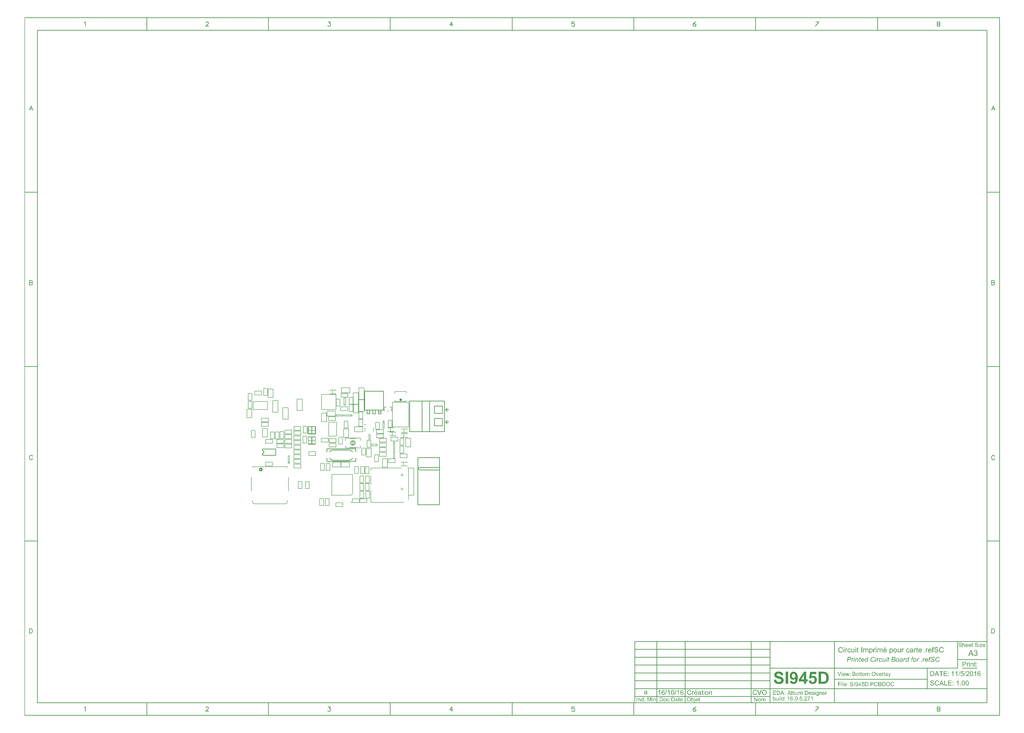
<source format=gbo>
G04 Layer_Color=32896*
%FSLAX25Y25*%
%MOIN*%
G70*
G01*
G75*
%ADD15C,0.02000*%
%ADD16C,0.01000*%
%ADD21C,0.00500*%
%ADD79C,0.00984*%
%ADD80C,0.00787*%
%ADD81C,0.00800*%
%ADD167C,0.00600*%
%ADD168C,0.00700*%
%ADD169C,0.01969*%
G36*
X931837Y-218386D02*
X931046D01*
Y-217488D01*
X931837D01*
Y-218386D01*
D02*
G37*
G36*
X927562Y-217390D02*
X927630D01*
X927796Y-217410D01*
X927991Y-217439D01*
X928206Y-217478D01*
X928421Y-217536D01*
X928626Y-217615D01*
X928636D01*
X928645Y-217624D01*
X928675Y-217634D01*
X928714Y-217654D01*
X928811Y-217712D01*
X928938Y-217780D01*
X929075Y-217878D01*
X929211Y-217995D01*
X929348Y-218132D01*
X929465Y-218288D01*
X929475Y-218307D01*
X929514Y-218366D01*
X929563Y-218464D01*
X929611Y-218581D01*
X929670Y-218727D01*
X929729Y-218903D01*
X929768Y-219088D01*
X929787Y-219293D01*
X928977Y-219352D01*
Y-219342D01*
Y-219323D01*
X928967Y-219293D01*
X928958Y-219254D01*
X928938Y-219147D01*
X928899Y-219010D01*
X928841Y-218864D01*
X928762Y-218717D01*
X928655Y-218571D01*
X928528Y-218444D01*
X928509Y-218434D01*
X928460Y-218395D01*
X928372Y-218347D01*
X928255Y-218288D01*
X928099Y-218229D01*
X927903Y-218181D01*
X927679Y-218142D01*
X927415Y-218132D01*
X927289D01*
X927230Y-218142D01*
X927152D01*
X926986Y-218171D01*
X926801Y-218200D01*
X926615Y-218249D01*
X926439Y-218317D01*
X926361Y-218366D01*
X926293Y-218415D01*
X926283Y-218425D01*
X926244Y-218464D01*
X926186Y-218522D01*
X926127Y-218610D01*
X926059Y-218708D01*
X926010Y-218825D01*
X925971Y-218952D01*
X925951Y-219098D01*
Y-219118D01*
Y-219157D01*
X925961Y-219225D01*
X925981Y-219303D01*
X926010Y-219391D01*
X926059Y-219489D01*
X926117Y-219576D01*
X926196Y-219664D01*
X926205Y-219674D01*
X926254Y-219703D01*
X926283Y-219723D01*
X926322Y-219752D01*
X926381Y-219772D01*
X926449Y-219801D01*
X926527Y-219840D01*
X926615Y-219879D01*
X926713Y-219908D01*
X926830Y-219947D01*
X926966Y-219996D01*
X927113Y-220035D01*
X927279Y-220074D01*
X927464Y-220123D01*
X927474D01*
X927513Y-220133D01*
X927562Y-220142D01*
X927630Y-220162D01*
X927718Y-220181D01*
X927816Y-220211D01*
X928030Y-220259D01*
X928265Y-220328D01*
X928499Y-220396D01*
X928616Y-220425D01*
X928714Y-220464D01*
X928811Y-220503D01*
X928889Y-220533D01*
X928899D01*
X928918Y-220543D01*
X928938Y-220562D01*
X928977Y-220582D01*
X929075Y-220640D01*
X929202Y-220708D01*
X929338Y-220806D01*
X929475Y-220923D01*
X929602Y-221050D01*
X929709Y-221187D01*
X929719Y-221206D01*
X929748Y-221255D01*
X929797Y-221333D01*
X929846Y-221450D01*
X929895Y-221577D01*
X929943Y-221733D01*
X929973Y-221909D01*
X929982Y-222094D01*
Y-222104D01*
Y-222114D01*
Y-222143D01*
Y-222182D01*
X929963Y-222280D01*
X929943Y-222407D01*
X929914Y-222553D01*
X929856Y-222719D01*
X929787Y-222895D01*
X929690Y-223061D01*
X929680Y-223080D01*
X929631Y-223139D01*
X929572Y-223217D01*
X929475Y-223314D01*
X929358Y-223431D01*
X929211Y-223549D01*
X929036Y-223656D01*
X928841Y-223763D01*
X928831D01*
X928811Y-223773D01*
X928782Y-223783D01*
X928743Y-223802D01*
X928694Y-223822D01*
X928636Y-223841D01*
X928479Y-223881D01*
X928304Y-223929D01*
X928089Y-223968D01*
X927864Y-223998D01*
X927611Y-224007D01*
X927464D01*
X927396Y-223998D01*
X927308D01*
X927211Y-223988D01*
X927103Y-223978D01*
X926879Y-223949D01*
X926635Y-223900D01*
X926391Y-223841D01*
X926157Y-223763D01*
X926147D01*
X926127Y-223754D01*
X926098Y-223734D01*
X926059Y-223715D01*
X925951Y-223656D01*
X925825Y-223568D01*
X925668Y-223461D01*
X925522Y-223334D01*
X925366Y-223178D01*
X925229Y-223002D01*
Y-222992D01*
X925220Y-222983D01*
X925200Y-222953D01*
X925181Y-222914D01*
X925151Y-222865D01*
X925122Y-222807D01*
X925063Y-222660D01*
X925005Y-222495D01*
X924946Y-222290D01*
X924907Y-222075D01*
X924888Y-221841D01*
X925688Y-221772D01*
Y-221782D01*
Y-221792D01*
X925698Y-221850D01*
X925717Y-221938D01*
X925737Y-222055D01*
X925776Y-222182D01*
X925815Y-222319D01*
X925873Y-222446D01*
X925942Y-222573D01*
X925951Y-222582D01*
X925981Y-222621D01*
X926030Y-222680D01*
X926108Y-222748D01*
X926196Y-222826D01*
X926303Y-222914D01*
X926439Y-222992D01*
X926586Y-223070D01*
X926596D01*
X926605Y-223080D01*
X926664Y-223100D01*
X926752Y-223129D01*
X926879Y-223158D01*
X927015Y-223197D01*
X927191Y-223227D01*
X927376Y-223246D01*
X927572Y-223256D01*
X927650D01*
X927747Y-223246D01*
X927855Y-223236D01*
X927991Y-223227D01*
X928128Y-223197D01*
X928274Y-223168D01*
X928421Y-223119D01*
X928440Y-223109D01*
X928479Y-223090D01*
X928548Y-223061D01*
X928626Y-223012D01*
X928723Y-222953D01*
X928811Y-222885D01*
X928899Y-222807D01*
X928977Y-222719D01*
X928987Y-222709D01*
X929006Y-222670D01*
X929036Y-222621D01*
X929075Y-222553D01*
X929104Y-222475D01*
X929133Y-222377D01*
X929153Y-222280D01*
X929163Y-222172D01*
Y-222163D01*
Y-222124D01*
X929153Y-222065D01*
X929143Y-221997D01*
X929123Y-221909D01*
X929084Y-221821D01*
X929045Y-221733D01*
X928987Y-221645D01*
X928977Y-221636D01*
X928958Y-221606D01*
X928909Y-221567D01*
X928850Y-221509D01*
X928772Y-221450D01*
X928675Y-221392D01*
X928548Y-221323D01*
X928411Y-221265D01*
X928401Y-221255D01*
X928362Y-221245D01*
X928284Y-221226D01*
X928235Y-221206D01*
X928177Y-221187D01*
X928099Y-221167D01*
X928021Y-221148D01*
X927923Y-221118D01*
X927825Y-221089D01*
X927708Y-221060D01*
X927572Y-221031D01*
X927425Y-220991D01*
X927269Y-220953D01*
X927259D01*
X927230Y-220943D01*
X927181Y-220933D01*
X927123Y-220913D01*
X927054Y-220894D01*
X926976Y-220874D01*
X926791Y-220826D01*
X926586Y-220757D01*
X926381Y-220689D01*
X926196Y-220621D01*
X926108Y-220591D01*
X926039Y-220552D01*
X926030D01*
X926020Y-220543D01*
X925961Y-220503D01*
X925883Y-220455D01*
X925786Y-220386D01*
X925668Y-220299D01*
X925561Y-220201D01*
X925454Y-220084D01*
X925356Y-219957D01*
X925346Y-219937D01*
X925317Y-219889D01*
X925288Y-219820D01*
X925249Y-219723D01*
X925200Y-219606D01*
X925171Y-219469D01*
X925141Y-219313D01*
X925132Y-219157D01*
Y-219147D01*
Y-219137D01*
Y-219108D01*
Y-219069D01*
X925151Y-218981D01*
X925171Y-218864D01*
X925200Y-218717D01*
X925249Y-218571D01*
X925317Y-218405D01*
X925405Y-218249D01*
Y-218239D01*
X925415Y-218229D01*
X925454Y-218181D01*
X925522Y-218103D01*
X925610Y-218005D01*
X925717Y-217907D01*
X925854Y-217800D01*
X926020Y-217693D01*
X926205Y-217605D01*
X926215D01*
X926225Y-217595D01*
X926254Y-217585D01*
X926303Y-217566D01*
X926352Y-217556D01*
X926410Y-217536D01*
X926547Y-217488D01*
X926723Y-217449D01*
X926918Y-217419D01*
X927142Y-217390D01*
X927376Y-217380D01*
X927494D01*
X927562Y-217390D01*
D02*
G37*
G36*
X901678D02*
X901747D01*
X901913Y-217410D01*
X902108Y-217439D01*
X902322Y-217478D01*
X902537Y-217536D01*
X902742Y-217615D01*
X902752D01*
X902762Y-217624D01*
X902791Y-217634D01*
X902830Y-217654D01*
X902928Y-217712D01*
X903055Y-217780D01*
X903191Y-217878D01*
X903328Y-217995D01*
X903465Y-218132D01*
X903582Y-218288D01*
X903591Y-218307D01*
X903630Y-218366D01*
X903679Y-218464D01*
X903728Y-218581D01*
X903786Y-218727D01*
X903845Y-218903D01*
X903884Y-219088D01*
X903904Y-219293D01*
X903094Y-219352D01*
Y-219342D01*
Y-219323D01*
X903084Y-219293D01*
X903074Y-219254D01*
X903055Y-219147D01*
X903016Y-219010D01*
X902957Y-218864D01*
X902879Y-218717D01*
X902771Y-218571D01*
X902645Y-218444D01*
X902625Y-218434D01*
X902576Y-218395D01*
X902489Y-218347D01*
X902371Y-218288D01*
X902215Y-218229D01*
X902020Y-218181D01*
X901795Y-218142D01*
X901532Y-218132D01*
X901405D01*
X901346Y-218142D01*
X901268D01*
X901103Y-218171D01*
X900917Y-218200D01*
X900732Y-218249D01*
X900556Y-218317D01*
X900478Y-218366D01*
X900410Y-218415D01*
X900400Y-218425D01*
X900361Y-218464D01*
X900302Y-218522D01*
X900244Y-218610D01*
X900175Y-218708D01*
X900126Y-218825D01*
X900088Y-218952D01*
X900068Y-219098D01*
Y-219118D01*
Y-219157D01*
X900078Y-219225D01*
X900097Y-219303D01*
X900126Y-219391D01*
X900175Y-219489D01*
X900234Y-219576D01*
X900312Y-219664D01*
X900322Y-219674D01*
X900371Y-219703D01*
X900400Y-219723D01*
X900439Y-219752D01*
X900497Y-219772D01*
X900566Y-219801D01*
X900644Y-219840D01*
X900732Y-219879D01*
X900829Y-219908D01*
X900946Y-219947D01*
X901083Y-219996D01*
X901229Y-220035D01*
X901395Y-220074D01*
X901581Y-220123D01*
X901591D01*
X901630Y-220133D01*
X901678Y-220142D01*
X901747Y-220162D01*
X901834Y-220181D01*
X901932Y-220211D01*
X902147Y-220259D01*
X902381Y-220328D01*
X902615Y-220396D01*
X902732Y-220425D01*
X902830Y-220464D01*
X902928Y-220503D01*
X903006Y-220533D01*
X903016D01*
X903035Y-220543D01*
X903055Y-220562D01*
X903094Y-220582D01*
X903191Y-220640D01*
X903318Y-220708D01*
X903455Y-220806D01*
X903591Y-220923D01*
X903718Y-221050D01*
X903826Y-221187D01*
X903835Y-221206D01*
X903865Y-221255D01*
X903913Y-221333D01*
X903962Y-221450D01*
X904011Y-221577D01*
X904060Y-221733D01*
X904089Y-221909D01*
X904099Y-222094D01*
Y-222104D01*
Y-222114D01*
Y-222143D01*
Y-222182D01*
X904079Y-222280D01*
X904060Y-222407D01*
X904031Y-222553D01*
X903972Y-222719D01*
X903904Y-222895D01*
X903806Y-223061D01*
X903796Y-223080D01*
X903747Y-223139D01*
X903689Y-223217D01*
X903591Y-223314D01*
X903474Y-223431D01*
X903328Y-223549D01*
X903152Y-223656D01*
X902957Y-223763D01*
X902947D01*
X902928Y-223773D01*
X902898Y-223783D01*
X902859Y-223802D01*
X902810Y-223822D01*
X902752Y-223841D01*
X902596Y-223881D01*
X902420Y-223929D01*
X902205Y-223968D01*
X901981Y-223998D01*
X901727Y-224007D01*
X901581D01*
X901512Y-223998D01*
X901425D01*
X901327Y-223988D01*
X901220Y-223978D01*
X900995Y-223949D01*
X900751Y-223900D01*
X900507Y-223841D01*
X900273Y-223763D01*
X900263D01*
X900244Y-223754D01*
X900214Y-223734D01*
X900175Y-223715D01*
X900068Y-223656D01*
X899941Y-223568D01*
X899785Y-223461D01*
X899638Y-223334D01*
X899482Y-223178D01*
X899346Y-223002D01*
Y-222992D01*
X899336Y-222983D01*
X899317Y-222953D01*
X899297Y-222914D01*
X899268Y-222865D01*
X899238Y-222807D01*
X899180Y-222660D01*
X899121Y-222495D01*
X899063Y-222290D01*
X899024Y-222075D01*
X899004Y-221841D01*
X899804Y-221772D01*
Y-221782D01*
Y-221792D01*
X899814Y-221850D01*
X899834Y-221938D01*
X899853Y-222055D01*
X899892Y-222182D01*
X899931Y-222319D01*
X899990Y-222446D01*
X900058Y-222573D01*
X900068Y-222582D01*
X900097Y-222621D01*
X900146Y-222680D01*
X900224Y-222748D01*
X900312Y-222826D01*
X900419Y-222914D01*
X900556Y-222992D01*
X900702Y-223070D01*
X900712D01*
X900722Y-223080D01*
X900780Y-223100D01*
X900868Y-223129D01*
X900995Y-223158D01*
X901132Y-223197D01*
X901307Y-223227D01*
X901493Y-223246D01*
X901688Y-223256D01*
X901766D01*
X901864Y-223246D01*
X901971Y-223236D01*
X902108Y-223227D01*
X902244Y-223197D01*
X902391Y-223168D01*
X902537Y-223119D01*
X902557Y-223109D01*
X902596Y-223090D01*
X902664Y-223061D01*
X902742Y-223012D01*
X902840Y-222953D01*
X902928Y-222885D01*
X903016Y-222807D01*
X903094Y-222719D01*
X903103Y-222709D01*
X903123Y-222670D01*
X903152Y-222621D01*
X903191Y-222553D01*
X903220Y-222475D01*
X903250Y-222377D01*
X903269Y-222280D01*
X903279Y-222172D01*
Y-222163D01*
Y-222124D01*
X903269Y-222065D01*
X903259Y-221997D01*
X903240Y-221909D01*
X903201Y-221821D01*
X903162Y-221733D01*
X903103Y-221645D01*
X903094Y-221636D01*
X903074Y-221606D01*
X903025Y-221567D01*
X902967Y-221509D01*
X902889Y-221450D01*
X902791Y-221392D01*
X902664Y-221323D01*
X902528Y-221265D01*
X902518Y-221255D01*
X902479Y-221245D01*
X902401Y-221226D01*
X902352Y-221206D01*
X902293Y-221187D01*
X902215Y-221167D01*
X902137Y-221148D01*
X902040Y-221118D01*
X901942Y-221089D01*
X901825Y-221060D01*
X901688Y-221031D01*
X901542Y-220991D01*
X901386Y-220953D01*
X901376D01*
X901346Y-220943D01*
X901298Y-220933D01*
X901239Y-220913D01*
X901171Y-220894D01*
X901093Y-220874D01*
X900907Y-220826D01*
X900702Y-220757D01*
X900497Y-220689D01*
X900312Y-220621D01*
X900224Y-220591D01*
X900156Y-220552D01*
X900146D01*
X900136Y-220543D01*
X900078Y-220503D01*
X900000Y-220455D01*
X899902Y-220386D01*
X899785Y-220299D01*
X899678Y-220201D01*
X899570Y-220084D01*
X899473Y-219957D01*
X899463Y-219937D01*
X899434Y-219889D01*
X899404Y-219820D01*
X899365Y-219723D01*
X899317Y-219606D01*
X899287Y-219469D01*
X899258Y-219313D01*
X899248Y-219157D01*
Y-219147D01*
Y-219137D01*
Y-219108D01*
Y-219069D01*
X899268Y-218981D01*
X899287Y-218864D01*
X899317Y-218717D01*
X899365Y-218571D01*
X899434Y-218405D01*
X899521Y-218249D01*
Y-218239D01*
X899531Y-218229D01*
X899570Y-218181D01*
X899638Y-218103D01*
X899726Y-218005D01*
X899834Y-217907D01*
X899970Y-217800D01*
X900136Y-217693D01*
X900322Y-217605D01*
X900331D01*
X900341Y-217595D01*
X900371Y-217585D01*
X900419Y-217566D01*
X900468Y-217556D01*
X900527Y-217536D01*
X900663Y-217488D01*
X900839Y-217449D01*
X901034Y-217419D01*
X901259Y-217390D01*
X901493Y-217380D01*
X901610D01*
X901678Y-217390D01*
D02*
G37*
G36*
X936580Y-219772D02*
X934062Y-222729D01*
X933574Y-223275D01*
X933623D01*
X933662Y-223266D01*
X933769Y-223256D01*
X933896Y-223246D01*
X934052D01*
X934218Y-223236D01*
X934570Y-223227D01*
X936717D01*
Y-223900D01*
X932608D01*
Y-223266D01*
X935565Y-219859D01*
X935477D01*
X935389Y-219869D01*
X935262D01*
X935126Y-219879D01*
X934980D01*
X934823Y-219889D01*
X932784D01*
Y-219254D01*
X936580D01*
Y-219772D01*
D02*
G37*
G36*
X931837Y-223900D02*
X931046D01*
Y-219254D01*
X931837D01*
Y-223900D01*
D02*
G37*
G36*
X905943Y-219781D02*
X905953Y-219772D01*
X905973Y-219752D01*
X906002Y-219723D01*
X906041Y-219684D01*
X906100Y-219635D01*
X906158Y-219576D01*
X906236Y-219528D01*
X906324Y-219459D01*
X906422Y-219401D01*
X906519Y-219352D01*
X906763Y-219245D01*
X906890Y-219205D01*
X907027Y-219176D01*
X907173Y-219157D01*
X907329Y-219147D01*
X907417D01*
X907515Y-219157D01*
X907632Y-219176D01*
X907769Y-219196D01*
X907915Y-219235D01*
X908071Y-219284D01*
X908218Y-219352D01*
X908237Y-219362D01*
X908276Y-219391D01*
X908344Y-219440D01*
X908432Y-219498D01*
X908520Y-219576D01*
X908608Y-219674D01*
X908696Y-219791D01*
X908764Y-219918D01*
X908774Y-219937D01*
X908793Y-219986D01*
X908813Y-220064D01*
X908852Y-220181D01*
X908881Y-220328D01*
X908901Y-220513D01*
X908920Y-220718D01*
X908930Y-220962D01*
Y-223900D01*
X908140D01*
Y-220953D01*
Y-220943D01*
Y-220923D01*
Y-220894D01*
Y-220855D01*
X908130Y-220757D01*
X908110Y-220621D01*
X908071Y-220484D01*
X908032Y-220347D01*
X907964Y-220211D01*
X907876Y-220094D01*
X907866Y-220084D01*
X907827Y-220055D01*
X907769Y-220006D01*
X907691Y-219957D01*
X907593Y-219908D01*
X907466Y-219859D01*
X907329Y-219830D01*
X907164Y-219820D01*
X907105D01*
X907037Y-219830D01*
X906949Y-219840D01*
X906851Y-219869D01*
X906734Y-219898D01*
X906617Y-219947D01*
X906500Y-220006D01*
X906490Y-220016D01*
X906451Y-220035D01*
X906402Y-220084D01*
X906334Y-220133D01*
X906266Y-220211D01*
X906188Y-220289D01*
X906129Y-220396D01*
X906070Y-220503D01*
X906061Y-220513D01*
X906051Y-220562D01*
X906031Y-220630D01*
X906012Y-220728D01*
X905982Y-220855D01*
X905963Y-221001D01*
X905953Y-221167D01*
X905943Y-221362D01*
Y-223900D01*
X905153D01*
Y-217488D01*
X905943D01*
Y-219781D01*
D02*
G37*
G36*
X921013Y-219254D02*
X921803D01*
Y-219869D01*
X921013D01*
Y-222592D01*
Y-222602D01*
Y-222641D01*
Y-222699D01*
X921023Y-222768D01*
X921033Y-222914D01*
X921042Y-222973D01*
X921052Y-223022D01*
X921062Y-223041D01*
X921081Y-223080D01*
X921120Y-223129D01*
X921179Y-223178D01*
X921198Y-223187D01*
X921247Y-223197D01*
X921335Y-223217D01*
X921452Y-223227D01*
X921550D01*
X921599Y-223217D01*
X921657D01*
X921803Y-223197D01*
X921911Y-223890D01*
X921891D01*
X921852Y-223900D01*
X921794Y-223910D01*
X921706Y-223920D01*
X921618Y-223939D01*
X921520Y-223949D01*
X921315Y-223959D01*
X921247D01*
X921169Y-223949D01*
X921072Y-223939D01*
X920964Y-223929D01*
X920847Y-223900D01*
X920740Y-223871D01*
X920642Y-223832D01*
X920632Y-223822D01*
X920603Y-223802D01*
X920564Y-223773D01*
X920515Y-223734D01*
X920457Y-223685D01*
X920408Y-223627D01*
X920349Y-223558D01*
X920310Y-223480D01*
Y-223471D01*
X920300Y-223431D01*
X920281Y-223373D01*
X920271Y-223275D01*
X920252Y-223148D01*
X920242Y-223080D01*
X920232Y-222992D01*
Y-222895D01*
X920222Y-222787D01*
Y-222670D01*
Y-222543D01*
Y-219869D01*
X919637D01*
Y-219254D01*
X920222D01*
Y-218112D01*
X921013Y-217634D01*
Y-219254D01*
D02*
G37*
G36*
X939567Y-219157D02*
X939645Y-219166D01*
X939742Y-219176D01*
X939840Y-219196D01*
X939957Y-219225D01*
X940191Y-219303D01*
X940318Y-219352D01*
X940445Y-219420D01*
X940572Y-219489D01*
X940699Y-219576D01*
X940816Y-219674D01*
X940933Y-219791D01*
X940943Y-219801D01*
X940962Y-219820D01*
X940992Y-219859D01*
X941031Y-219908D01*
X941070Y-219976D01*
X941119Y-220055D01*
X941177Y-220142D01*
X941236Y-220250D01*
X941284Y-220377D01*
X941343Y-220503D01*
X941392Y-220650D01*
X941441Y-220816D01*
X941470Y-220982D01*
X941499Y-221167D01*
X941519Y-221362D01*
X941528Y-221577D01*
Y-221587D01*
Y-221626D01*
Y-221694D01*
X941519Y-221782D01*
X938064D01*
Y-221792D01*
Y-221811D01*
X938073Y-221860D01*
Y-221909D01*
X938083Y-221977D01*
X938093Y-222046D01*
X938132Y-222221D01*
X938190Y-222407D01*
X938259Y-222602D01*
X938366Y-222797D01*
X938493Y-222963D01*
X938513Y-222983D01*
X938561Y-223022D01*
X938649Y-223090D01*
X938757Y-223158D01*
X938903Y-223236D01*
X939069Y-223305D01*
X939254Y-223344D01*
X939459Y-223363D01*
X939537D01*
X939616Y-223353D01*
X939713Y-223334D01*
X939830Y-223305D01*
X939957Y-223266D01*
X940084Y-223217D01*
X940201Y-223139D01*
X940211Y-223129D01*
X940250Y-223090D01*
X940308Y-223041D01*
X940377Y-222953D01*
X940455Y-222856D01*
X940533Y-222729D01*
X940611Y-222573D01*
X940689Y-222397D01*
X941499Y-222504D01*
Y-222514D01*
X941489Y-222534D01*
X941480Y-222573D01*
X941460Y-222621D01*
X941441Y-222680D01*
X941411Y-222748D01*
X941333Y-222914D01*
X941236Y-223090D01*
X941119Y-223275D01*
X940962Y-223461D01*
X940787Y-223617D01*
X940777D01*
X940767Y-223637D01*
X940738Y-223656D01*
X940689Y-223675D01*
X940640Y-223705D01*
X940582Y-223744D01*
X940513Y-223773D01*
X940426Y-223812D01*
X940240Y-223881D01*
X940006Y-223949D01*
X939752Y-223988D01*
X939459Y-224007D01*
X939362D01*
X939293Y-223998D01*
X939206Y-223988D01*
X939108Y-223978D01*
X939001Y-223959D01*
X938874Y-223929D01*
X938620Y-223851D01*
X938483Y-223802D01*
X938356Y-223744D01*
X938220Y-223675D01*
X938093Y-223588D01*
X937966Y-223490D01*
X937849Y-223383D01*
X937839Y-223373D01*
X937820Y-223353D01*
X937790Y-223314D01*
X937761Y-223266D01*
X937712Y-223207D01*
X937663Y-223129D01*
X937605Y-223031D01*
X937556Y-222924D01*
X937498Y-222807D01*
X937439Y-222680D01*
X937390Y-222534D01*
X937351Y-222377D01*
X937312Y-222212D01*
X937283Y-222026D01*
X937263Y-221831D01*
X937254Y-221626D01*
Y-221616D01*
Y-221577D01*
Y-221509D01*
X937263Y-221431D01*
X937273Y-221333D01*
X937283Y-221216D01*
X937302Y-221089D01*
X937332Y-220953D01*
X937400Y-220660D01*
X937449Y-220513D01*
X937507Y-220357D01*
X937576Y-220211D01*
X937654Y-220064D01*
X937742Y-219928D01*
X937849Y-219801D01*
X937859Y-219791D01*
X937878Y-219772D01*
X937908Y-219742D01*
X937956Y-219693D01*
X938015Y-219645D01*
X938093Y-219596D01*
X938171Y-219537D01*
X938269Y-219469D01*
X938376Y-219410D01*
X938493Y-219352D01*
X938620Y-219303D01*
X938766Y-219245D01*
X938913Y-219205D01*
X939069Y-219176D01*
X939235Y-219157D01*
X939410Y-219147D01*
X939498D01*
X939567Y-219157D01*
D02*
G37*
G36*
X917167D02*
X917246Y-219166D01*
X917343Y-219176D01*
X917441Y-219196D01*
X917558Y-219225D01*
X917792Y-219303D01*
X917919Y-219352D01*
X918046Y-219420D01*
X918173Y-219489D01*
X918300Y-219576D01*
X918417Y-219674D01*
X918534Y-219791D01*
X918544Y-219801D01*
X918563Y-219820D01*
X918592Y-219859D01*
X918631Y-219908D01*
X918670Y-219976D01*
X918719Y-220055D01*
X918778Y-220142D01*
X918836Y-220250D01*
X918885Y-220377D01*
X918944Y-220503D01*
X918993Y-220650D01*
X919041Y-220816D01*
X919071Y-220982D01*
X919100Y-221167D01*
X919119Y-221362D01*
X919129Y-221577D01*
Y-221587D01*
Y-221626D01*
Y-221694D01*
X919119Y-221782D01*
X915664D01*
Y-221792D01*
Y-221811D01*
X915674Y-221860D01*
Y-221909D01*
X915684Y-221977D01*
X915694Y-222046D01*
X915733Y-222221D01*
X915791Y-222407D01*
X915860Y-222602D01*
X915967Y-222797D01*
X916094Y-222963D01*
X916113Y-222983D01*
X916162Y-223022D01*
X916250Y-223090D01*
X916357Y-223158D01*
X916504Y-223236D01*
X916670Y-223305D01*
X916855Y-223344D01*
X917060Y-223363D01*
X917138D01*
X917216Y-223353D01*
X917314Y-223334D01*
X917431Y-223305D01*
X917558Y-223266D01*
X917685Y-223217D01*
X917802Y-223139D01*
X917812Y-223129D01*
X917851Y-223090D01*
X917909Y-223041D01*
X917978Y-222953D01*
X918056Y-222856D01*
X918134Y-222729D01*
X918212Y-222573D01*
X918290Y-222397D01*
X919100Y-222504D01*
Y-222514D01*
X919090Y-222534D01*
X919081Y-222573D01*
X919061Y-222621D01*
X919041Y-222680D01*
X919012Y-222748D01*
X918934Y-222914D01*
X918836Y-223090D01*
X918719Y-223275D01*
X918563Y-223461D01*
X918388Y-223617D01*
X918378D01*
X918368Y-223637D01*
X918339Y-223656D01*
X918290Y-223675D01*
X918241Y-223705D01*
X918182Y-223744D01*
X918114Y-223773D01*
X918026Y-223812D01*
X917841Y-223881D01*
X917607Y-223949D01*
X917353Y-223988D01*
X917060Y-224007D01*
X916963D01*
X916894Y-223998D01*
X916806Y-223988D01*
X916709Y-223978D01*
X916601Y-223959D01*
X916475Y-223929D01*
X916221Y-223851D01*
X916084Y-223802D01*
X915957Y-223744D01*
X915821Y-223675D01*
X915694Y-223588D01*
X915567Y-223490D01*
X915450Y-223383D01*
X915440Y-223373D01*
X915420Y-223353D01*
X915391Y-223314D01*
X915362Y-223266D01*
X915313Y-223207D01*
X915264Y-223129D01*
X915206Y-223031D01*
X915157Y-222924D01*
X915098Y-222807D01*
X915040Y-222680D01*
X914991Y-222534D01*
X914952Y-222377D01*
X914913Y-222212D01*
X914884Y-222026D01*
X914864Y-221831D01*
X914854Y-221626D01*
Y-221616D01*
Y-221577D01*
Y-221509D01*
X914864Y-221431D01*
X914874Y-221333D01*
X914884Y-221216D01*
X914903Y-221089D01*
X914933Y-220953D01*
X915001Y-220660D01*
X915050Y-220513D01*
X915108Y-220357D01*
X915176Y-220211D01*
X915254Y-220064D01*
X915342Y-219928D01*
X915450Y-219801D01*
X915460Y-219791D01*
X915479Y-219772D01*
X915508Y-219742D01*
X915557Y-219693D01*
X915616Y-219645D01*
X915694Y-219596D01*
X915772Y-219537D01*
X915869Y-219469D01*
X915977Y-219410D01*
X916094Y-219352D01*
X916221Y-219303D01*
X916367Y-219245D01*
X916514Y-219205D01*
X916670Y-219176D01*
X916836Y-219157D01*
X917011Y-219147D01*
X917099D01*
X917167Y-219157D01*
D02*
G37*
G36*
X912190D02*
X912268Y-219166D01*
X912366Y-219176D01*
X912463Y-219196D01*
X912580Y-219225D01*
X912815Y-219303D01*
X912941Y-219352D01*
X913068Y-219420D01*
X913195Y-219489D01*
X913322Y-219576D01*
X913439Y-219674D01*
X913556Y-219791D01*
X913566Y-219801D01*
X913586Y-219820D01*
X913615Y-219859D01*
X913654Y-219908D01*
X913693Y-219976D01*
X913742Y-220055D01*
X913800Y-220142D01*
X913859Y-220250D01*
X913908Y-220377D01*
X913966Y-220503D01*
X914015Y-220650D01*
X914064Y-220816D01*
X914093Y-220982D01*
X914122Y-221167D01*
X914142Y-221362D01*
X914152Y-221577D01*
Y-221587D01*
Y-221626D01*
Y-221694D01*
X914142Y-221782D01*
X910687D01*
Y-221792D01*
Y-221811D01*
X910697Y-221860D01*
Y-221909D01*
X910706Y-221977D01*
X910716Y-222046D01*
X910755Y-222221D01*
X910814Y-222407D01*
X910882Y-222602D01*
X910989Y-222797D01*
X911116Y-222963D01*
X911136Y-222983D01*
X911185Y-223022D01*
X911273Y-223090D01*
X911380Y-223158D01*
X911526Y-223236D01*
X911692Y-223305D01*
X911878Y-223344D01*
X912082Y-223363D01*
X912161D01*
X912239Y-223353D01*
X912336Y-223334D01*
X912453Y-223305D01*
X912580Y-223266D01*
X912707Y-223217D01*
X912824Y-223139D01*
X912834Y-223129D01*
X912873Y-223090D01*
X912932Y-223041D01*
X913000Y-222953D01*
X913078Y-222856D01*
X913156Y-222729D01*
X913234Y-222573D01*
X913312Y-222397D01*
X914122Y-222504D01*
Y-222514D01*
X914113Y-222534D01*
X914103Y-222573D01*
X914083Y-222621D01*
X914064Y-222680D01*
X914034Y-222748D01*
X913957Y-222914D01*
X913859Y-223090D01*
X913742Y-223275D01*
X913586Y-223461D01*
X913410Y-223617D01*
X913400D01*
X913390Y-223637D01*
X913361Y-223656D01*
X913312Y-223675D01*
X913264Y-223705D01*
X913205Y-223744D01*
X913137Y-223773D01*
X913049Y-223812D01*
X912863Y-223881D01*
X912629Y-223949D01*
X912375Y-223988D01*
X912082Y-224007D01*
X911985D01*
X911917Y-223998D01*
X911829Y-223988D01*
X911731Y-223978D01*
X911624Y-223959D01*
X911497Y-223929D01*
X911243Y-223851D01*
X911106Y-223802D01*
X910980Y-223744D01*
X910843Y-223675D01*
X910716Y-223588D01*
X910589Y-223490D01*
X910472Y-223383D01*
X910462Y-223373D01*
X910443Y-223353D01*
X910414Y-223314D01*
X910384Y-223266D01*
X910336Y-223207D01*
X910287Y-223129D01*
X910228Y-223031D01*
X910179Y-222924D01*
X910121Y-222807D01*
X910062Y-222680D01*
X910013Y-222534D01*
X909974Y-222377D01*
X909935Y-222212D01*
X909906Y-222026D01*
X909886Y-221831D01*
X909877Y-221626D01*
Y-221616D01*
Y-221577D01*
Y-221509D01*
X909886Y-221431D01*
X909896Y-221333D01*
X909906Y-221216D01*
X909926Y-221089D01*
X909955Y-220953D01*
X910023Y-220660D01*
X910072Y-220513D01*
X910131Y-220357D01*
X910199Y-220211D01*
X910277Y-220064D01*
X910365Y-219928D01*
X910472Y-219801D01*
X910482Y-219791D01*
X910501Y-219772D01*
X910531Y-219742D01*
X910579Y-219693D01*
X910638Y-219645D01*
X910716Y-219596D01*
X910794Y-219537D01*
X910892Y-219469D01*
X910999Y-219410D01*
X911116Y-219352D01*
X911243Y-219303D01*
X911390Y-219245D01*
X911536Y-219205D01*
X911692Y-219176D01*
X911858Y-219157D01*
X912034Y-219147D01*
X912122D01*
X912190Y-219157D01*
D02*
G37*
G36*
X859486Y-224186D02*
X859626Y-224199D01*
X859791Y-224224D01*
X859968Y-224249D01*
X860159Y-224287D01*
X860006Y-225176D01*
X859993D01*
X859956Y-225163D01*
X859892Y-225150D01*
X859816Y-225137D01*
X859714D01*
X859613Y-225125D01*
X859397Y-225112D01*
X859321D01*
X859245Y-225125D01*
X859143Y-225137D01*
X859042Y-225163D01*
X858928Y-225201D01*
X858826Y-225252D01*
X858737Y-225315D01*
X858724Y-225328D01*
X858712Y-225353D01*
X858674Y-225404D01*
X858648Y-225480D01*
X858610Y-225582D01*
X858572Y-225721D01*
X858560Y-225873D01*
X858547Y-226064D01*
Y-226610D01*
X859727D01*
Y-227409D01*
X858560D01*
Y-232650D01*
X857532D01*
Y-227409D01*
X856631D01*
Y-226610D01*
X857532D01*
Y-225975D01*
Y-225962D01*
Y-225950D01*
Y-225873D01*
X857544Y-225772D01*
Y-225632D01*
X857557Y-225493D01*
X857582Y-225341D01*
X857608Y-225201D01*
X857646Y-225074D01*
X857659Y-225061D01*
X857671Y-225011D01*
X857709Y-224935D01*
X857760Y-224846D01*
X857836Y-224731D01*
X857925Y-224630D01*
X858027Y-224528D01*
X858154Y-224427D01*
X858166Y-224414D01*
X858230Y-224389D01*
X858306Y-224351D01*
X858433Y-224300D01*
X858572Y-224249D01*
X858763Y-224211D01*
X858966Y-224186D01*
X859207Y-224173D01*
X859372D01*
X859486Y-224186D01*
D02*
G37*
G36*
X768463Y-225480D02*
X767435D01*
Y-224313D01*
X768463D01*
Y-225480D01*
D02*
G37*
G36*
X736129D02*
X735101D01*
Y-224313D01*
X736129D01*
Y-225480D01*
D02*
G37*
G36*
X717373D02*
X716345D01*
Y-224313D01*
X717373D01*
Y-225480D01*
D02*
G37*
G36*
X782194Y-225861D02*
X781343D01*
X782105Y-224275D01*
X783450D01*
X782194Y-225861D01*
D02*
G37*
G36*
X863775Y-224186D02*
X863864D01*
X864080Y-224211D01*
X864334Y-224249D01*
X864613Y-224300D01*
X864892Y-224376D01*
X865158Y-224478D01*
X865171D01*
X865184Y-224490D01*
X865222Y-224503D01*
X865273Y-224528D01*
X865399Y-224605D01*
X865564Y-224693D01*
X865742Y-224820D01*
X865920Y-224973D01*
X866097Y-225150D01*
X866250Y-225353D01*
X866262Y-225379D01*
X866313Y-225455D01*
X866377Y-225582D01*
X866440Y-225734D01*
X866516Y-225924D01*
X866592Y-226153D01*
X866643Y-226394D01*
X866669Y-226660D01*
X865615Y-226736D01*
Y-226724D01*
Y-226698D01*
X865602Y-226660D01*
X865590Y-226610D01*
X865564Y-226470D01*
X865514Y-226292D01*
X865438Y-226102D01*
X865336Y-225912D01*
X865196Y-225721D01*
X865032Y-225556D01*
X865006Y-225544D01*
X864943Y-225493D01*
X864828Y-225429D01*
X864676Y-225353D01*
X864473Y-225277D01*
X864219Y-225214D01*
X863927Y-225163D01*
X863585Y-225150D01*
X863420D01*
X863344Y-225163D01*
X863242D01*
X863026Y-225201D01*
X862785Y-225239D01*
X862544Y-225303D01*
X862316Y-225391D01*
X862214Y-225455D01*
X862125Y-225518D01*
X862113Y-225531D01*
X862062Y-225582D01*
X861986Y-225658D01*
X861910Y-225772D01*
X861821Y-225899D01*
X861757Y-226051D01*
X861707Y-226216D01*
X861681Y-226407D01*
Y-226432D01*
Y-226483D01*
X861694Y-226571D01*
X861719Y-226673D01*
X861757Y-226787D01*
X861821Y-226914D01*
X861897Y-227028D01*
X861999Y-227143D01*
X862011Y-227155D01*
X862075Y-227193D01*
X862113Y-227219D01*
X862164Y-227257D01*
X862240Y-227282D01*
X862329Y-227320D01*
X862430Y-227371D01*
X862544Y-227422D01*
X862671Y-227460D01*
X862823Y-227511D01*
X863001Y-227574D01*
X863191Y-227625D01*
X863407Y-227676D01*
X863648Y-227739D01*
X863661D01*
X863712Y-227752D01*
X863775Y-227764D01*
X863864Y-227790D01*
X863978Y-227815D01*
X864105Y-227853D01*
X864384Y-227917D01*
X864689Y-228006D01*
X864993Y-228094D01*
X865146Y-228132D01*
X865273Y-228183D01*
X865399Y-228234D01*
X865501Y-228272D01*
X865514D01*
X865539Y-228285D01*
X865564Y-228310D01*
X865615Y-228335D01*
X865742Y-228412D01*
X865907Y-228500D01*
X866085Y-228627D01*
X866262Y-228780D01*
X866427Y-228944D01*
X866567Y-229122D01*
X866580Y-229148D01*
X866618Y-229211D01*
X866681Y-229312D01*
X866745Y-229465D01*
X866808Y-229630D01*
X866871Y-229833D01*
X866910Y-230061D01*
X866922Y-230302D01*
Y-230315D01*
Y-230328D01*
Y-230366D01*
Y-230417D01*
X866897Y-230543D01*
X866871Y-230708D01*
X866833Y-230899D01*
X866757Y-231115D01*
X866669Y-231343D01*
X866542Y-231559D01*
X866529Y-231584D01*
X866465Y-231660D01*
X866389Y-231762D01*
X866262Y-231889D01*
X866110Y-232041D01*
X865920Y-232193D01*
X865691Y-232333D01*
X865438Y-232472D01*
X865425D01*
X865399Y-232485D01*
X865361Y-232498D01*
X865311Y-232523D01*
X865247Y-232548D01*
X865171Y-232574D01*
X864968Y-232625D01*
X864740Y-232688D01*
X864460Y-232739D01*
X864168Y-232777D01*
X863839Y-232790D01*
X863648D01*
X863559Y-232777D01*
X863445D01*
X863318Y-232764D01*
X863179Y-232751D01*
X862887Y-232714D01*
X862570Y-232650D01*
X862252Y-232574D01*
X861948Y-232472D01*
X861935D01*
X861910Y-232460D01*
X861872Y-232434D01*
X861821Y-232409D01*
X861681Y-232333D01*
X861516Y-232219D01*
X861313Y-232079D01*
X861123Y-231914D01*
X860920Y-231711D01*
X860742Y-231483D01*
Y-231470D01*
X860730Y-231457D01*
X860704Y-231419D01*
X860679Y-231368D01*
X860641Y-231305D01*
X860603Y-231229D01*
X860526Y-231038D01*
X860450Y-230823D01*
X860374Y-230556D01*
X860324Y-230277D01*
X860298Y-229972D01*
X861339Y-229884D01*
Y-229896D01*
Y-229909D01*
X861351Y-229985D01*
X861377Y-230099D01*
X861402Y-230252D01*
X861453Y-230417D01*
X861504Y-230594D01*
X861580Y-230759D01*
X861669Y-230924D01*
X861681Y-230937D01*
X861719Y-230988D01*
X861783Y-231064D01*
X861884Y-231153D01*
X861999Y-231254D01*
X862138Y-231368D01*
X862316Y-231470D01*
X862506Y-231571D01*
X862519D01*
X862531Y-231584D01*
X862608Y-231609D01*
X862722Y-231647D01*
X862887Y-231686D01*
X863064Y-231736D01*
X863293Y-231774D01*
X863534Y-231800D01*
X863788Y-231813D01*
X863889D01*
X864016Y-231800D01*
X864156Y-231787D01*
X864334Y-231774D01*
X864511Y-231736D01*
X864701Y-231698D01*
X864892Y-231635D01*
X864917Y-231622D01*
X864968Y-231597D01*
X865057Y-231559D01*
X865158Y-231495D01*
X865285Y-231419D01*
X865399Y-231330D01*
X865514Y-231229D01*
X865615Y-231115D01*
X865628Y-231102D01*
X865653Y-231051D01*
X865691Y-230988D01*
X865742Y-230899D01*
X865780Y-230797D01*
X865818Y-230670D01*
X865844Y-230543D01*
X865856Y-230404D01*
Y-230391D01*
Y-230340D01*
X865844Y-230264D01*
X865831Y-230175D01*
X865806Y-230061D01*
X865755Y-229947D01*
X865704Y-229833D01*
X865628Y-229719D01*
X865615Y-229706D01*
X865590Y-229668D01*
X865526Y-229617D01*
X865450Y-229541D01*
X865349Y-229465D01*
X865222Y-229389D01*
X865057Y-229300D01*
X864879Y-229224D01*
X864867Y-229211D01*
X864816Y-229198D01*
X864714Y-229173D01*
X864651Y-229148D01*
X864575Y-229122D01*
X864473Y-229097D01*
X864372Y-229071D01*
X864245Y-229033D01*
X864118Y-228995D01*
X863966Y-228957D01*
X863788Y-228919D01*
X863597Y-228868D01*
X863394Y-228818D01*
X863382D01*
X863344Y-228805D01*
X863280Y-228792D01*
X863204Y-228767D01*
X863115Y-228742D01*
X863014Y-228716D01*
X862773Y-228653D01*
X862506Y-228564D01*
X862240Y-228475D01*
X861999Y-228386D01*
X861884Y-228348D01*
X861796Y-228297D01*
X861783D01*
X861770Y-228285D01*
X861694Y-228234D01*
X861592Y-228170D01*
X861466Y-228082D01*
X861313Y-227967D01*
X861174Y-227840D01*
X861034Y-227688D01*
X860907Y-227523D01*
X860894Y-227498D01*
X860857Y-227434D01*
X860818Y-227346D01*
X860768Y-227219D01*
X860704Y-227066D01*
X860666Y-226889D01*
X860628Y-226686D01*
X860615Y-226483D01*
Y-226470D01*
Y-226457D01*
Y-226419D01*
Y-226368D01*
X860641Y-226254D01*
X860666Y-226102D01*
X860704Y-225912D01*
X860768Y-225721D01*
X860857Y-225505D01*
X860971Y-225303D01*
Y-225290D01*
X860983Y-225277D01*
X861034Y-225214D01*
X861123Y-225112D01*
X861237Y-224985D01*
X861377Y-224858D01*
X861554Y-224719D01*
X861770Y-224579D01*
X862011Y-224465D01*
X862024D01*
X862037Y-224452D01*
X862075Y-224440D01*
X862138Y-224414D01*
X862202Y-224401D01*
X862278Y-224376D01*
X862455Y-224313D01*
X862684Y-224262D01*
X862938Y-224224D01*
X863229Y-224186D01*
X863534Y-224173D01*
X863686D01*
X863775Y-224186D01*
D02*
G37*
G36*
X872252D02*
X872354Y-224199D01*
X872480Y-224211D01*
X872620Y-224224D01*
X872772Y-224249D01*
X873102Y-224325D01*
X873458Y-224440D01*
X873635Y-224516D01*
X873813Y-224605D01*
X873978Y-224706D01*
X874143Y-224820D01*
X874156Y-224833D01*
X874181Y-224846D01*
X874219Y-224884D01*
X874282Y-224935D01*
X874346Y-224998D01*
X874435Y-225087D01*
X874524Y-225176D01*
X874612Y-225277D01*
X874714Y-225404D01*
X874803Y-225531D01*
X874904Y-225683D01*
X875006Y-225848D01*
X875095Y-226013D01*
X875183Y-226203D01*
X875336Y-226610D01*
X874244Y-226863D01*
Y-226851D01*
X874232Y-226825D01*
X874219Y-226775D01*
X874194Y-226711D01*
X874156Y-226635D01*
X874117Y-226546D01*
X874029Y-226356D01*
X873915Y-226140D01*
X873762Y-225912D01*
X873597Y-225709D01*
X873394Y-225531D01*
X873369Y-225518D01*
X873293Y-225467D01*
X873178Y-225404D01*
X873013Y-225315D01*
X872823Y-225239D01*
X872582Y-225176D01*
X872316Y-225125D01*
X872011Y-225112D01*
X871922D01*
X871859Y-225125D01*
X871770D01*
X871681Y-225137D01*
X871453Y-225176D01*
X871199Y-225226D01*
X870932Y-225315D01*
X870666Y-225429D01*
X870412Y-225582D01*
X870399D01*
X870387Y-225607D01*
X870310Y-225671D01*
X870196Y-225772D01*
X870057Y-225912D01*
X869917Y-226089D01*
X869765Y-226292D01*
X869625Y-226546D01*
X869511Y-226825D01*
Y-226838D01*
X869498Y-226863D01*
X869486Y-226901D01*
X869473Y-226965D01*
X869448Y-227028D01*
X869435Y-227117D01*
X869384Y-227320D01*
X869333Y-227561D01*
X869295Y-227828D01*
X869270Y-228120D01*
X869257Y-228424D01*
Y-228437D01*
Y-228475D01*
Y-228526D01*
Y-228602D01*
X869270Y-228691D01*
Y-228805D01*
X869283Y-228919D01*
X869295Y-229046D01*
X869333Y-229338D01*
X869384Y-229655D01*
X869460Y-229972D01*
X869562Y-230277D01*
Y-230290D01*
X869575Y-230315D01*
X869600Y-230353D01*
X869625Y-230404D01*
X869689Y-230556D01*
X869790Y-230721D01*
X869930Y-230924D01*
X870095Y-231115D01*
X870285Y-231305D01*
X870514Y-231470D01*
X870526D01*
X870539Y-231483D01*
X870577Y-231508D01*
X870628Y-231533D01*
X870767Y-231584D01*
X870945Y-231660D01*
X871148Y-231724D01*
X871389Y-231787D01*
X871656Y-231838D01*
X871935Y-231851D01*
X872024D01*
X872087Y-231838D01*
X872163D01*
X872265Y-231825D01*
X872480Y-231787D01*
X872722Y-231724D01*
X872988Y-231622D01*
X873242Y-231495D01*
X873496Y-231317D01*
X873508Y-231305D01*
X873521Y-231292D01*
X873597Y-231216D01*
X873711Y-231089D01*
X873851Y-230924D01*
X873991Y-230696D01*
X874143Y-230429D01*
X874270Y-230099D01*
X874371Y-229731D01*
X875475Y-230011D01*
Y-230023D01*
X875463Y-230074D01*
X875437Y-230137D01*
X875412Y-230239D01*
X875361Y-230340D01*
X875310Y-230480D01*
X875260Y-230620D01*
X875183Y-230772D01*
X875019Y-231115D01*
X874790Y-231457D01*
X874536Y-231787D01*
X874384Y-231939D01*
X874219Y-232079D01*
X874206Y-232092D01*
X874181Y-232104D01*
X874130Y-232142D01*
X874054Y-232193D01*
X873965Y-232244D01*
X873864Y-232307D01*
X873750Y-232371D01*
X873610Y-232434D01*
X873458Y-232498D01*
X873293Y-232561D01*
X873102Y-232625D01*
X872912Y-232675D01*
X872493Y-232764D01*
X872265Y-232777D01*
X872024Y-232790D01*
X871897D01*
X871795Y-232777D01*
X871681D01*
X871554Y-232764D01*
X871402Y-232739D01*
X871250Y-232726D01*
X870894Y-232650D01*
X870526Y-232561D01*
X870171Y-232422D01*
X869993Y-232345D01*
X869828Y-232244D01*
X869816Y-232231D01*
X869790Y-232219D01*
X869752Y-232181D01*
X869689Y-232142D01*
X869536Y-232015D01*
X869359Y-231838D01*
X869143Y-231622D01*
X868940Y-231343D01*
X868724Y-231026D01*
X868547Y-230658D01*
Y-230645D01*
X868534Y-230607D01*
X868509Y-230556D01*
X868483Y-230480D01*
X868445Y-230379D01*
X868407Y-230264D01*
X868369Y-230137D01*
X868331Y-229985D01*
X868293Y-229833D01*
X868255Y-229655D01*
X868179Y-229275D01*
X868128Y-228868D01*
X868115Y-228424D01*
Y-228412D01*
Y-228361D01*
Y-228297D01*
X868128Y-228208D01*
Y-228094D01*
X868141Y-227955D01*
X868153Y-227815D01*
X868179Y-227650D01*
X868242Y-227295D01*
X868318Y-226914D01*
X868445Y-226521D01*
X868610Y-226153D01*
Y-226140D01*
X868635Y-226115D01*
X868661Y-226064D01*
X868699Y-225988D01*
X868750Y-225912D01*
X868813Y-225823D01*
X868978Y-225607D01*
X869168Y-225366D01*
X869409Y-225125D01*
X869701Y-224884D01*
X870019Y-224681D01*
X870031D01*
X870057Y-224655D01*
X870107Y-224630D01*
X870184Y-224605D01*
X870260Y-224567D01*
X870361Y-224516D01*
X870488Y-224478D01*
X870615Y-224427D01*
X870755Y-224376D01*
X870907Y-224338D01*
X871250Y-224249D01*
X871630Y-224199D01*
X872036Y-224173D01*
X872163D01*
X872252Y-224186D01*
D02*
G37*
G36*
X711891D02*
X711993Y-224199D01*
X712119Y-224211D01*
X712259Y-224224D01*
X712411Y-224249D01*
X712741Y-224325D01*
X713097Y-224440D01*
X713274Y-224516D01*
X713452Y-224605D01*
X713617Y-224706D01*
X713782Y-224820D01*
X713795Y-224833D01*
X713820Y-224846D01*
X713858Y-224884D01*
X713921Y-224935D01*
X713985Y-224998D01*
X714074Y-225087D01*
X714163Y-225176D01*
X714251Y-225277D01*
X714353Y-225404D01*
X714442Y-225531D01*
X714543Y-225683D01*
X714645Y-225848D01*
X714734Y-226013D01*
X714822Y-226203D01*
X714975Y-226610D01*
X713883Y-226863D01*
Y-226851D01*
X713871Y-226825D01*
X713858Y-226775D01*
X713833Y-226711D01*
X713795Y-226635D01*
X713757Y-226546D01*
X713668Y-226356D01*
X713553Y-226140D01*
X713401Y-225912D01*
X713236Y-225709D01*
X713033Y-225531D01*
X713008Y-225518D01*
X712932Y-225467D01*
X712817Y-225404D01*
X712652Y-225315D01*
X712462Y-225239D01*
X712221Y-225176D01*
X711954Y-225125D01*
X711650Y-225112D01*
X711561D01*
X711498Y-225125D01*
X711409D01*
X711320Y-225137D01*
X711092Y-225176D01*
X710838Y-225226D01*
X710571Y-225315D01*
X710305Y-225429D01*
X710051Y-225582D01*
X710038D01*
X710026Y-225607D01*
X709949Y-225671D01*
X709835Y-225772D01*
X709696Y-225912D01*
X709556Y-226089D01*
X709404Y-226292D01*
X709264Y-226546D01*
X709150Y-226825D01*
Y-226838D01*
X709137Y-226863D01*
X709125Y-226901D01*
X709112Y-226965D01*
X709087Y-227028D01*
X709074Y-227117D01*
X709023Y-227320D01*
X708972Y-227561D01*
X708934Y-227828D01*
X708909Y-228120D01*
X708896Y-228424D01*
Y-228437D01*
Y-228475D01*
Y-228526D01*
Y-228602D01*
X708909Y-228691D01*
Y-228805D01*
X708922Y-228919D01*
X708934Y-229046D01*
X708972Y-229338D01*
X709023Y-229655D01*
X709099Y-229972D01*
X709201Y-230277D01*
Y-230290D01*
X709213Y-230315D01*
X709239Y-230353D01*
X709264Y-230404D01*
X709328Y-230556D01*
X709429Y-230721D01*
X709569Y-230924D01*
X709734Y-231115D01*
X709924Y-231305D01*
X710152Y-231470D01*
X710165D01*
X710178Y-231483D01*
X710216Y-231508D01*
X710267Y-231533D01*
X710406Y-231584D01*
X710584Y-231660D01*
X710787Y-231724D01*
X711028Y-231787D01*
X711295Y-231838D01*
X711574Y-231851D01*
X711663D01*
X711726Y-231838D01*
X711802D01*
X711904Y-231825D01*
X712119Y-231787D01*
X712361Y-231724D01*
X712627Y-231622D01*
X712881Y-231495D01*
X713135Y-231317D01*
X713147Y-231305D01*
X713160Y-231292D01*
X713236Y-231216D01*
X713350Y-231089D01*
X713490Y-230924D01*
X713630Y-230696D01*
X713782Y-230429D01*
X713909Y-230099D01*
X714010Y-229731D01*
X715114Y-230011D01*
Y-230023D01*
X715102Y-230074D01*
X715076Y-230137D01*
X715051Y-230239D01*
X715000Y-230340D01*
X714949Y-230480D01*
X714899Y-230620D01*
X714822Y-230772D01*
X714657Y-231115D01*
X714429Y-231457D01*
X714175Y-231787D01*
X714023Y-231939D01*
X713858Y-232079D01*
X713845Y-232092D01*
X713820Y-232104D01*
X713769Y-232142D01*
X713693Y-232193D01*
X713604Y-232244D01*
X713503Y-232307D01*
X713388Y-232371D01*
X713249Y-232434D01*
X713097Y-232498D01*
X712932Y-232561D01*
X712741Y-232625D01*
X712551Y-232675D01*
X712132Y-232764D01*
X711904Y-232777D01*
X711663Y-232790D01*
X711536D01*
X711434Y-232777D01*
X711320D01*
X711193Y-232764D01*
X711041Y-232739D01*
X710889Y-232726D01*
X710533Y-232650D01*
X710165Y-232561D01*
X709810Y-232422D01*
X709632Y-232345D01*
X709467Y-232244D01*
X709455Y-232231D01*
X709429Y-232219D01*
X709391Y-232181D01*
X709328Y-232142D01*
X709175Y-232015D01*
X708998Y-231838D01*
X708782Y-231622D01*
X708579Y-231343D01*
X708363Y-231026D01*
X708186Y-230658D01*
Y-230645D01*
X708173Y-230607D01*
X708147Y-230556D01*
X708122Y-230480D01*
X708084Y-230379D01*
X708046Y-230264D01*
X708008Y-230137D01*
X707970Y-229985D01*
X707932Y-229833D01*
X707894Y-229655D01*
X707818Y-229275D01*
X707767Y-228868D01*
X707754Y-228424D01*
Y-228412D01*
Y-228361D01*
Y-228297D01*
X707767Y-228208D01*
Y-228094D01*
X707780Y-227955D01*
X707792Y-227815D01*
X707818Y-227650D01*
X707881Y-227295D01*
X707957Y-226914D01*
X708084Y-226521D01*
X708249Y-226153D01*
Y-226140D01*
X708274Y-226115D01*
X708300Y-226064D01*
X708338Y-225988D01*
X708389Y-225912D01*
X708452Y-225823D01*
X708617Y-225607D01*
X708807Y-225366D01*
X709049Y-225125D01*
X709340Y-224884D01*
X709658Y-224681D01*
X709670D01*
X709696Y-224655D01*
X709747Y-224630D01*
X709823Y-224605D01*
X709899Y-224567D01*
X710000Y-224516D01*
X710127Y-224478D01*
X710254Y-224427D01*
X710394Y-224376D01*
X710546Y-224338D01*
X710889Y-224249D01*
X711269Y-224199D01*
X711675Y-224173D01*
X711802D01*
X711891Y-224186D01*
D02*
G37*
G36*
X792371Y-226495D02*
X792549Y-226521D01*
X792764Y-226571D01*
X792993Y-226635D01*
X793221Y-226736D01*
X793450Y-226876D01*
X793462D01*
X793475Y-226889D01*
X793551Y-226952D01*
X793653Y-227041D01*
X793792Y-227168D01*
X793932Y-227320D01*
X794084Y-227523D01*
X794224Y-227739D01*
X794351Y-228006D01*
Y-228018D01*
X794363Y-228044D01*
X794376Y-228082D01*
X794402Y-228132D01*
X794427Y-228196D01*
X794452Y-228285D01*
X794503Y-228475D01*
X794554Y-228716D01*
X794604Y-228983D01*
X794643Y-229275D01*
X794655Y-229592D01*
Y-229604D01*
Y-229630D01*
Y-229680D01*
Y-229744D01*
X794643Y-229833D01*
Y-229922D01*
X794617Y-230150D01*
X794566Y-230404D01*
X794516Y-230683D01*
X794427Y-230975D01*
X794313Y-231267D01*
Y-231279D01*
X794300Y-231305D01*
X794275Y-231343D01*
X794249Y-231394D01*
X794173Y-231521D01*
X794071Y-231686D01*
X793932Y-231863D01*
X793767Y-232054D01*
X793577Y-232231D01*
X793348Y-232396D01*
X793335D01*
X793323Y-232409D01*
X793285Y-232434D01*
X793234Y-232460D01*
X793107Y-232523D01*
X792942Y-232587D01*
X792739Y-232663D01*
X792523Y-232726D01*
X792270Y-232777D01*
X792016Y-232790D01*
X791927D01*
X791838Y-232777D01*
X791711Y-232764D01*
X791572Y-232739D01*
X791419Y-232701D01*
X791254Y-232650D01*
X791102Y-232587D01*
X791089Y-232574D01*
X791039Y-232548D01*
X790963Y-232498D01*
X790874Y-232434D01*
X790759Y-232358D01*
X790658Y-232269D01*
X790544Y-232155D01*
X790442Y-232041D01*
Y-234960D01*
X789414D01*
Y-226610D01*
X790353D01*
Y-227396D01*
X790366Y-227371D01*
X790404Y-227320D01*
X790480Y-227244D01*
X790569Y-227143D01*
X790671Y-227028D01*
X790798Y-226914D01*
X790937Y-226800D01*
X791089Y-226711D01*
X791115Y-226698D01*
X791165Y-226673D01*
X791254Y-226635D01*
X791368Y-226584D01*
X791521Y-226546D01*
X791686Y-226508D01*
X791876Y-226483D01*
X792092Y-226470D01*
X792219D01*
X792371Y-226495D01*
D02*
G37*
G36*
X760037D02*
X760215Y-226521D01*
X760430Y-226571D01*
X760659Y-226635D01*
X760887Y-226736D01*
X761116Y-226876D01*
X761128D01*
X761141Y-226889D01*
X761217Y-226952D01*
X761319Y-227041D01*
X761458Y-227168D01*
X761598Y-227320D01*
X761750Y-227523D01*
X761890Y-227739D01*
X762017Y-228006D01*
Y-228018D01*
X762029Y-228044D01*
X762042Y-228082D01*
X762067Y-228132D01*
X762093Y-228196D01*
X762118Y-228285D01*
X762169Y-228475D01*
X762220Y-228716D01*
X762270Y-228983D01*
X762308Y-229275D01*
X762321Y-229592D01*
Y-229604D01*
Y-229630D01*
Y-229680D01*
Y-229744D01*
X762308Y-229833D01*
Y-229922D01*
X762283Y-230150D01*
X762232Y-230404D01*
X762182Y-230683D01*
X762093Y-230975D01*
X761978Y-231267D01*
Y-231279D01*
X761966Y-231305D01*
X761940Y-231343D01*
X761915Y-231394D01*
X761839Y-231521D01*
X761737Y-231686D01*
X761598Y-231863D01*
X761433Y-232054D01*
X761242Y-232231D01*
X761014Y-232396D01*
X761001D01*
X760989Y-232409D01*
X760951Y-232434D01*
X760900Y-232460D01*
X760773Y-232523D01*
X760608Y-232587D01*
X760405Y-232663D01*
X760189Y-232726D01*
X759935Y-232777D01*
X759682Y-232790D01*
X759593D01*
X759504Y-232777D01*
X759377Y-232764D01*
X759237Y-232739D01*
X759085Y-232701D01*
X758920Y-232650D01*
X758768Y-232587D01*
X758755Y-232574D01*
X758705Y-232548D01*
X758628Y-232498D01*
X758539Y-232434D01*
X758425Y-232358D01*
X758324Y-232269D01*
X758210Y-232155D01*
X758108Y-232041D01*
Y-234960D01*
X757080D01*
Y-226610D01*
X758019D01*
Y-227396D01*
X758032Y-227371D01*
X758070Y-227320D01*
X758146Y-227244D01*
X758235Y-227143D01*
X758336Y-227028D01*
X758463Y-226914D01*
X758603Y-226800D01*
X758755Y-226711D01*
X758781Y-226698D01*
X758831Y-226673D01*
X758920Y-226635D01*
X759034Y-226584D01*
X759187Y-226546D01*
X759352Y-226508D01*
X759542Y-226483D01*
X759758Y-226470D01*
X759885D01*
X760037Y-226495D01*
D02*
G37*
G36*
X849359Y-226483D02*
X849499Y-226508D01*
X849651Y-226559D01*
X849829Y-226610D01*
X850019Y-226698D01*
X850222Y-226813D01*
X849854Y-227752D01*
X849841Y-227739D01*
X849791Y-227714D01*
X849715Y-227676D01*
X849626Y-227637D01*
X849512Y-227599D01*
X849385Y-227561D01*
X849245Y-227536D01*
X849105Y-227523D01*
X849055D01*
X848991Y-227536D01*
X848903Y-227549D01*
X848814Y-227574D01*
X848712Y-227612D01*
X848611Y-227663D01*
X848509Y-227726D01*
X848496Y-227739D01*
X848471Y-227764D01*
X848420Y-227815D01*
X848370Y-227879D01*
X848306Y-227955D01*
X848243Y-228056D01*
X848192Y-228170D01*
X848141Y-228297D01*
X848128Y-228323D01*
X848116Y-228386D01*
X848090Y-228500D01*
X848065Y-228653D01*
X848027Y-228830D01*
X848001Y-229033D01*
X847989Y-229249D01*
X847976Y-229490D01*
Y-232650D01*
X846948D01*
Y-226610D01*
X847875D01*
Y-227511D01*
X847887Y-227498D01*
X847938Y-227422D01*
X848001Y-227308D01*
X848078Y-227181D01*
X848179Y-227041D01*
X848293Y-226901D01*
X848395Y-226775D01*
X848509Y-226686D01*
X848522Y-226673D01*
X848560Y-226648D01*
X848623Y-226622D01*
X848712Y-226571D01*
X848801Y-226533D01*
X848915Y-226508D01*
X849042Y-226483D01*
X849169Y-226470D01*
X849258D01*
X849359Y-226483D01*
D02*
G37*
G36*
X830644D02*
X830784Y-226508D01*
X830936Y-226559D01*
X831114Y-226610D01*
X831304Y-226698D01*
X831507Y-226813D01*
X831139Y-227752D01*
X831126Y-227739D01*
X831075Y-227714D01*
X830999Y-227676D01*
X830911Y-227637D01*
X830796Y-227599D01*
X830669Y-227561D01*
X830530Y-227536D01*
X830390Y-227523D01*
X830340D01*
X830276Y-227536D01*
X830187Y-227549D01*
X830098Y-227574D01*
X829997Y-227612D01*
X829895Y-227663D01*
X829794Y-227726D01*
X829781Y-227739D01*
X829756Y-227764D01*
X829705Y-227815D01*
X829654Y-227879D01*
X829591Y-227955D01*
X829527Y-228056D01*
X829477Y-228170D01*
X829426Y-228297D01*
X829413Y-228323D01*
X829401Y-228386D01*
X829375Y-228500D01*
X829350Y-228653D01*
X829312Y-228830D01*
X829286Y-229033D01*
X829274Y-229249D01*
X829261Y-229490D01*
Y-232650D01*
X828233D01*
Y-226610D01*
X829159D01*
Y-227511D01*
X829172Y-227498D01*
X829223Y-227422D01*
X829286Y-227308D01*
X829362Y-227181D01*
X829464Y-227041D01*
X829578Y-226901D01*
X829680Y-226775D01*
X829794Y-226686D01*
X829807Y-226673D01*
X829845Y-226648D01*
X829908Y-226622D01*
X829997Y-226571D01*
X830086Y-226533D01*
X830200Y-226508D01*
X830327Y-226483D01*
X830454Y-226470D01*
X830543D01*
X830644Y-226483D01*
D02*
G37*
G36*
X811241D02*
X811381Y-226508D01*
X811533Y-226559D01*
X811711Y-226610D01*
X811901Y-226698D01*
X812104Y-226813D01*
X811736Y-227752D01*
X811723Y-227739D01*
X811672Y-227714D01*
X811596Y-227676D01*
X811508Y-227637D01*
X811393Y-227599D01*
X811267Y-227561D01*
X811127Y-227536D01*
X810987Y-227523D01*
X810937D01*
X810873Y-227536D01*
X810784Y-227549D01*
X810695Y-227574D01*
X810594Y-227612D01*
X810492Y-227663D01*
X810391Y-227726D01*
X810378Y-227739D01*
X810353Y-227764D01*
X810302Y-227815D01*
X810251Y-227879D01*
X810188Y-227955D01*
X810124Y-228056D01*
X810074Y-228170D01*
X810023Y-228297D01*
X810010Y-228323D01*
X809997Y-228386D01*
X809972Y-228500D01*
X809947Y-228653D01*
X809909Y-228830D01*
X809883Y-229033D01*
X809871Y-229249D01*
X809858Y-229490D01*
Y-232650D01*
X808830D01*
Y-226610D01*
X809756D01*
Y-227511D01*
X809769Y-227498D01*
X809820Y-227422D01*
X809883Y-227308D01*
X809959Y-227181D01*
X810061Y-227041D01*
X810175Y-226901D01*
X810277Y-226775D01*
X810391Y-226686D01*
X810404Y-226673D01*
X810442Y-226648D01*
X810505Y-226622D01*
X810594Y-226571D01*
X810683Y-226533D01*
X810797Y-226508D01*
X810924Y-226483D01*
X811051Y-226470D01*
X811140D01*
X811241Y-226483D01*
D02*
G37*
G36*
X765963D02*
X766103Y-226508D01*
X766255Y-226559D01*
X766433Y-226610D01*
X766623Y-226698D01*
X766826Y-226813D01*
X766458Y-227752D01*
X766445Y-227739D01*
X766395Y-227714D01*
X766319Y-227676D01*
X766230Y-227637D01*
X766115Y-227599D01*
X765988Y-227561D01*
X765849Y-227536D01*
X765709Y-227523D01*
X765659D01*
X765595Y-227536D01*
X765506Y-227549D01*
X765417Y-227574D01*
X765316Y-227612D01*
X765214Y-227663D01*
X765113Y-227726D01*
X765100Y-227739D01*
X765075Y-227764D01*
X765024Y-227815D01*
X764973Y-227879D01*
X764910Y-227955D01*
X764846Y-228056D01*
X764796Y-228170D01*
X764745Y-228297D01*
X764732Y-228323D01*
X764719Y-228386D01*
X764694Y-228500D01*
X764669Y-228653D01*
X764631Y-228830D01*
X764605Y-229033D01*
X764593Y-229249D01*
X764580Y-229490D01*
Y-232650D01*
X763552D01*
Y-226610D01*
X764478D01*
Y-227511D01*
X764491Y-227498D01*
X764542Y-227422D01*
X764605Y-227308D01*
X764681Y-227181D01*
X764783Y-227041D01*
X764897Y-226901D01*
X764999Y-226775D01*
X765113Y-226686D01*
X765126Y-226673D01*
X765164Y-226648D01*
X765227Y-226622D01*
X765316Y-226571D01*
X765405Y-226533D01*
X765519Y-226508D01*
X765646Y-226483D01*
X765773Y-226470D01*
X765862D01*
X765963Y-226483D01*
D02*
G37*
G36*
X721332D02*
X721472Y-226508D01*
X721624Y-226559D01*
X721802Y-226610D01*
X721992Y-226698D01*
X722195Y-226813D01*
X721827Y-227752D01*
X721815Y-227739D01*
X721764Y-227714D01*
X721688Y-227676D01*
X721599Y-227637D01*
X721485Y-227599D01*
X721358Y-227561D01*
X721218Y-227536D01*
X721079Y-227523D01*
X721028D01*
X720964Y-227536D01*
X720876Y-227549D01*
X720787Y-227574D01*
X720685Y-227612D01*
X720584Y-227663D01*
X720482Y-227726D01*
X720470Y-227739D01*
X720444Y-227764D01*
X720393Y-227815D01*
X720343Y-227879D01*
X720279Y-227955D01*
X720216Y-228056D01*
X720165Y-228170D01*
X720114Y-228297D01*
X720101Y-228323D01*
X720089Y-228386D01*
X720063Y-228500D01*
X720038Y-228653D01*
X720000Y-228830D01*
X719975Y-229033D01*
X719962Y-229249D01*
X719949Y-229490D01*
Y-232650D01*
X718921D01*
Y-226610D01*
X719848D01*
Y-227511D01*
X719860Y-227498D01*
X719911Y-227422D01*
X719975Y-227308D01*
X720051Y-227181D01*
X720152Y-227041D01*
X720266Y-226901D01*
X720368Y-226775D01*
X720482Y-226686D01*
X720495Y-226673D01*
X720533Y-226648D01*
X720596Y-226622D01*
X720685Y-226571D01*
X720774Y-226533D01*
X720888Y-226508D01*
X721015Y-226483D01*
X721142Y-226470D01*
X721231D01*
X721332Y-226483D01*
D02*
G37*
G36*
X776496D02*
X776572D01*
X776661Y-226495D01*
X776851Y-226533D01*
X777080Y-226597D01*
X777308Y-226686D01*
X777524Y-226813D01*
X777727Y-226978D01*
X777752Y-227003D01*
X777803Y-227066D01*
X777879Y-227193D01*
X777981Y-227358D01*
X778069Y-227574D01*
X778146Y-227828D01*
X778196Y-228145D01*
X778222Y-228323D01*
Y-228513D01*
Y-232650D01*
X777194D01*
Y-228856D01*
Y-228843D01*
Y-228830D01*
Y-228754D01*
Y-228640D01*
X777181Y-228513D01*
X777156Y-228221D01*
X777130Y-228082D01*
X777092Y-227967D01*
Y-227955D01*
X777067Y-227917D01*
X777041Y-227866D01*
X777003Y-227802D01*
X776953Y-227739D01*
X776889Y-227663D01*
X776813Y-227587D01*
X776724Y-227523D01*
X776712Y-227511D01*
X776674Y-227498D01*
X776623Y-227472D01*
X776559Y-227434D01*
X776471Y-227409D01*
X776356Y-227384D01*
X776242Y-227371D01*
X776115Y-227358D01*
X776014D01*
X775887Y-227384D01*
X775747Y-227409D01*
X775582Y-227460D01*
X775405Y-227536D01*
X775214Y-227650D01*
X775049Y-227790D01*
X775036Y-227815D01*
X774986Y-227866D01*
X774922Y-227967D01*
X774846Y-228120D01*
X774757Y-228310D01*
X774694Y-228538D01*
X774643Y-228818D01*
X774630Y-229148D01*
Y-232650D01*
X773602D01*
Y-228729D01*
Y-228716D01*
Y-228703D01*
Y-228665D01*
Y-228615D01*
X773590Y-228488D01*
X773577Y-228348D01*
X773539Y-228170D01*
X773501Y-228006D01*
X773438Y-227840D01*
X773349Y-227701D01*
X773336Y-227688D01*
X773298Y-227650D01*
X773247Y-227587D01*
X773158Y-227523D01*
X773044Y-227472D01*
X772905Y-227409D01*
X772740Y-227371D01*
X772537Y-227358D01*
X772460D01*
X772384Y-227371D01*
X772270Y-227384D01*
X772156Y-227409D01*
X772016Y-227460D01*
X771877Y-227511D01*
X771737Y-227587D01*
X771724Y-227599D01*
X771674Y-227625D01*
X771610Y-227688D01*
X771534Y-227752D01*
X771445Y-227853D01*
X771356Y-227967D01*
X771280Y-228107D01*
X771204Y-228259D01*
X771191Y-228285D01*
X771179Y-228335D01*
X771153Y-228437D01*
X771128Y-228576D01*
X771090Y-228754D01*
X771065Y-228970D01*
X771052Y-229224D01*
X771039Y-229516D01*
Y-232650D01*
X770011D01*
Y-226610D01*
X770925D01*
Y-227460D01*
X770938Y-227434D01*
X770976Y-227384D01*
X771039Y-227308D01*
X771128Y-227206D01*
X771230Y-227092D01*
X771356Y-226978D01*
X771509Y-226851D01*
X771674Y-226749D01*
X771699Y-226736D01*
X771763Y-226711D01*
X771864Y-226660D01*
X771991Y-226610D01*
X772156Y-226559D01*
X772333Y-226508D01*
X772549Y-226483D01*
X772765Y-226470D01*
X772879D01*
X773006Y-226483D01*
X773158Y-226508D01*
X773323Y-226533D01*
X773514Y-226584D01*
X773691Y-226660D01*
X773856Y-226749D01*
X773882Y-226762D01*
X773933Y-226800D01*
X774009Y-226863D01*
X774097Y-226952D01*
X774199Y-227066D01*
X774300Y-227193D01*
X774389Y-227358D01*
X774466Y-227536D01*
X774478Y-227523D01*
X774504Y-227485D01*
X774542Y-227434D01*
X774592Y-227371D01*
X774669Y-227282D01*
X774757Y-227193D01*
X774859Y-227104D01*
X774973Y-227003D01*
X775100Y-226901D01*
X775240Y-226813D01*
X775569Y-226635D01*
X775747Y-226571D01*
X775938Y-226521D01*
X776128Y-226483D01*
X776344Y-226470D01*
X776432D01*
X776496Y-226483D01*
D02*
G37*
G36*
X753870D02*
X753946D01*
X754035Y-226495D01*
X754225Y-226533D01*
X754453Y-226597D01*
X754682Y-226686D01*
X754897Y-226813D01*
X755100Y-226978D01*
X755126Y-227003D01*
X755177Y-227066D01*
X755253Y-227193D01*
X755354Y-227358D01*
X755443Y-227574D01*
X755519Y-227828D01*
X755570Y-228145D01*
X755595Y-228323D01*
Y-228513D01*
Y-232650D01*
X754567D01*
Y-228856D01*
Y-228843D01*
Y-228830D01*
Y-228754D01*
Y-228640D01*
X754555Y-228513D01*
X754529Y-228221D01*
X754504Y-228082D01*
X754466Y-227967D01*
Y-227955D01*
X754441Y-227917D01*
X754415Y-227866D01*
X754377Y-227802D01*
X754326Y-227739D01*
X754263Y-227663D01*
X754187Y-227587D01*
X754098Y-227523D01*
X754085Y-227511D01*
X754047Y-227498D01*
X753997Y-227472D01*
X753933Y-227434D01*
X753844Y-227409D01*
X753730Y-227384D01*
X753616Y-227371D01*
X753489Y-227358D01*
X753387D01*
X753261Y-227384D01*
X753121Y-227409D01*
X752956Y-227460D01*
X752778Y-227536D01*
X752588Y-227650D01*
X752423Y-227790D01*
X752410Y-227815D01*
X752359Y-227866D01*
X752296Y-227967D01*
X752220Y-228120D01*
X752131Y-228310D01*
X752068Y-228538D01*
X752017Y-228818D01*
X752004Y-229148D01*
Y-232650D01*
X750976D01*
Y-228729D01*
Y-228716D01*
Y-228703D01*
Y-228665D01*
Y-228615D01*
X750964Y-228488D01*
X750951Y-228348D01*
X750913Y-228170D01*
X750875Y-228006D01*
X750811Y-227840D01*
X750723Y-227701D01*
X750710Y-227688D01*
X750672Y-227650D01*
X750621Y-227587D01*
X750532Y-227523D01*
X750418Y-227472D01*
X750278Y-227409D01*
X750113Y-227371D01*
X749910Y-227358D01*
X749834D01*
X749758Y-227371D01*
X749644Y-227384D01*
X749530Y-227409D01*
X749390Y-227460D01*
X749250Y-227511D01*
X749111Y-227587D01*
X749098Y-227599D01*
X749047Y-227625D01*
X748984Y-227688D01*
X748908Y-227752D01*
X748819Y-227853D01*
X748730Y-227967D01*
X748654Y-228107D01*
X748578Y-228259D01*
X748565Y-228285D01*
X748553Y-228335D01*
X748527Y-228437D01*
X748502Y-228576D01*
X748464Y-228754D01*
X748438Y-228970D01*
X748426Y-229224D01*
X748413Y-229516D01*
Y-232650D01*
X747385D01*
Y-226610D01*
X748299D01*
Y-227460D01*
X748311Y-227434D01*
X748349Y-227384D01*
X748413Y-227308D01*
X748502Y-227206D01*
X748603Y-227092D01*
X748730Y-226978D01*
X748882Y-226851D01*
X749047Y-226749D01*
X749073Y-226736D01*
X749136Y-226711D01*
X749238Y-226660D01*
X749365Y-226610D01*
X749530Y-226559D01*
X749707Y-226508D01*
X749923Y-226483D01*
X750139Y-226470D01*
X750253D01*
X750380Y-226483D01*
X750532Y-226508D01*
X750697Y-226533D01*
X750887Y-226584D01*
X751065Y-226660D01*
X751230Y-226749D01*
X751256Y-226762D01*
X751306Y-226800D01*
X751382Y-226863D01*
X751471Y-226952D01*
X751573Y-227066D01*
X751674Y-227193D01*
X751763Y-227358D01*
X751839Y-227536D01*
X751852Y-227523D01*
X751877Y-227485D01*
X751915Y-227434D01*
X751966Y-227371D01*
X752042Y-227282D01*
X752131Y-227193D01*
X752233Y-227104D01*
X752347Y-227003D01*
X752474Y-226901D01*
X752613Y-226813D01*
X752943Y-226635D01*
X753121Y-226571D01*
X753311Y-226521D01*
X753502Y-226483D01*
X753717Y-226470D01*
X753806D01*
X753870Y-226483D01*
D02*
G37*
G36*
X818538D02*
X818627D01*
X818715Y-226495D01*
X818944Y-226533D01*
X819198Y-226597D01*
X819477Y-226686D01*
X819743Y-226813D01*
X819985Y-226978D01*
X819997D01*
X820010Y-227003D01*
X820086Y-227066D01*
X820187Y-227181D01*
X820314Y-227333D01*
X820454Y-227536D01*
X820581Y-227777D01*
X820695Y-228069D01*
X820784Y-228386D01*
X819794Y-228538D01*
Y-228526D01*
X819781Y-228513D01*
X819769Y-228437D01*
X819731Y-228335D01*
X819680Y-228196D01*
X819604Y-228044D01*
X819515Y-227891D01*
X819413Y-227752D01*
X819287Y-227625D01*
X819274Y-227612D01*
X819223Y-227574D01*
X819147Y-227523D01*
X819045Y-227460D01*
X818919Y-227409D01*
X818779Y-227358D01*
X818601Y-227320D01*
X818424Y-227308D01*
X818347D01*
X818297Y-227320D01*
X818157Y-227333D01*
X817980Y-227371D01*
X817776Y-227447D01*
X817573Y-227549D01*
X817358Y-227676D01*
X817256Y-227764D01*
X817167Y-227866D01*
X817142Y-227891D01*
X817129Y-227929D01*
X817091Y-227967D01*
X817053Y-228031D01*
X817015Y-228107D01*
X816977Y-228196D01*
X816939Y-228297D01*
X816888Y-228412D01*
X816850Y-228538D01*
X816812Y-228691D01*
X816774Y-228843D01*
X816736Y-229021D01*
X816723Y-229211D01*
X816698Y-229414D01*
Y-229630D01*
Y-229643D01*
Y-229680D01*
Y-229744D01*
X816710Y-229833D01*
Y-229934D01*
X816723Y-230048D01*
X816761Y-230302D01*
X816812Y-230594D01*
X816888Y-230899D01*
X817002Y-231165D01*
X817078Y-231292D01*
X817155Y-231406D01*
X817180Y-231432D01*
X817243Y-231495D01*
X817345Y-231584D01*
X817485Y-231673D01*
X817649Y-231774D01*
X817865Y-231863D01*
X818094Y-231927D01*
X818221Y-231939D01*
X818360Y-231952D01*
X818462D01*
X818576Y-231927D01*
X818715Y-231901D01*
X818868Y-231863D01*
X819045Y-231800D01*
X819210Y-231711D01*
X819363Y-231584D01*
X819375Y-231571D01*
X819426Y-231508D01*
X819502Y-231432D01*
X819578Y-231305D01*
X819667Y-231140D01*
X819756Y-230949D01*
X819832Y-230708D01*
X819883Y-230442D01*
X820885Y-230581D01*
Y-230594D01*
X820873Y-230632D01*
X820860Y-230683D01*
X820847Y-230747D01*
X820822Y-230835D01*
X820797Y-230937D01*
X820720Y-231178D01*
X820606Y-231432D01*
X820454Y-231711D01*
X820264Y-231965D01*
X820035Y-232206D01*
X820023D01*
X820010Y-232231D01*
X819972Y-232257D01*
X819921Y-232295D01*
X819845Y-232345D01*
X819769Y-232396D01*
X819578Y-232498D01*
X819337Y-232599D01*
X819045Y-232701D01*
X818728Y-232764D01*
X818550Y-232777D01*
X818373Y-232790D01*
X818259D01*
X818170Y-232777D01*
X818068Y-232764D01*
X817941Y-232751D01*
X817815Y-232726D01*
X817662Y-232688D01*
X817345Y-232599D01*
X817180Y-232523D01*
X817015Y-232447D01*
X816850Y-232358D01*
X816698Y-232257D01*
X816545Y-232130D01*
X816393Y-231990D01*
X816381Y-231977D01*
X816355Y-231952D01*
X816330Y-231901D01*
X816279Y-231838D01*
X816216Y-231749D01*
X816152Y-231647D01*
X816089Y-231533D01*
X816025Y-231394D01*
X815949Y-231241D01*
X815886Y-231064D01*
X815822Y-230873D01*
X815759Y-230658D01*
X815708Y-230442D01*
X815683Y-230188D01*
X815657Y-229934D01*
X815644Y-229655D01*
Y-229643D01*
Y-229617D01*
Y-229554D01*
Y-229490D01*
X815657Y-229401D01*
Y-229312D01*
X815683Y-229071D01*
X815721Y-228805D01*
X815784Y-228526D01*
X815860Y-228221D01*
X815962Y-227942D01*
Y-227929D01*
X815974Y-227904D01*
X816000Y-227866D01*
X816025Y-227815D01*
X816101Y-227688D01*
X816203Y-227523D01*
X816343Y-227346D01*
X816507Y-227168D01*
X816710Y-226990D01*
X816939Y-226838D01*
X816952D01*
X816964Y-226825D01*
X817002Y-226800D01*
X817053Y-226775D01*
X817193Y-226724D01*
X817370Y-226648D01*
X817573Y-226584D01*
X817827Y-226521D01*
X818094Y-226483D01*
X818373Y-226470D01*
X818474D01*
X818538Y-226483D01*
D02*
G37*
G36*
X725393D02*
X725482D01*
X725571Y-226495D01*
X725799Y-226533D01*
X726053Y-226597D01*
X726332Y-226686D01*
X726599Y-226813D01*
X726840Y-226978D01*
X726853D01*
X726865Y-227003D01*
X726941Y-227066D01*
X727043Y-227181D01*
X727170Y-227333D01*
X727309Y-227536D01*
X727436Y-227777D01*
X727551Y-228069D01*
X727639Y-228386D01*
X726650Y-228538D01*
Y-228526D01*
X726637Y-228513D01*
X726624Y-228437D01*
X726586Y-228335D01*
X726535Y-228196D01*
X726459Y-228044D01*
X726370Y-227891D01*
X726269Y-227752D01*
X726142Y-227625D01*
X726129Y-227612D01*
X726079Y-227574D01*
X726002Y-227523D01*
X725901Y-227460D01*
X725774Y-227409D01*
X725634Y-227358D01*
X725457Y-227320D01*
X725279Y-227308D01*
X725203D01*
X725152Y-227320D01*
X725012Y-227333D01*
X724835Y-227371D01*
X724632Y-227447D01*
X724429Y-227549D01*
X724213Y-227676D01*
X724112Y-227764D01*
X724023Y-227866D01*
X723997Y-227891D01*
X723985Y-227929D01*
X723947Y-227967D01*
X723909Y-228031D01*
X723870Y-228107D01*
X723832Y-228196D01*
X723794Y-228297D01*
X723743Y-228412D01*
X723705Y-228538D01*
X723667Y-228691D01*
X723629Y-228843D01*
X723591Y-229021D01*
X723579Y-229211D01*
X723553Y-229414D01*
Y-229630D01*
Y-229643D01*
Y-229680D01*
Y-229744D01*
X723566Y-229833D01*
Y-229934D01*
X723579Y-230048D01*
X723617Y-230302D01*
X723667Y-230594D01*
X723743Y-230899D01*
X723858Y-231165D01*
X723934Y-231292D01*
X724010Y-231406D01*
X724035Y-231432D01*
X724099Y-231495D01*
X724200Y-231584D01*
X724340Y-231673D01*
X724505Y-231774D01*
X724721Y-231863D01*
X724949Y-231927D01*
X725076Y-231939D01*
X725216Y-231952D01*
X725317D01*
X725431Y-231927D01*
X725571Y-231901D01*
X725723Y-231863D01*
X725901Y-231800D01*
X726066Y-231711D01*
X726218Y-231584D01*
X726231Y-231571D01*
X726281Y-231508D01*
X726358Y-231432D01*
X726434Y-231305D01*
X726523Y-231140D01*
X726612Y-230949D01*
X726688Y-230708D01*
X726738Y-230442D01*
X727741Y-230581D01*
Y-230594D01*
X727728Y-230632D01*
X727715Y-230683D01*
X727703Y-230747D01*
X727677Y-230835D01*
X727652Y-230937D01*
X727576Y-231178D01*
X727462Y-231432D01*
X727309Y-231711D01*
X727119Y-231965D01*
X726891Y-232206D01*
X726878D01*
X726865Y-232231D01*
X726827Y-232257D01*
X726776Y-232295D01*
X726700Y-232345D01*
X726624Y-232396D01*
X726434Y-232498D01*
X726193Y-232599D01*
X725901Y-232701D01*
X725584Y-232764D01*
X725406Y-232777D01*
X725228Y-232790D01*
X725114D01*
X725025Y-232777D01*
X724924Y-232764D01*
X724797Y-232751D01*
X724670Y-232726D01*
X724518Y-232688D01*
X724200Y-232599D01*
X724035Y-232523D01*
X723870Y-232447D01*
X723705Y-232358D01*
X723553Y-232257D01*
X723401Y-232130D01*
X723249Y-231990D01*
X723236Y-231977D01*
X723210Y-231952D01*
X723185Y-231901D01*
X723134Y-231838D01*
X723071Y-231749D01*
X723007Y-231647D01*
X722944Y-231533D01*
X722881Y-231394D01*
X722804Y-231241D01*
X722741Y-231064D01*
X722678Y-230873D01*
X722614Y-230658D01*
X722563Y-230442D01*
X722538Y-230188D01*
X722513Y-229934D01*
X722500Y-229655D01*
Y-229643D01*
Y-229617D01*
Y-229554D01*
Y-229490D01*
X722513Y-229401D01*
Y-229312D01*
X722538Y-229071D01*
X722576Y-228805D01*
X722640Y-228526D01*
X722716Y-228221D01*
X722817Y-227942D01*
Y-227929D01*
X722830Y-227904D01*
X722855Y-227866D01*
X722881Y-227815D01*
X722957Y-227688D01*
X723058Y-227523D01*
X723198Y-227346D01*
X723363Y-227168D01*
X723566Y-226990D01*
X723794Y-226838D01*
X723807D01*
X723820Y-226825D01*
X723858Y-226800D01*
X723909Y-226775D01*
X724048Y-226724D01*
X724226Y-226648D01*
X724429Y-226584D01*
X724683Y-226521D01*
X724949Y-226483D01*
X725228Y-226470D01*
X725330D01*
X725393Y-226483D01*
D02*
G37*
G36*
X807231Y-232650D02*
X806317D01*
Y-231774D01*
X806305Y-231787D01*
X806279Y-231813D01*
X806241Y-231863D01*
X806190Y-231927D01*
X806114Y-232015D01*
X806026Y-232092D01*
X805924Y-232193D01*
X805810Y-232282D01*
X805683Y-232371D01*
X805543Y-232472D01*
X805378Y-232548D01*
X805213Y-232625D01*
X805023Y-232701D01*
X804833Y-232751D01*
X804617Y-232777D01*
X804401Y-232790D01*
X804312D01*
X804211Y-232777D01*
X804071Y-232764D01*
X803919Y-232739D01*
X803754Y-232701D01*
X803576Y-232650D01*
X803399Y-232587D01*
X803373Y-232574D01*
X803323Y-232548D01*
X803246Y-232510D01*
X803145Y-232447D01*
X803031Y-232371D01*
X802916Y-232282D01*
X802815Y-232193D01*
X802713Y-232079D01*
X802701Y-232066D01*
X802675Y-232028D01*
X802637Y-231952D01*
X802599Y-231863D01*
X802536Y-231749D01*
X802485Y-231622D01*
X802434Y-231483D01*
X802396Y-231317D01*
Y-231305D01*
X802384Y-231254D01*
Y-231191D01*
X802371Y-231089D01*
X802358Y-230949D01*
Y-230785D01*
X802345Y-230594D01*
Y-230366D01*
Y-226610D01*
X803373D01*
Y-229972D01*
Y-229985D01*
Y-230011D01*
Y-230048D01*
Y-230099D01*
Y-230239D01*
X803386Y-230404D01*
Y-230581D01*
X803399Y-230759D01*
X803411Y-230924D01*
X803424Y-231051D01*
Y-231064D01*
X803449Y-231115D01*
X803475Y-231191D01*
X803513Y-231279D01*
X803564Y-231381D01*
X803640Y-231495D01*
X803729Y-231597D01*
X803830Y-231686D01*
X803843Y-231698D01*
X803894Y-231724D01*
X803957Y-231762D01*
X804046Y-231800D01*
X804160Y-231838D01*
X804287Y-231876D01*
X804439Y-231901D01*
X804604Y-231914D01*
X804680D01*
X804769Y-231901D01*
X804883Y-231889D01*
X805010Y-231863D01*
X805150Y-231813D01*
X805302Y-231762D01*
X805454Y-231686D01*
X805467Y-231673D01*
X805518Y-231635D01*
X805594Y-231584D01*
X805683Y-231508D01*
X805772Y-231419D01*
X805873Y-231305D01*
X805949Y-231178D01*
X806026Y-231038D01*
X806038Y-231013D01*
X806051Y-230962D01*
X806076Y-230873D01*
X806114Y-230734D01*
X806152Y-230569D01*
X806178Y-230366D01*
X806190Y-230125D01*
X806203Y-229858D01*
Y-226610D01*
X807231D01*
Y-232650D01*
D02*
G37*
G36*
X733490D02*
X732576D01*
Y-231774D01*
X732563Y-231787D01*
X732538Y-231813D01*
X732500Y-231863D01*
X732449Y-231927D01*
X732373Y-232015D01*
X732284Y-232092D01*
X732182Y-232193D01*
X732068Y-232282D01*
X731941Y-232371D01*
X731802Y-232472D01*
X731637Y-232548D01*
X731472Y-232625D01*
X731281Y-232701D01*
X731091Y-232751D01*
X730875Y-232777D01*
X730660Y-232790D01*
X730571D01*
X730469Y-232777D01*
X730330Y-232764D01*
X730177Y-232739D01*
X730012Y-232701D01*
X729835Y-232650D01*
X729657Y-232587D01*
X729632Y-232574D01*
X729581Y-232548D01*
X729505Y-232510D01*
X729403Y-232447D01*
X729289Y-232371D01*
X729175Y-232282D01*
X729073Y-232193D01*
X728972Y-232079D01*
X728959Y-232066D01*
X728934Y-232028D01*
X728896Y-231952D01*
X728858Y-231863D01*
X728794Y-231749D01*
X728743Y-231622D01*
X728693Y-231483D01*
X728655Y-231317D01*
Y-231305D01*
X728642Y-231254D01*
Y-231191D01*
X728629Y-231089D01*
X728617Y-230949D01*
Y-230785D01*
X728604Y-230594D01*
Y-230366D01*
Y-226610D01*
X729632D01*
Y-229972D01*
Y-229985D01*
Y-230011D01*
Y-230048D01*
Y-230099D01*
Y-230239D01*
X729644Y-230404D01*
Y-230581D01*
X729657Y-230759D01*
X729670Y-230924D01*
X729682Y-231051D01*
Y-231064D01*
X729708Y-231115D01*
X729733Y-231191D01*
X729771Y-231279D01*
X729822Y-231381D01*
X729898Y-231495D01*
X729987Y-231597D01*
X730089Y-231686D01*
X730101Y-231698D01*
X730152Y-231724D01*
X730215Y-231762D01*
X730304Y-231800D01*
X730418Y-231838D01*
X730545Y-231876D01*
X730698Y-231901D01*
X730863Y-231914D01*
X730939D01*
X731028Y-231901D01*
X731142Y-231889D01*
X731269Y-231863D01*
X731408Y-231813D01*
X731561Y-231762D01*
X731713Y-231686D01*
X731726Y-231673D01*
X731776Y-231635D01*
X731852Y-231584D01*
X731941Y-231508D01*
X732030Y-231419D01*
X732132Y-231305D01*
X732208Y-231178D01*
X732284Y-231038D01*
X732297Y-231013D01*
X732309Y-230962D01*
X732335Y-230873D01*
X732373Y-230734D01*
X732411Y-230569D01*
X732436Y-230366D01*
X732449Y-230125D01*
X732462Y-229858D01*
Y-226610D01*
X733490D01*
Y-232650D01*
D02*
G37*
G36*
X845172D02*
X844004D01*
Y-231483D01*
X845172D01*
Y-232650D01*
D02*
G37*
G36*
X824578Y-226483D02*
X824756Y-226495D01*
X824959Y-226521D01*
X825175Y-226546D01*
X825378Y-226597D01*
X825568Y-226660D01*
X825593Y-226673D01*
X825644Y-226686D01*
X825733Y-226736D01*
X825835Y-226787D01*
X825949Y-226851D01*
X826076Y-226927D01*
X826177Y-227016D01*
X826279Y-227117D01*
X826291Y-227130D01*
X826317Y-227168D01*
X826355Y-227219D01*
X826406Y-227308D01*
X826456Y-227409D01*
X826507Y-227523D01*
X826558Y-227663D01*
X826596Y-227815D01*
Y-227828D01*
X826609Y-227866D01*
X826621Y-227929D01*
X826634Y-228031D01*
Y-228158D01*
X826647Y-228323D01*
X826659Y-228513D01*
Y-228754D01*
Y-230125D01*
Y-230137D01*
Y-230188D01*
Y-230264D01*
Y-230353D01*
Y-230467D01*
Y-230594D01*
X826672Y-230886D01*
Y-231203D01*
X826685Y-231495D01*
X826698Y-231635D01*
Y-231749D01*
X826710Y-231851D01*
X826723Y-231939D01*
Y-231952D01*
X826736Y-232003D01*
X826748Y-232079D01*
X826774Y-232168D01*
X826812Y-232269D01*
X826863Y-232396D01*
X826977Y-232650D01*
X825911D01*
X825898Y-232637D01*
X825885Y-232599D01*
X825860Y-232523D01*
X825822Y-232434D01*
X825784Y-232320D01*
X825758Y-232193D01*
X825733Y-232054D01*
X825708Y-231889D01*
X825682Y-231914D01*
X825606Y-231965D01*
X825505Y-232054D01*
X825352Y-232155D01*
X825187Y-232282D01*
X824997Y-232396D01*
X824807Y-232498D01*
X824604Y-232587D01*
X824578Y-232599D01*
X824515Y-232612D01*
X824413Y-232650D01*
X824274Y-232688D01*
X824096Y-232726D01*
X823906Y-232751D01*
X823703Y-232777D01*
X823474Y-232790D01*
X823385D01*
X823309Y-232777D01*
X823233D01*
X823132Y-232764D01*
X822916Y-232726D01*
X822662Y-232675D01*
X822421Y-232587D01*
X822167Y-232472D01*
X821951Y-232307D01*
X821926Y-232282D01*
X821863Y-232219D01*
X821786Y-232117D01*
X821685Y-231965D01*
X821583Y-231787D01*
X821507Y-231584D01*
X821444Y-231330D01*
X821418Y-231064D01*
Y-231038D01*
Y-230988D01*
X821431Y-230899D01*
X821444Y-230797D01*
X821469Y-230670D01*
X821495Y-230531D01*
X821545Y-230391D01*
X821609Y-230252D01*
X821622Y-230239D01*
X821647Y-230188D01*
X821685Y-230125D01*
X821748Y-230036D01*
X821824Y-229947D01*
X821926Y-229845D01*
X822028Y-229757D01*
X822142Y-229668D01*
X822155Y-229655D01*
X822205Y-229630D01*
X822269Y-229592D01*
X822357Y-229541D01*
X822472Y-229478D01*
X822586Y-229427D01*
X822725Y-229376D01*
X822878Y-229325D01*
X822890D01*
X822941Y-229312D01*
X823005Y-229300D01*
X823106Y-229275D01*
X823233Y-229249D01*
X823398Y-229224D01*
X823576Y-229198D01*
X823792Y-229173D01*
X823804D01*
X823842Y-229160D01*
X823906D01*
X823995Y-229148D01*
X824096Y-229135D01*
X824210Y-229122D01*
X824489Y-229071D01*
X824781Y-229021D01*
X825086Y-228970D01*
X825378Y-228894D01*
X825505Y-228856D01*
X825619Y-228818D01*
Y-228805D01*
Y-228780D01*
X825632Y-228703D01*
Y-228615D01*
Y-228576D01*
Y-228551D01*
Y-228538D01*
Y-228526D01*
Y-228450D01*
X825619Y-228335D01*
X825593Y-228208D01*
X825555Y-228069D01*
X825505Y-227917D01*
X825441Y-227790D01*
X825340Y-227676D01*
X825327Y-227663D01*
X825264Y-227625D01*
X825175Y-227561D01*
X825048Y-227498D01*
X824883Y-227434D01*
X824680Y-227371D01*
X824439Y-227333D01*
X824172Y-227320D01*
X824058D01*
X823931Y-227333D01*
X823766Y-227346D01*
X823588Y-227384D01*
X823423Y-227422D01*
X823246Y-227485D01*
X823106Y-227574D01*
X823094Y-227587D01*
X823055Y-227625D01*
X822992Y-227688D01*
X822916Y-227777D01*
X822827Y-227904D01*
X822751Y-228056D01*
X822662Y-228247D01*
X822599Y-228462D01*
X821596Y-228323D01*
Y-228310D01*
X821609Y-228297D01*
X821622Y-228221D01*
X821660Y-228107D01*
X821698Y-227955D01*
X821761Y-227790D01*
X821837Y-227625D01*
X821926Y-227447D01*
X822040Y-227295D01*
X822053Y-227282D01*
X822104Y-227231D01*
X822167Y-227155D01*
X822269Y-227066D01*
X822396Y-226978D01*
X822561Y-226876D01*
X822738Y-226775D01*
X822941Y-226686D01*
X822954D01*
X822967Y-226673D01*
X823005Y-226660D01*
X823043Y-226648D01*
X823170Y-226622D01*
X823335Y-226571D01*
X823538Y-226533D01*
X823766Y-226508D01*
X824033Y-226483D01*
X824312Y-226470D01*
X824439D01*
X824578Y-226483D01*
D02*
G37*
G36*
X768463Y-232650D02*
X767435D01*
Y-226610D01*
X768463D01*
Y-232650D01*
D02*
G37*
G36*
X745583D02*
X744479D01*
Y-224313D01*
X745583D01*
Y-232650D01*
D02*
G37*
G36*
X736129D02*
X735101D01*
Y-226610D01*
X736129D01*
Y-232650D01*
D02*
G37*
G36*
X717373D02*
X716345D01*
Y-226610D01*
X717373D01*
Y-232650D01*
D02*
G37*
G36*
X833309Y-226610D02*
X834337D01*
Y-227409D01*
X833309D01*
Y-230949D01*
Y-230962D01*
Y-231013D01*
Y-231089D01*
X833322Y-231178D01*
X833334Y-231368D01*
X833347Y-231445D01*
X833360Y-231508D01*
X833372Y-231533D01*
X833398Y-231584D01*
X833449Y-231647D01*
X833525Y-231711D01*
X833550Y-231724D01*
X833614Y-231736D01*
X833728Y-231762D01*
X833880Y-231774D01*
X834007D01*
X834070Y-231762D01*
X834146D01*
X834337Y-231736D01*
X834476Y-232637D01*
X834451D01*
X834400Y-232650D01*
X834324Y-232663D01*
X834210Y-232675D01*
X834096Y-232701D01*
X833969Y-232714D01*
X833702Y-232726D01*
X833614D01*
X833512Y-232714D01*
X833385Y-232701D01*
X833245Y-232688D01*
X833093Y-232650D01*
X832954Y-232612D01*
X832827Y-232561D01*
X832814Y-232548D01*
X832776Y-232523D01*
X832725Y-232485D01*
X832662Y-232434D01*
X832586Y-232371D01*
X832522Y-232295D01*
X832446Y-232206D01*
X832395Y-232104D01*
Y-232092D01*
X832383Y-232041D01*
X832357Y-231965D01*
X832345Y-231838D01*
X832319Y-231673D01*
X832306Y-231584D01*
X832294Y-231470D01*
Y-231343D01*
X832281Y-231203D01*
Y-231051D01*
Y-230886D01*
Y-227409D01*
X831520D01*
Y-226610D01*
X832281D01*
Y-225125D01*
X833309Y-224503D01*
Y-226610D01*
D02*
G37*
G36*
X738883D02*
X739911D01*
Y-227409D01*
X738883D01*
Y-230949D01*
Y-230962D01*
Y-231013D01*
Y-231089D01*
X738895Y-231178D01*
X738908Y-231368D01*
X738921Y-231445D01*
X738934Y-231508D01*
X738946Y-231533D01*
X738972Y-231584D01*
X739022Y-231647D01*
X739098Y-231711D01*
X739124Y-231724D01*
X739187Y-231736D01*
X739301Y-231762D01*
X739454Y-231774D01*
X739581D01*
X739644Y-231762D01*
X739720D01*
X739911Y-231736D01*
X740050Y-232637D01*
X740025D01*
X739974Y-232650D01*
X739898Y-232663D01*
X739784Y-232675D01*
X739670Y-232701D01*
X739543Y-232714D01*
X739276Y-232726D01*
X739187D01*
X739086Y-232714D01*
X738959Y-232701D01*
X738819Y-232688D01*
X738667Y-232650D01*
X738527Y-232612D01*
X738401Y-232561D01*
X738388Y-232548D01*
X738350Y-232523D01*
X738299Y-232485D01*
X738236Y-232434D01*
X738159Y-232371D01*
X738096Y-232295D01*
X738020Y-232206D01*
X737969Y-232104D01*
Y-232092D01*
X737956Y-232041D01*
X737931Y-231965D01*
X737918Y-231838D01*
X737893Y-231673D01*
X737880Y-231584D01*
X737867Y-231470D01*
Y-231343D01*
X737855Y-231203D01*
Y-231051D01*
Y-230886D01*
Y-227409D01*
X737093D01*
Y-226610D01*
X737855D01*
Y-225125D01*
X738883Y-224503D01*
Y-226610D01*
D02*
G37*
G36*
X853496Y-226483D02*
X853598Y-226495D01*
X853725Y-226508D01*
X853852Y-226533D01*
X854004Y-226571D01*
X854308Y-226673D01*
X854473Y-226736D01*
X854638Y-226825D01*
X854803Y-226914D01*
X854968Y-227028D01*
X855121Y-227155D01*
X855273Y-227308D01*
X855285Y-227320D01*
X855311Y-227346D01*
X855349Y-227396D01*
X855400Y-227460D01*
X855451Y-227549D01*
X855514Y-227650D01*
X855590Y-227764D01*
X855666Y-227904D01*
X855730Y-228069D01*
X855806Y-228234D01*
X855869Y-228424D01*
X855933Y-228640D01*
X855971Y-228856D01*
X856009Y-229097D01*
X856034Y-229351D01*
X856047Y-229630D01*
Y-229643D01*
Y-229693D01*
Y-229782D01*
X856034Y-229896D01*
X851542D01*
Y-229909D01*
Y-229934D01*
X851555Y-229998D01*
Y-230061D01*
X851567Y-230150D01*
X851580Y-230239D01*
X851631Y-230467D01*
X851707Y-230708D01*
X851796Y-230962D01*
X851935Y-231216D01*
X852100Y-231432D01*
X852126Y-231457D01*
X852189Y-231508D01*
X852303Y-231597D01*
X852443Y-231686D01*
X852633Y-231787D01*
X852849Y-231876D01*
X853090Y-231927D01*
X853357Y-231952D01*
X853458D01*
X853560Y-231939D01*
X853687Y-231914D01*
X853839Y-231876D01*
X854004Y-231825D01*
X854169Y-231762D01*
X854321Y-231660D01*
X854334Y-231647D01*
X854385Y-231597D01*
X854461Y-231533D01*
X854550Y-231419D01*
X854651Y-231292D01*
X854753Y-231127D01*
X854854Y-230924D01*
X854956Y-230696D01*
X856009Y-230835D01*
Y-230848D01*
X855996Y-230873D01*
X855984Y-230924D01*
X855958Y-230988D01*
X855933Y-231064D01*
X855895Y-231153D01*
X855793Y-231368D01*
X855666Y-231597D01*
X855514Y-231838D01*
X855311Y-232079D01*
X855083Y-232282D01*
X855070D01*
X855057Y-232307D01*
X855019Y-232333D01*
X854956Y-232358D01*
X854892Y-232396D01*
X854816Y-232447D01*
X854727Y-232485D01*
X854613Y-232536D01*
X854372Y-232625D01*
X854067Y-232714D01*
X853737Y-232764D01*
X853357Y-232790D01*
X853230D01*
X853141Y-232777D01*
X853027Y-232764D01*
X852900Y-232751D01*
X852760Y-232726D01*
X852595Y-232688D01*
X852265Y-232587D01*
X852088Y-232523D01*
X851923Y-232447D01*
X851745Y-232358D01*
X851580Y-232244D01*
X851415Y-232117D01*
X851263Y-231977D01*
X851250Y-231965D01*
X851225Y-231939D01*
X851187Y-231889D01*
X851149Y-231825D01*
X851085Y-231749D01*
X851022Y-231647D01*
X850946Y-231521D01*
X850882Y-231381D01*
X850806Y-231229D01*
X850730Y-231064D01*
X850666Y-230873D01*
X850616Y-230670D01*
X850565Y-230455D01*
X850527Y-230213D01*
X850501Y-229960D01*
X850489Y-229693D01*
Y-229680D01*
Y-229630D01*
Y-229541D01*
X850501Y-229439D01*
X850514Y-229312D01*
X850527Y-229160D01*
X850552Y-228995D01*
X850590Y-228818D01*
X850679Y-228437D01*
X850743Y-228247D01*
X850819Y-228044D01*
X850908Y-227853D01*
X851009Y-227663D01*
X851123Y-227485D01*
X851263Y-227320D01*
X851276Y-227308D01*
X851301Y-227282D01*
X851339Y-227244D01*
X851402Y-227181D01*
X851478Y-227117D01*
X851580Y-227054D01*
X851682Y-226978D01*
X851808Y-226889D01*
X851948Y-226813D01*
X852100Y-226736D01*
X852265Y-226673D01*
X852456Y-226597D01*
X852646Y-226546D01*
X852849Y-226508D01*
X853065Y-226483D01*
X853293Y-226470D01*
X853407D01*
X853496Y-226483D01*
D02*
G37*
G36*
X838017D02*
X838118Y-226495D01*
X838245Y-226508D01*
X838372Y-226533D01*
X838525Y-226571D01*
X838829Y-226673D01*
X838994Y-226736D01*
X839159Y-226825D01*
X839324Y-226914D01*
X839489Y-227028D01*
X839641Y-227155D01*
X839794Y-227308D01*
X839806Y-227320D01*
X839832Y-227346D01*
X839870Y-227396D01*
X839921Y-227460D01*
X839971Y-227549D01*
X840035Y-227650D01*
X840111Y-227764D01*
X840187Y-227904D01*
X840250Y-228069D01*
X840327Y-228234D01*
X840390Y-228424D01*
X840454Y-228640D01*
X840491Y-228856D01*
X840530Y-229097D01*
X840555Y-229351D01*
X840568Y-229630D01*
Y-229643D01*
Y-229693D01*
Y-229782D01*
X840555Y-229896D01*
X836063D01*
Y-229909D01*
Y-229934D01*
X836075Y-229998D01*
Y-230061D01*
X836088Y-230150D01*
X836101Y-230239D01*
X836152Y-230467D01*
X836228Y-230708D01*
X836316Y-230962D01*
X836456Y-231216D01*
X836621Y-231432D01*
X836646Y-231457D01*
X836710Y-231508D01*
X836824Y-231597D01*
X836964Y-231686D01*
X837154Y-231787D01*
X837370Y-231876D01*
X837611Y-231927D01*
X837877Y-231952D01*
X837979D01*
X838080Y-231939D01*
X838207Y-231914D01*
X838360Y-231876D01*
X838525Y-231825D01*
X838690Y-231762D01*
X838842Y-231660D01*
X838855Y-231647D01*
X838905Y-231597D01*
X838981Y-231533D01*
X839070Y-231419D01*
X839172Y-231292D01*
X839273Y-231127D01*
X839375Y-230924D01*
X839476Y-230696D01*
X840530Y-230835D01*
Y-230848D01*
X840517Y-230873D01*
X840504Y-230924D01*
X840479Y-230988D01*
X840454Y-231064D01*
X840415Y-231153D01*
X840314Y-231368D01*
X840187Y-231597D01*
X840035Y-231838D01*
X839832Y-232079D01*
X839603Y-232282D01*
X839590D01*
X839578Y-232307D01*
X839540Y-232333D01*
X839476Y-232358D01*
X839413Y-232396D01*
X839337Y-232447D01*
X839248Y-232485D01*
X839134Y-232536D01*
X838893Y-232625D01*
X838588Y-232714D01*
X838258Y-232764D01*
X837877Y-232790D01*
X837751D01*
X837662Y-232777D01*
X837547Y-232764D01*
X837421Y-232751D01*
X837281Y-232726D01*
X837116Y-232688D01*
X836786Y-232587D01*
X836608Y-232523D01*
X836443Y-232447D01*
X836266Y-232358D01*
X836101Y-232244D01*
X835936Y-232117D01*
X835783Y-231977D01*
X835771Y-231965D01*
X835746Y-231939D01*
X835707Y-231889D01*
X835669Y-231825D01*
X835606Y-231749D01*
X835542Y-231647D01*
X835466Y-231521D01*
X835403Y-231381D01*
X835327Y-231229D01*
X835251Y-231064D01*
X835187Y-230873D01*
X835136Y-230670D01*
X835086Y-230455D01*
X835048Y-230213D01*
X835022Y-229960D01*
X835009Y-229693D01*
Y-229680D01*
Y-229630D01*
Y-229541D01*
X835022Y-229439D01*
X835035Y-229312D01*
X835048Y-229160D01*
X835073Y-228995D01*
X835111Y-228818D01*
X835200Y-228437D01*
X835263Y-228247D01*
X835339Y-228044D01*
X835428Y-227853D01*
X835530Y-227663D01*
X835644Y-227485D01*
X835783Y-227320D01*
X835796Y-227308D01*
X835822Y-227282D01*
X835860Y-227244D01*
X835923Y-227181D01*
X835999Y-227117D01*
X836101Y-227054D01*
X836202Y-226978D01*
X836329Y-226889D01*
X836469Y-226813D01*
X836621Y-226736D01*
X836786Y-226673D01*
X836976Y-226597D01*
X837167Y-226546D01*
X837370Y-226508D01*
X837586Y-226483D01*
X837814Y-226470D01*
X837928D01*
X838017Y-226483D01*
D02*
G37*
G36*
X798538D02*
X798653Y-226495D01*
X798767Y-226508D01*
X798906Y-226533D01*
X799059Y-226571D01*
X799376Y-226673D01*
X799541Y-226736D01*
X799719Y-226813D01*
X799884Y-226914D01*
X800049Y-227028D01*
X800214Y-227155D01*
X800366Y-227295D01*
X800378Y-227308D01*
X800404Y-227333D01*
X800442Y-227384D01*
X800493Y-227447D01*
X800556Y-227523D01*
X800620Y-227625D01*
X800696Y-227752D01*
X800772Y-227879D01*
X800835Y-228031D01*
X800911Y-228208D01*
X800975Y-228386D01*
X801038Y-228589D01*
X801089Y-228805D01*
X801127Y-229046D01*
X801153Y-229287D01*
X801165Y-229554D01*
Y-229566D01*
Y-229604D01*
Y-229668D01*
Y-229744D01*
X801153Y-229845D01*
Y-229960D01*
X801140Y-230087D01*
X801127Y-230226D01*
X801076Y-230518D01*
X801013Y-230823D01*
X800924Y-231127D01*
X800810Y-231394D01*
Y-231406D01*
X800797Y-231419D01*
X800747Y-231508D01*
X800658Y-231622D01*
X800543Y-231774D01*
X800404Y-231939D01*
X800226Y-232104D01*
X800023Y-232269D01*
X799782Y-232422D01*
X799769D01*
X799757Y-232434D01*
X799719Y-232460D01*
X799668Y-232472D01*
X799528Y-232536D01*
X799351Y-232599D01*
X799135Y-232675D01*
X798894Y-232726D01*
X798627Y-232777D01*
X798335Y-232790D01*
X798208D01*
X798120Y-232777D01*
X798018Y-232764D01*
X797891Y-232751D01*
X797752Y-232726D01*
X797599Y-232688D01*
X797282Y-232587D01*
X797104Y-232523D01*
X796940Y-232447D01*
X796762Y-232358D01*
X796597Y-232244D01*
X796432Y-232117D01*
X796280Y-231977D01*
X796267Y-231965D01*
X796242Y-231939D01*
X796203Y-231889D01*
X796165Y-231825D01*
X796102Y-231736D01*
X796038Y-231635D01*
X795962Y-231521D01*
X795899Y-231381D01*
X795823Y-231216D01*
X795747Y-231051D01*
X795683Y-230848D01*
X795632Y-230645D01*
X795582Y-230417D01*
X795543Y-230175D01*
X795518Y-229909D01*
X795506Y-229630D01*
Y-229604D01*
Y-229554D01*
X795518Y-229465D01*
Y-229351D01*
X795531Y-229211D01*
X795556Y-229059D01*
X795582Y-228881D01*
X795620Y-228691D01*
X795670Y-228488D01*
X795734Y-228285D01*
X795810Y-228082D01*
X795899Y-227879D01*
X796000Y-227676D01*
X796127Y-227485D01*
X796267Y-227308D01*
X796432Y-227143D01*
X796445Y-227130D01*
X796470Y-227117D01*
X796508Y-227079D01*
X796571Y-227041D01*
X796648Y-226990D01*
X796736Y-226927D01*
X796838Y-226863D01*
X796965Y-226800D01*
X797092Y-226749D01*
X797231Y-226686D01*
X797561Y-226571D01*
X797929Y-226495D01*
X798132Y-226483D01*
X798335Y-226470D01*
X798450D01*
X798538Y-226483D01*
D02*
G37*
G36*
X782384D02*
X782485Y-226495D01*
X782612Y-226508D01*
X782739Y-226533D01*
X782892Y-226571D01*
X783196Y-226673D01*
X783361Y-226736D01*
X783526Y-226825D01*
X783691Y-226914D01*
X783856Y-227028D01*
X784008Y-227155D01*
X784161Y-227308D01*
X784173Y-227320D01*
X784199Y-227346D01*
X784237Y-227396D01*
X784288Y-227460D01*
X784338Y-227549D01*
X784402Y-227650D01*
X784478Y-227764D01*
X784554Y-227904D01*
X784618Y-228069D01*
X784694Y-228234D01*
X784757Y-228424D01*
X784821Y-228640D01*
X784859Y-228856D01*
X784897Y-229097D01*
X784922Y-229351D01*
X784935Y-229630D01*
Y-229643D01*
Y-229693D01*
Y-229782D01*
X784922Y-229896D01*
X780430D01*
Y-229909D01*
Y-229934D01*
X780442Y-229998D01*
Y-230061D01*
X780455Y-230150D01*
X780468Y-230239D01*
X780519Y-230467D01*
X780595Y-230708D01*
X780684Y-230962D01*
X780823Y-231216D01*
X780988Y-231432D01*
X781013Y-231457D01*
X781077Y-231508D01*
X781191Y-231597D01*
X781331Y-231686D01*
X781521Y-231787D01*
X781737Y-231876D01*
X781978Y-231927D01*
X782244Y-231952D01*
X782346D01*
X782447Y-231939D01*
X782574Y-231914D01*
X782727Y-231876D01*
X782892Y-231825D01*
X783057Y-231762D01*
X783209Y-231660D01*
X783222Y-231647D01*
X783272Y-231597D01*
X783349Y-231533D01*
X783437Y-231419D01*
X783539Y-231292D01*
X783640Y-231127D01*
X783742Y-230924D01*
X783843Y-230696D01*
X784897Y-230835D01*
Y-230848D01*
X784884Y-230873D01*
X784871Y-230924D01*
X784846Y-230988D01*
X784821Y-231064D01*
X784782Y-231153D01*
X784681Y-231368D01*
X784554Y-231597D01*
X784402Y-231838D01*
X784199Y-232079D01*
X783970Y-232282D01*
X783958D01*
X783945Y-232307D01*
X783907Y-232333D01*
X783843Y-232358D01*
X783780Y-232396D01*
X783704Y-232447D01*
X783615Y-232485D01*
X783501Y-232536D01*
X783260Y-232625D01*
X782955Y-232714D01*
X782625Y-232764D01*
X782244Y-232790D01*
X782118D01*
X782029Y-232777D01*
X781915Y-232764D01*
X781788Y-232751D01*
X781648Y-232726D01*
X781483Y-232688D01*
X781153Y-232587D01*
X780975Y-232523D01*
X780810Y-232447D01*
X780633Y-232358D01*
X780468Y-232244D01*
X780303Y-232117D01*
X780151Y-231977D01*
X780138Y-231965D01*
X780113Y-231939D01*
X780074Y-231889D01*
X780036Y-231825D01*
X779973Y-231749D01*
X779910Y-231647D01*
X779833Y-231521D01*
X779770Y-231381D01*
X779694Y-231229D01*
X779618Y-231064D01*
X779554Y-230873D01*
X779503Y-230670D01*
X779453Y-230455D01*
X779415Y-230213D01*
X779389Y-229960D01*
X779377Y-229693D01*
Y-229680D01*
Y-229630D01*
Y-229541D01*
X779389Y-229439D01*
X779402Y-229312D01*
X779415Y-229160D01*
X779440Y-228995D01*
X779478Y-228818D01*
X779567Y-228437D01*
X779630Y-228247D01*
X779706Y-228044D01*
X779795Y-227853D01*
X779897Y-227663D01*
X780011Y-227485D01*
X780151Y-227320D01*
X780163Y-227308D01*
X780189Y-227282D01*
X780227Y-227244D01*
X780290Y-227181D01*
X780366Y-227117D01*
X780468Y-227054D01*
X780569Y-226978D01*
X780696Y-226889D01*
X780836Y-226813D01*
X780988Y-226736D01*
X781153Y-226673D01*
X781343Y-226597D01*
X781534Y-226546D01*
X781737Y-226508D01*
X781953Y-226483D01*
X782181Y-226470D01*
X782295D01*
X782384Y-226483D01*
D02*
G37*
G36*
X926479Y-229141D02*
X926657Y-229169D01*
X926862Y-229210D01*
X927094Y-229264D01*
X927327Y-229346D01*
X927559Y-229456D01*
X927573D01*
X927586Y-229469D01*
X927668Y-229511D01*
X927778Y-229579D01*
X927914Y-229675D01*
X928065Y-229798D01*
X928229Y-229948D01*
X928379Y-230126D01*
X928516Y-230317D01*
X928530Y-230344D01*
X928571Y-230413D01*
X928625Y-230522D01*
X928680Y-230659D01*
X928735Y-230837D01*
X928789Y-231028D01*
X928830Y-231233D01*
X928844Y-231465D01*
Y-231493D01*
Y-231561D01*
X928830Y-231670D01*
X928803Y-231807D01*
X928762Y-231971D01*
X928707Y-232149D01*
X928639Y-232340D01*
X928530Y-232518D01*
X928516Y-232545D01*
X928475Y-232600D01*
X928393Y-232682D01*
X928297Y-232791D01*
X928160Y-232914D01*
X928010Y-233037D01*
X927819Y-233174D01*
X927600Y-233283D01*
X927614D01*
X927641Y-233297D01*
X927682D01*
X927737Y-233325D01*
X927873Y-233366D01*
X928051Y-233448D01*
X928242Y-233543D01*
X928448Y-233680D01*
X928653Y-233844D01*
X928830Y-234049D01*
X928844Y-234076D01*
X928899Y-234158D01*
X928967Y-234281D01*
X929063Y-234445D01*
X929145Y-234650D01*
X929213Y-234896D01*
X929268Y-235184D01*
X929281Y-235498D01*
Y-235512D01*
Y-235553D01*
Y-235607D01*
X929268Y-235689D01*
X929254Y-235799D01*
X929240Y-235908D01*
X929213Y-236045D01*
X929172Y-236181D01*
X929076Y-236496D01*
X929008Y-236674D01*
X928912Y-236838D01*
X928817Y-237002D01*
X928707Y-237166D01*
X928571Y-237330D01*
X928420Y-237494D01*
X928407Y-237508D01*
X928379Y-237535D01*
X928338Y-237562D01*
X928270Y-237617D01*
X928188Y-237685D01*
X928078Y-237754D01*
X927955Y-237822D01*
X927832Y-237890D01*
X927682Y-237972D01*
X927518Y-238041D01*
X927340Y-238109D01*
X927149Y-238177D01*
X926944Y-238232D01*
X926725Y-238259D01*
X926493Y-238287D01*
X926260Y-238300D01*
X926151D01*
X926069Y-238287D01*
X925960Y-238273D01*
X925850Y-238259D01*
X925714Y-238246D01*
X925577Y-238218D01*
X925262Y-238136D01*
X924934Y-238000D01*
X924770Y-237931D01*
X924620Y-237836D01*
X924456Y-237726D01*
X924306Y-237603D01*
X924292Y-237590D01*
X924278Y-237576D01*
X924237Y-237535D01*
X924183Y-237480D01*
X924128Y-237398D01*
X924059Y-237316D01*
X923977Y-237220D01*
X923909Y-237111D01*
X923745Y-236838D01*
X923608Y-236523D01*
X923485Y-236168D01*
X923444Y-235977D01*
X923417Y-235771D01*
X924524Y-235621D01*
Y-235635D01*
X924538Y-235662D01*
Y-235717D01*
X924565Y-235771D01*
X924606Y-235935D01*
X924675Y-236140D01*
X924757Y-236359D01*
X924866Y-236592D01*
X925003Y-236797D01*
X925153Y-236974D01*
X925180Y-236988D01*
X925235Y-237043D01*
X925331Y-237097D01*
X925467Y-237179D01*
X925618Y-237248D01*
X925809Y-237316D01*
X926028Y-237371D01*
X926260Y-237385D01*
X926342D01*
X926397Y-237371D01*
X926534Y-237357D01*
X926711Y-237316D01*
X926930Y-237248D01*
X927149Y-237166D01*
X927368Y-237029D01*
X927573Y-236851D01*
X927600Y-236824D01*
X927655Y-236756D01*
X927737Y-236646D01*
X927846Y-236482D01*
X927942Y-236291D01*
X928024Y-236058D01*
X928078Y-235799D01*
X928106Y-235512D01*
Y-235498D01*
Y-235484D01*
Y-235443D01*
X928092Y-235389D01*
X928078Y-235252D01*
X928037Y-235074D01*
X927983Y-234883D01*
X927887Y-234664D01*
X927764Y-234459D01*
X927600Y-234268D01*
X927573Y-234240D01*
X927518Y-234186D01*
X927409Y-234117D01*
X927258Y-234022D01*
X927081Y-233926D01*
X926862Y-233858D01*
X926629Y-233803D01*
X926356Y-233776D01*
X926233D01*
X926137Y-233789D01*
X926028Y-233803D01*
X925891Y-233817D01*
X925741Y-233844D01*
X925577Y-233885D01*
X925700Y-232914D01*
X925768D01*
X925823Y-232928D01*
X926001D01*
X926124Y-232914D01*
X926301Y-232887D01*
X926493Y-232846D01*
X926698Y-232778D01*
X926917Y-232696D01*
X927135Y-232573D01*
X927163Y-232559D01*
X927231Y-232504D01*
X927313Y-232409D01*
X927422Y-232286D01*
X927532Y-232135D01*
X927614Y-231944D01*
X927682Y-231711D01*
X927709Y-231438D01*
Y-231424D01*
Y-231411D01*
Y-231342D01*
X927682Y-231233D01*
X927655Y-231083D01*
X927614Y-230932D01*
X927532Y-230768D01*
X927436Y-230591D01*
X927299Y-230440D01*
X927286Y-230427D01*
X927231Y-230372D01*
X927135Y-230303D01*
X927012Y-230235D01*
X926862Y-230153D01*
X926684Y-230098D01*
X926479Y-230044D01*
X926247Y-230030D01*
X926137D01*
X926014Y-230057D01*
X925878Y-230085D01*
X925700Y-230126D01*
X925522Y-230208D01*
X925344Y-230303D01*
X925167Y-230440D01*
X925153Y-230454D01*
X925098Y-230508D01*
X925030Y-230604D01*
X924948Y-230741D01*
X924852Y-230905D01*
X924770Y-231110D01*
X924688Y-231356D01*
X924634Y-231643D01*
X923526Y-231452D01*
Y-231438D01*
X923540Y-231397D01*
X923554Y-231342D01*
X923567Y-231274D01*
X923595Y-231178D01*
X923622Y-231069D01*
X923718Y-230823D01*
X923827Y-230550D01*
X923991Y-230262D01*
X924183Y-229989D01*
X924428Y-229743D01*
X924442Y-229729D01*
X924456Y-229716D01*
X924497Y-229688D01*
X924565Y-229647D01*
X924634Y-229606D01*
X924716Y-229552D01*
X924921Y-229429D01*
X925180Y-229319D01*
X925495Y-229223D01*
X925837Y-229155D01*
X926028Y-229128D01*
X926342D01*
X926479Y-229141D01*
D02*
G37*
G36*
X922884Y-238150D02*
X921544D01*
X920505Y-235430D01*
X916732D01*
X915762Y-238150D01*
X914504D01*
X917935Y-229169D01*
X919234D01*
X922884Y-238150D01*
D02*
G37*
G36*
X854379Y-239839D02*
X854496Y-239851D01*
X854649Y-239863D01*
X854824Y-239886D01*
X855035Y-239933D01*
X855281Y-239980D01*
X855105Y-240811D01*
X855082Y-240800D01*
X855023Y-240788D01*
X854941Y-240764D01*
X854824Y-240741D01*
X854696Y-240718D01*
X854567Y-240706D01*
X854426Y-240683D01*
X854251D01*
X854204Y-240694D01*
X854145D01*
X854005Y-240741D01*
X853934Y-240776D01*
X853876Y-240823D01*
X853864Y-240835D01*
X853852Y-240858D01*
X853829Y-240893D01*
X853794Y-240964D01*
X853759Y-241046D01*
X853712Y-241163D01*
X853677Y-241315D01*
X853630Y-241491D01*
X853501Y-242076D01*
X854578D01*
X854426Y-242814D01*
X853337D01*
X852307Y-247650D01*
X851370D01*
X852400Y-242814D01*
X851569D01*
X851721Y-242076D01*
X852553D01*
X852717Y-241291D01*
Y-241280D01*
X852728Y-241268D01*
X852740Y-241198D01*
X852763Y-241092D01*
X852798Y-240964D01*
X852834Y-240823D01*
X852880Y-240683D01*
X852927Y-240542D01*
X852974Y-240437D01*
X852986Y-240425D01*
X852998Y-240390D01*
X853033Y-240343D01*
X853080Y-240284D01*
X853138Y-240214D01*
X853208Y-240144D01*
X853302Y-240074D01*
X853407Y-240003D01*
X853419Y-239992D01*
X853466Y-239980D01*
X853536Y-239945D01*
X853630Y-239910D01*
X853747Y-239886D01*
X853887Y-239851D01*
X854040Y-239839D01*
X854227Y-239828D01*
X854297D01*
X854379Y-239839D01*
D02*
G37*
G36*
X826590D02*
X826707Y-239851D01*
X826859Y-239863D01*
X827035Y-239886D01*
X827245Y-239933D01*
X827491Y-239980D01*
X827316Y-240811D01*
X827292Y-240800D01*
X827234Y-240788D01*
X827152Y-240764D01*
X827035Y-240741D01*
X826906Y-240718D01*
X826777Y-240706D01*
X826637Y-240683D01*
X826461D01*
X826414Y-240694D01*
X826355D01*
X826215Y-240741D01*
X826145Y-240776D01*
X826086Y-240823D01*
X826074Y-240835D01*
X826063Y-240858D01*
X826039Y-240893D01*
X826004Y-240964D01*
X825969Y-241046D01*
X825922Y-241163D01*
X825887Y-241315D01*
X825840Y-241491D01*
X825711Y-242076D01*
X826789D01*
X826637Y-242814D01*
X825548D01*
X824517Y-247650D01*
X823580D01*
X824611Y-242814D01*
X823779D01*
X823932Y-242076D01*
X824763D01*
X824927Y-241291D01*
Y-241280D01*
X824939Y-241268D01*
X824950Y-241198D01*
X824974Y-241092D01*
X825009Y-240964D01*
X825044Y-240823D01*
X825091Y-240683D01*
X825138Y-240542D01*
X825185Y-240437D01*
X825196Y-240425D01*
X825208Y-240390D01*
X825243Y-240343D01*
X825290Y-240284D01*
X825348Y-240214D01*
X825419Y-240144D01*
X825512Y-240074D01*
X825618Y-240003D01*
X825629Y-239992D01*
X825676Y-239980D01*
X825747Y-239945D01*
X825840Y-239910D01*
X825957Y-239886D01*
X826098Y-239851D01*
X826250Y-239839D01*
X826437Y-239828D01*
X826508D01*
X826590Y-239839D01*
D02*
G37*
G36*
X785780Y-241034D02*
X784832D01*
X785066Y-239956D01*
X786003D01*
X785780Y-241034D01*
D02*
G37*
G36*
X768473D02*
X767524D01*
X767759Y-239956D01*
X768695D01*
X768473Y-241034D01*
D02*
G37*
G36*
X734444D02*
X733495D01*
X733729Y-239956D01*
X734666D01*
X734444Y-241034D01*
D02*
G37*
G36*
X858525Y-239839D02*
X858630D01*
X858841Y-239863D01*
X859099Y-239910D01*
X859368Y-239956D01*
X859625Y-240038D01*
X859883Y-240144D01*
X859895D01*
X859906Y-240156D01*
X859942Y-240179D01*
X859988Y-240202D01*
X860106Y-240273D01*
X860246Y-240366D01*
X860398Y-240483D01*
X860550Y-240636D01*
X860691Y-240800D01*
X860820Y-240987D01*
X860832Y-241010D01*
X860867Y-241081D01*
X860913Y-241174D01*
X860972Y-241315D01*
X861019Y-241467D01*
X861066Y-241631D01*
X861101Y-241818D01*
X861113Y-241994D01*
Y-242006D01*
Y-242029D01*
Y-242088D01*
Y-242158D01*
X860106Y-242228D01*
Y-242217D01*
Y-242170D01*
Y-242111D01*
X860094Y-242041D01*
X860082Y-241877D01*
X860070Y-241795D01*
X860047Y-241725D01*
Y-241713D01*
X860024Y-241666D01*
X860000Y-241608D01*
X859965Y-241537D01*
X859860Y-241350D01*
X859719Y-241174D01*
X859707Y-241163D01*
X859684Y-241139D01*
X859625Y-241092D01*
X859555Y-241046D01*
X859473Y-240987D01*
X859368Y-240929D01*
X859251Y-240870D01*
X859110Y-240823D01*
X859099Y-240811D01*
X859040Y-240800D01*
X858970Y-240776D01*
X858864Y-240753D01*
X858735Y-240729D01*
X858595Y-240706D01*
X858443Y-240683D01*
X858127D01*
X858056Y-240694D01*
X857974Y-240706D01*
X857787Y-240729D01*
X857576Y-240776D01*
X857365Y-240846D01*
X857155Y-240940D01*
X856967Y-241069D01*
X856956Y-241081D01*
X856909Y-241116D01*
X856862Y-241186D01*
X856792Y-241268D01*
X856733Y-241373D01*
X856674Y-241514D01*
X856628Y-241654D01*
X856616Y-241830D01*
Y-241842D01*
Y-241877D01*
X856628Y-241935D01*
X856639Y-241994D01*
X856674Y-242158D01*
X856710Y-242252D01*
X856756Y-242334D01*
X856768Y-242345D01*
X856780Y-242369D01*
X856827Y-242416D01*
X856874Y-242474D01*
X856944Y-242544D01*
X857038Y-242615D01*
X857155Y-242697D01*
X857283Y-242779D01*
X857295Y-242790D01*
X857342Y-242814D01*
X857424Y-242849D01*
X857483Y-242872D01*
X857541Y-242908D01*
X857623Y-242943D01*
X857717Y-242989D01*
X857822Y-243036D01*
X857939Y-243095D01*
X858080Y-243153D01*
X858220Y-243224D01*
X858384Y-243294D01*
X858572Y-243376D01*
X858583D01*
X858607Y-243388D01*
X858654Y-243411D01*
X858700Y-243434D01*
X858853Y-243505D01*
X859017Y-243587D01*
X859204Y-243680D01*
X859391Y-243786D01*
X859567Y-243879D01*
X859637Y-243915D01*
X859707Y-243961D01*
X859731Y-243973D01*
X859778Y-244008D01*
X859848Y-244067D01*
X859942Y-244149D01*
X860047Y-244242D01*
X860152Y-244359D01*
X860246Y-244488D01*
X860340Y-244629D01*
X860351Y-244652D01*
X860375Y-244699D01*
X860410Y-244781D01*
X860457Y-244886D01*
X860504Y-245027D01*
X860539Y-245179D01*
X860562Y-245343D01*
X860574Y-245531D01*
Y-245542D01*
Y-245554D01*
Y-245589D01*
Y-245636D01*
X860550Y-245753D01*
X860527Y-245905D01*
X860480Y-246081D01*
X860410Y-246280D01*
X860316Y-246479D01*
X860188Y-246678D01*
X860176Y-246702D01*
X860117Y-246760D01*
X860035Y-246865D01*
X859918Y-246983D01*
X859766Y-247111D01*
X859590Y-247240D01*
X859379Y-247381D01*
X859134Y-247498D01*
X859122D01*
X859099Y-247510D01*
X859063Y-247521D01*
X859017Y-247545D01*
X858958Y-247568D01*
X858876Y-247591D01*
X858689Y-247638D01*
X858466Y-247685D01*
X858208Y-247732D01*
X857928Y-247767D01*
X857611Y-247779D01*
X857483D01*
X857401Y-247767D01*
X857283D01*
X857155Y-247744D01*
X857014Y-247732D01*
X856862Y-247709D01*
X856522Y-247638D01*
X856159Y-247545D01*
X855808Y-247404D01*
X855644Y-247310D01*
X855480Y-247217D01*
X855468Y-247205D01*
X855445Y-247193D01*
X855410Y-247158D01*
X855351Y-247100D01*
X855293Y-247041D01*
X855223Y-246959D01*
X855152Y-246854D01*
X855070Y-246748D01*
X855000Y-246608D01*
X854918Y-246456D01*
X854848Y-246292D01*
X854789Y-246104D01*
X854731Y-245894D01*
X854696Y-245671D01*
X854672Y-245425D01*
X854660Y-245156D01*
X855667Y-245062D01*
X855656Y-245331D01*
Y-245355D01*
Y-245413D01*
X855667Y-245495D01*
X855679Y-245601D01*
X855703Y-245730D01*
X855738Y-245870D01*
X855785Y-246022D01*
X855855Y-246163D01*
X855867Y-246175D01*
X855890Y-246221D01*
X855949Y-246292D01*
X856019Y-246374D01*
X856101Y-246456D01*
X856218Y-246549D01*
X856358Y-246643D01*
X856522Y-246725D01*
X856546Y-246737D01*
X856604Y-246760D01*
X856710Y-246783D01*
X856839Y-246819D01*
X857002Y-246865D01*
X857201Y-246889D01*
X857412Y-246912D01*
X857646Y-246924D01*
X857728D01*
X857799Y-246912D01*
X857869D01*
X857963Y-246901D01*
X858162Y-246877D01*
X858384Y-246830D01*
X858618Y-246760D01*
X858841Y-246655D01*
X859040Y-246526D01*
X859063Y-246502D01*
X859122Y-246456D01*
X859192Y-246374D01*
X859286Y-246256D01*
X859379Y-246128D01*
X859450Y-245964D01*
X859508Y-245788D01*
X859532Y-245601D01*
Y-245589D01*
Y-245542D01*
X859520Y-245472D01*
X859497Y-245378D01*
X859473Y-245285D01*
X859426Y-245167D01*
X859356Y-245062D01*
X859274Y-244945D01*
X859262Y-244933D01*
X859216Y-244886D01*
X859181Y-244863D01*
X859134Y-244828D01*
X859063Y-244781D01*
X858993Y-244734D01*
X858911Y-244676D01*
X858806Y-244617D01*
X858689Y-244559D01*
X858560Y-244488D01*
X858408Y-244406D01*
X858244Y-244324D01*
X858056Y-244242D01*
X857845Y-244149D01*
X857834D01*
X857810Y-244125D01*
X857764Y-244114D01*
X857705Y-244078D01*
X857623Y-244055D01*
X857541Y-244008D01*
X857354Y-243926D01*
X857155Y-243821D01*
X856944Y-243727D01*
X856768Y-243622D01*
X856686Y-243587D01*
X856616Y-243540D01*
X856592Y-243528D01*
X856534Y-243481D01*
X856440Y-243411D01*
X856323Y-243317D01*
X856194Y-243212D01*
X856066Y-243083D01*
X855949Y-242943D01*
X855843Y-242802D01*
X855831Y-242779D01*
X855808Y-242732D01*
X855773Y-242650D01*
X855726Y-242533D01*
X855679Y-242404D01*
X855644Y-242252D01*
X855621Y-242076D01*
X855609Y-241889D01*
Y-241877D01*
Y-241865D01*
Y-241830D01*
Y-241783D01*
X855621Y-241678D01*
X855644Y-241526D01*
X855691Y-241362D01*
X855738Y-241186D01*
X855820Y-240999D01*
X855925Y-240811D01*
X855937Y-240788D01*
X855984Y-240729D01*
X856066Y-240647D01*
X856171Y-240542D01*
X856300Y-240425D01*
X856464Y-240308D01*
X856651Y-240191D01*
X856874Y-240085D01*
X856885D01*
X856897Y-240074D01*
X856932Y-240062D01*
X856991Y-240050D01*
X857049Y-240027D01*
X857119Y-240003D01*
X857283Y-239956D01*
X857494Y-239910D01*
X857740Y-239863D01*
X858010Y-239839D01*
X858290Y-239828D01*
X858454D01*
X858525Y-239839D01*
D02*
G37*
G36*
X866253D02*
X866359Y-239851D01*
X866476Y-239863D01*
X866616Y-239886D01*
X866757Y-239910D01*
X867073Y-239992D01*
X867401Y-240109D01*
X867565Y-240179D01*
X867717Y-240261D01*
X867881Y-240366D01*
X868021Y-240483D01*
X868033Y-240495D01*
X868057Y-240519D01*
X868092Y-240554D01*
X868139Y-240601D01*
X868197Y-240671D01*
X868267Y-240753D01*
X868338Y-240846D01*
X868420Y-240952D01*
X868502Y-241069D01*
X868572Y-241198D01*
X868654Y-241350D01*
X868724Y-241502D01*
X868841Y-241853D01*
X868876Y-242041D01*
X868911Y-242240D01*
X867951Y-242334D01*
Y-242322D01*
X867939Y-242299D01*
Y-242252D01*
X867916Y-242193D01*
X867904Y-242135D01*
X867881Y-242053D01*
X867811Y-241877D01*
X867729Y-241678D01*
X867623Y-241467D01*
X867483Y-241280D01*
X867319Y-241104D01*
X867295Y-241081D01*
X867237Y-241034D01*
X867132Y-240975D01*
X866991Y-240893D01*
X866815Y-240811D01*
X866605Y-240753D01*
X866370Y-240706D01*
X866101Y-240683D01*
X866043D01*
X865961Y-240694D01*
X865867Y-240706D01*
X865750Y-240718D01*
X865609Y-240753D01*
X865457Y-240788D01*
X865281Y-240835D01*
X865106Y-240905D01*
X864918Y-240987D01*
X864731Y-241092D01*
X864544Y-241210D01*
X864356Y-241350D01*
X864169Y-241526D01*
X863982Y-241713D01*
X863818Y-241935D01*
X863806Y-241947D01*
X863783Y-241982D01*
X863747Y-242041D01*
X863700Y-242123D01*
X863642Y-242228D01*
X863583Y-242357D01*
X863513Y-242498D01*
X863443Y-242661D01*
X863373Y-242837D01*
X863302Y-243036D01*
X863244Y-243247D01*
X863185Y-243470D01*
X863138Y-243715D01*
X863103Y-243961D01*
X863080Y-244231D01*
X863068Y-244500D01*
Y-244512D01*
Y-244547D01*
Y-244617D01*
X863080Y-244699D01*
X863092Y-244793D01*
X863103Y-244910D01*
X863115Y-245027D01*
X863138Y-245167D01*
X863209Y-245460D01*
X863314Y-245765D01*
X863373Y-245905D01*
X863455Y-246046D01*
X863537Y-246186D01*
X863642Y-246303D01*
X863654Y-246315D01*
X863665Y-246327D01*
X863700Y-246362D01*
X863747Y-246397D01*
X863806Y-246444D01*
X863876Y-246502D01*
X864052Y-246608D01*
X864263Y-246725D01*
X864532Y-246830D01*
X864825Y-246901D01*
X864989Y-246912D01*
X865153Y-246924D01*
X865234D01*
X865293Y-246912D01*
X865352D01*
X865434Y-246901D01*
X865633Y-246854D01*
X865855Y-246795D01*
X866101Y-246702D01*
X866347Y-246573D01*
X866476Y-246502D01*
X866593Y-246409D01*
X866605Y-246397D01*
X866616Y-246385D01*
X866651Y-246350D01*
X866698Y-246315D01*
X866815Y-246198D01*
X866956Y-246034D01*
X867108Y-245823D01*
X867260Y-245577D01*
X867413Y-245285D01*
X867541Y-244945D01*
X868560Y-245086D01*
Y-245097D01*
X868537Y-245144D01*
X868513Y-245214D01*
X868466Y-245308D01*
X868420Y-245413D01*
X868361Y-245542D01*
X868279Y-245683D01*
X868197Y-245835D01*
X867998Y-246163D01*
X867752Y-246502D01*
X867471Y-246819D01*
X867307Y-246959D01*
X867143Y-247100D01*
X867132Y-247111D01*
X867096Y-247123D01*
X867050Y-247158D01*
X866979Y-247205D01*
X866897Y-247252D01*
X866792Y-247310D01*
X866675Y-247381D01*
X866546Y-247439D01*
X866394Y-247498D01*
X866242Y-247568D01*
X865890Y-247673D01*
X865703Y-247720D01*
X865504Y-247744D01*
X865293Y-247767D01*
X865082Y-247779D01*
X865024D01*
X864954Y-247767D01*
X864848D01*
X864731Y-247755D01*
X864602Y-247732D01*
X864450Y-247709D01*
X864286Y-247673D01*
X864110Y-247627D01*
X863935Y-247568D01*
X863747Y-247498D01*
X863560Y-247416D01*
X863373Y-247322D01*
X863197Y-247205D01*
X863033Y-247076D01*
X862869Y-246924D01*
X862857Y-246912D01*
X862834Y-246889D01*
X862799Y-246830D01*
X862740Y-246760D01*
X862682Y-246678D01*
X862611Y-246573D01*
X862541Y-246444D01*
X862459Y-246292D01*
X862389Y-246128D01*
X862307Y-245952D01*
X862237Y-245753D01*
X862178Y-245531D01*
X862120Y-245296D01*
X862084Y-245039D01*
X862061Y-244769D01*
X862049Y-244477D01*
Y-244465D01*
Y-244453D01*
Y-244383D01*
X862061Y-244278D01*
X862073Y-244125D01*
X862084Y-243950D01*
X862120Y-243751D01*
X862155Y-243516D01*
X862202Y-243270D01*
X862272Y-243001D01*
X862354Y-242732D01*
X862448Y-242439D01*
X862576Y-242158D01*
X862717Y-241865D01*
X862881Y-241584D01*
X863068Y-241303D01*
X863291Y-241046D01*
X863302Y-241034D01*
X863338Y-240987D01*
X863408Y-240929D01*
X863490Y-240858D01*
X863595Y-240764D01*
X863736Y-240659D01*
X863876Y-240554D01*
X864052Y-240437D01*
X864239Y-240319D01*
X864450Y-240214D01*
X864684Y-240109D01*
X864930Y-240015D01*
X865188Y-239945D01*
X865457Y-239875D01*
X865750Y-239839D01*
X866054Y-239828D01*
X866171D01*
X866253Y-239839D01*
D02*
G37*
G36*
X763250D02*
X763356Y-239851D01*
X763473Y-239863D01*
X763613Y-239886D01*
X763754Y-239910D01*
X764070Y-239992D01*
X764398Y-240109D01*
X764562Y-240179D01*
X764714Y-240261D01*
X764878Y-240366D01*
X765019Y-240483D01*
X765030Y-240495D01*
X765054Y-240519D01*
X765089Y-240554D01*
X765136Y-240601D01*
X765194Y-240671D01*
X765264Y-240753D01*
X765335Y-240846D01*
X765417Y-240952D01*
X765499Y-241069D01*
X765569Y-241198D01*
X765651Y-241350D01*
X765721Y-241502D01*
X765838Y-241853D01*
X765873Y-242041D01*
X765908Y-242240D01*
X764948Y-242334D01*
Y-242322D01*
X764936Y-242299D01*
Y-242252D01*
X764913Y-242193D01*
X764901Y-242135D01*
X764878Y-242053D01*
X764808Y-241877D01*
X764726Y-241678D01*
X764620Y-241467D01*
X764480Y-241280D01*
X764316Y-241104D01*
X764292Y-241081D01*
X764234Y-241034D01*
X764128Y-240975D01*
X763988Y-240893D01*
X763812Y-240811D01*
X763602Y-240753D01*
X763367Y-240706D01*
X763098Y-240683D01*
X763039D01*
X762957Y-240694D01*
X762864Y-240706D01*
X762747Y-240718D01*
X762606Y-240753D01*
X762454Y-240788D01*
X762278Y-240835D01*
X762103Y-240905D01*
X761915Y-240987D01*
X761728Y-241092D01*
X761541Y-241210D01*
X761353Y-241350D01*
X761166Y-241526D01*
X760979Y-241713D01*
X760815Y-241935D01*
X760803Y-241947D01*
X760779Y-241982D01*
X760744Y-242041D01*
X760698Y-242123D01*
X760639Y-242228D01*
X760580Y-242357D01*
X760510Y-242498D01*
X760440Y-242661D01*
X760370Y-242837D01*
X760299Y-243036D01*
X760241Y-243247D01*
X760182Y-243470D01*
X760135Y-243715D01*
X760100Y-243961D01*
X760077Y-244231D01*
X760065Y-244500D01*
Y-244512D01*
Y-244547D01*
Y-244617D01*
X760077Y-244699D01*
X760089Y-244793D01*
X760100Y-244910D01*
X760112Y-245027D01*
X760135Y-245167D01*
X760206Y-245460D01*
X760311Y-245765D01*
X760370Y-245905D01*
X760452Y-246046D01*
X760534Y-246186D01*
X760639Y-246303D01*
X760651Y-246315D01*
X760662Y-246327D01*
X760698Y-246362D01*
X760744Y-246397D01*
X760803Y-246444D01*
X760873Y-246502D01*
X761049Y-246608D01*
X761260Y-246725D01*
X761529Y-246830D01*
X761822Y-246901D01*
X761986Y-246912D01*
X762149Y-246924D01*
X762231D01*
X762290Y-246912D01*
X762349D01*
X762431Y-246901D01*
X762630Y-246854D01*
X762852Y-246795D01*
X763098Y-246702D01*
X763344Y-246573D01*
X763473Y-246502D01*
X763590Y-246409D01*
X763602Y-246397D01*
X763613Y-246385D01*
X763648Y-246350D01*
X763695Y-246315D01*
X763812Y-246198D01*
X763953Y-246034D01*
X764105Y-245823D01*
X764257Y-245577D01*
X764410Y-245285D01*
X764538Y-244945D01*
X765557Y-245086D01*
Y-245097D01*
X765534Y-245144D01*
X765510Y-245214D01*
X765463Y-245308D01*
X765417Y-245413D01*
X765358Y-245542D01*
X765276Y-245683D01*
X765194Y-245835D01*
X764995Y-246163D01*
X764749Y-246502D01*
X764468Y-246819D01*
X764304Y-246959D01*
X764140Y-247100D01*
X764128Y-247111D01*
X764093Y-247123D01*
X764047Y-247158D01*
X763976Y-247205D01*
X763894Y-247252D01*
X763789Y-247310D01*
X763672Y-247381D01*
X763543Y-247439D01*
X763391Y-247498D01*
X763239Y-247568D01*
X762887Y-247673D01*
X762700Y-247720D01*
X762501Y-247744D01*
X762290Y-247767D01*
X762079Y-247779D01*
X762021D01*
X761950Y-247767D01*
X761845D01*
X761728Y-247755D01*
X761599Y-247732D01*
X761447Y-247709D01*
X761283Y-247673D01*
X761107Y-247627D01*
X760932Y-247568D01*
X760744Y-247498D01*
X760557Y-247416D01*
X760370Y-247322D01*
X760194Y-247205D01*
X760030Y-247076D01*
X759866Y-246924D01*
X759854Y-246912D01*
X759831Y-246889D01*
X759796Y-246830D01*
X759737Y-246760D01*
X759679Y-246678D01*
X759609Y-246573D01*
X759538Y-246444D01*
X759456Y-246292D01*
X759386Y-246128D01*
X759304Y-245952D01*
X759234Y-245753D01*
X759175Y-245531D01*
X759117Y-245296D01*
X759082Y-245039D01*
X759058Y-244769D01*
X759046Y-244477D01*
Y-244465D01*
Y-244453D01*
Y-244383D01*
X759058Y-244278D01*
X759070Y-244125D01*
X759082Y-243950D01*
X759117Y-243751D01*
X759152Y-243516D01*
X759199Y-243270D01*
X759269Y-243001D01*
X759351Y-242732D01*
X759445Y-242439D01*
X759573Y-242158D01*
X759714Y-241865D01*
X759878Y-241584D01*
X760065Y-241303D01*
X760288Y-241046D01*
X760299Y-241034D01*
X760334Y-240987D01*
X760405Y-240929D01*
X760487Y-240858D01*
X760592Y-240764D01*
X760733Y-240659D01*
X760873Y-240554D01*
X761049Y-240437D01*
X761236Y-240319D01*
X761447Y-240214D01*
X761681Y-240109D01*
X761927Y-240015D01*
X762185Y-239945D01*
X762454Y-239875D01*
X762747Y-239839D01*
X763051Y-239828D01*
X763168D01*
X763250Y-239839D01*
D02*
G37*
G36*
X818990Y-247650D02*
X818112D01*
X818276Y-246854D01*
X818264Y-246865D01*
X818240Y-246889D01*
X818194Y-246936D01*
X818135Y-246994D01*
X818053Y-247064D01*
X817971Y-247147D01*
X817866Y-247228D01*
X817760Y-247310D01*
X817503Y-247486D01*
X817210Y-247638D01*
X817058Y-247697D01*
X816894Y-247744D01*
X816730Y-247767D01*
X816566Y-247779D01*
X816496D01*
X816437Y-247767D01*
X816367Y-247755D01*
X816285Y-247744D01*
X816109Y-247709D01*
X815898Y-247638D01*
X815688Y-247533D01*
X815571Y-247463D01*
X815465Y-247381D01*
X815360Y-247299D01*
X815254Y-247193D01*
Y-247182D01*
X815231Y-247170D01*
X815207Y-247135D01*
X815172Y-247088D01*
X815137Y-247018D01*
X815090Y-246947D01*
X815044Y-246865D01*
X814997Y-246760D01*
X814938Y-246643D01*
X814891Y-246526D01*
X814845Y-246385D01*
X814809Y-246233D01*
X814774Y-246069D01*
X814751Y-245882D01*
X814739Y-245694D01*
X814727Y-245495D01*
Y-245484D01*
Y-245448D01*
Y-245390D01*
X814739Y-245320D01*
Y-245238D01*
X814751Y-245132D01*
X814763Y-245015D01*
X814774Y-244875D01*
X814833Y-244594D01*
X814903Y-244278D01*
X814997Y-243950D01*
X815137Y-243634D01*
Y-243622D01*
X815161Y-243598D01*
X815184Y-243551D01*
X815207Y-243493D01*
X815254Y-243423D01*
X815301Y-243341D01*
X815430Y-243153D01*
X815582Y-242954D01*
X815758Y-242743D01*
X815957Y-242544D01*
X816179Y-242369D01*
X816191D01*
X816203Y-242345D01*
X816238Y-242334D01*
X816285Y-242299D01*
X816414Y-242240D01*
X816578Y-242158D01*
X816765Y-242076D01*
X816976Y-242018D01*
X817210Y-241971D01*
X817444Y-241947D01*
X817491D01*
X817538Y-241959D01*
X817620D01*
X817702Y-241982D01*
X817795Y-242006D01*
X817913Y-242029D01*
X818030Y-242076D01*
X818147Y-242123D01*
X818276Y-242193D01*
X818416Y-242275D01*
X818545Y-242369D01*
X818674Y-242486D01*
X818791Y-242626D01*
X818908Y-242779D01*
X819013Y-242954D01*
X819646Y-239956D01*
X820594D01*
X818990Y-247650D01*
D02*
G37*
G36*
X753929D02*
X753051D01*
X753215Y-246854D01*
X753203Y-246865D01*
X753180Y-246889D01*
X753133Y-246936D01*
X753074Y-246994D01*
X752992Y-247064D01*
X752910Y-247147D01*
X752805Y-247228D01*
X752700Y-247310D01*
X752442Y-247486D01*
X752149Y-247638D01*
X751997Y-247697D01*
X751833Y-247744D01*
X751669Y-247767D01*
X751505Y-247779D01*
X751435D01*
X751376Y-247767D01*
X751306Y-247755D01*
X751224Y-247744D01*
X751049Y-247709D01*
X750838Y-247638D01*
X750627Y-247533D01*
X750510Y-247463D01*
X750404Y-247381D01*
X750299Y-247299D01*
X750194Y-247193D01*
Y-247182D01*
X750170Y-247170D01*
X750147Y-247135D01*
X750112Y-247088D01*
X750076Y-247018D01*
X750030Y-246947D01*
X749983Y-246865D01*
X749936Y-246760D01*
X749878Y-246643D01*
X749831Y-246526D01*
X749784Y-246385D01*
X749749Y-246233D01*
X749714Y-246069D01*
X749690Y-245882D01*
X749678Y-245694D01*
X749667Y-245495D01*
Y-245484D01*
Y-245448D01*
Y-245390D01*
X749678Y-245320D01*
Y-245238D01*
X749690Y-245132D01*
X749702Y-245015D01*
X749714Y-244875D01*
X749772Y-244594D01*
X749842Y-244278D01*
X749936Y-243950D01*
X750076Y-243634D01*
Y-243622D01*
X750100Y-243598D01*
X750123Y-243551D01*
X750147Y-243493D01*
X750194Y-243423D01*
X750241Y-243341D01*
X750369Y-243153D01*
X750522Y-242954D01*
X750697Y-242743D01*
X750896Y-242544D01*
X751119Y-242369D01*
X751130D01*
X751142Y-242345D01*
X751177Y-242334D01*
X751224Y-242299D01*
X751353Y-242240D01*
X751517Y-242158D01*
X751704Y-242076D01*
X751915Y-242018D01*
X752149Y-241971D01*
X752383Y-241947D01*
X752430D01*
X752477Y-241959D01*
X752559D01*
X752641Y-241982D01*
X752735Y-242006D01*
X752852Y-242029D01*
X752969Y-242076D01*
X753086Y-242123D01*
X753215Y-242193D01*
X753355Y-242275D01*
X753484Y-242369D01*
X753613Y-242486D01*
X753730Y-242626D01*
X753847Y-242779D01*
X753953Y-242954D01*
X754585Y-239956D01*
X755533D01*
X753929Y-247650D01*
D02*
G37*
G36*
X738648Y-241971D02*
X738811Y-241994D01*
X738975Y-242041D01*
X739163Y-242099D01*
X739338Y-242193D01*
X739491Y-242322D01*
X739502Y-242334D01*
X739549Y-242392D01*
X739608Y-242474D01*
X739690Y-242591D01*
X739760Y-242732D01*
X739819Y-242896D01*
X739865Y-243095D01*
X739877Y-243317D01*
Y-243329D01*
Y-243376D01*
X739865Y-243446D01*
Y-243551D01*
X739842Y-243692D01*
X739819Y-243856D01*
X739783Y-244055D01*
X739737Y-244289D01*
X738987Y-247650D01*
X738050D01*
X738823Y-244125D01*
Y-244114D01*
Y-244102D01*
X738847Y-244043D01*
X738858Y-243950D01*
X738882Y-243832D01*
X738917Y-243587D01*
X738940Y-243470D01*
Y-243364D01*
Y-243352D01*
Y-243317D01*
X738929Y-243270D01*
X738917Y-243200D01*
X738894Y-243130D01*
X738858Y-243048D01*
X738811Y-242978D01*
X738741Y-242908D01*
X738729Y-242896D01*
X738706Y-242884D01*
X738659Y-242849D01*
X738601Y-242814D01*
X738519Y-242790D01*
X738425Y-242755D01*
X738308Y-242743D01*
X738179Y-242732D01*
X738109D01*
X738050Y-242743D01*
X737992D01*
X737910Y-242755D01*
X737734Y-242802D01*
X737535Y-242861D01*
X737313Y-242954D01*
X737078Y-243083D01*
X736973Y-243165D01*
X736856Y-243259D01*
X736844Y-243270D01*
X736833Y-243282D01*
X736797Y-243317D01*
X736762Y-243364D01*
X736715Y-243423D01*
X736657Y-243493D01*
X736598Y-243575D01*
X736528Y-243680D01*
X736458Y-243797D01*
X736387Y-243926D01*
X736317Y-244078D01*
X736247Y-244242D01*
X736177Y-244418D01*
X736118Y-244617D01*
X736060Y-244828D01*
X736001Y-245062D01*
X735462Y-247650D01*
X734526D01*
X735685Y-242076D01*
X736540D01*
X736341Y-243048D01*
X736352Y-243036D01*
X736364Y-243024D01*
X736434Y-242954D01*
X736552Y-242849D01*
X736692Y-242732D01*
X736856Y-242591D01*
X737032Y-242451D01*
X737219Y-242322D01*
X737406Y-242217D01*
X737430Y-242205D01*
X737488Y-242170D01*
X737594Y-242135D01*
X737722Y-242076D01*
X737863Y-242029D01*
X738039Y-241994D01*
X738226Y-241959D01*
X738413Y-241947D01*
X738530D01*
X738648Y-241971D01*
D02*
G37*
G36*
X845304Y-241959D02*
X845386Y-241971D01*
X845480Y-241994D01*
X845597Y-242041D01*
X845737Y-242088D01*
X845890Y-242158D01*
X845492Y-243036D01*
X845480Y-243024D01*
X845445Y-243001D01*
X845398Y-242978D01*
X845327Y-242943D01*
X845257Y-242908D01*
X845164Y-242872D01*
X845058Y-242861D01*
X844953Y-242849D01*
X844929D01*
X844871Y-242861D01*
X844765Y-242872D01*
X844637Y-242919D01*
X844484Y-242989D01*
X844320Y-243083D01*
X844133Y-243224D01*
X844028Y-243317D01*
X843934Y-243411D01*
Y-243423D01*
X843911Y-243434D01*
X843887Y-243470D01*
X843852Y-243516D01*
X843805Y-243587D01*
X843747Y-243669D01*
X843700Y-243762D01*
X843630Y-243868D01*
X843571Y-244008D01*
X843501Y-244149D01*
X843431Y-244313D01*
X843360Y-244500D01*
X843290Y-244699D01*
X843231Y-244922D01*
X843161Y-245167D01*
X843103Y-245425D01*
X842634Y-247650D01*
X841733D01*
X842892Y-242076D01*
X843735D01*
X843503Y-243199D01*
X843501Y-243200D01*
Y-243212D01*
X843503Y-243199D01*
X843524Y-243189D01*
X843548Y-243153D01*
X843571Y-243107D01*
X843665Y-242989D01*
X843770Y-242849D01*
X843899Y-242697D01*
X844039Y-242544D01*
X844192Y-242392D01*
X844344Y-242263D01*
X844367Y-242252D01*
X844414Y-242217D01*
X844496Y-242158D01*
X844602Y-242099D01*
X844730Y-242053D01*
X844871Y-241994D01*
X845023Y-241959D01*
X845187Y-241947D01*
X845234D01*
X845304Y-241959D01*
D02*
G37*
G36*
X836016D02*
X836098Y-241971D01*
X836192Y-241994D01*
X836309Y-242041D01*
X836450Y-242088D01*
X836602Y-242158D01*
X836204Y-243036D01*
X836192Y-243024D01*
X836157Y-243001D01*
X836110Y-242978D01*
X836040Y-242943D01*
X835969Y-242908D01*
X835876Y-242872D01*
X835770Y-242861D01*
X835665Y-242849D01*
X835641D01*
X835583Y-242861D01*
X835478Y-242872D01*
X835349Y-242919D01*
X835196Y-242989D01*
X835033Y-243083D01*
X834845Y-243224D01*
X834740Y-243317D01*
X834646Y-243411D01*
Y-243423D01*
X834623Y-243434D01*
X834599Y-243470D01*
X834564Y-243516D01*
X834517Y-243587D01*
X834459Y-243669D01*
X834412Y-243762D01*
X834342Y-243868D01*
X834283Y-244008D01*
X834213Y-244149D01*
X834143Y-244313D01*
X834072Y-244500D01*
X834002Y-244699D01*
X833943Y-244922D01*
X833873Y-245167D01*
X833815Y-245425D01*
X833346Y-247650D01*
X832445D01*
X833604Y-242076D01*
X834447D01*
X834216Y-243199D01*
X834213Y-243200D01*
Y-243212D01*
X834216Y-243199D01*
X834236Y-243189D01*
X834260Y-243153D01*
X834283Y-243107D01*
X834377Y-242989D01*
X834482Y-242849D01*
X834611Y-242697D01*
X834752Y-242544D01*
X834904Y-242392D01*
X835056Y-242263D01*
X835079Y-242252D01*
X835126Y-242217D01*
X835208Y-242158D01*
X835314Y-242099D01*
X835442Y-242053D01*
X835583Y-241994D01*
X835735Y-241959D01*
X835899Y-241947D01*
X835946D01*
X836016Y-241959D01*
D02*
G37*
G36*
X814528D02*
X814610Y-241971D01*
X814704Y-241994D01*
X814821Y-242041D01*
X814962Y-242088D01*
X815114Y-242158D01*
X814716Y-243036D01*
X814704Y-243024D01*
X814669Y-243001D01*
X814622Y-242978D01*
X814552Y-242943D01*
X814482Y-242908D01*
X814388Y-242872D01*
X814283Y-242861D01*
X814177Y-242849D01*
X814154D01*
X814095Y-242861D01*
X813990Y-242872D01*
X813861Y-242919D01*
X813709Y-242989D01*
X813545Y-243083D01*
X813357Y-243224D01*
X813252Y-243317D01*
X813158Y-243411D01*
Y-243423D01*
X813135Y-243434D01*
X813111Y-243470D01*
X813076Y-243516D01*
X813029Y-243587D01*
X812971Y-243669D01*
X812924Y-243762D01*
X812854Y-243868D01*
X812795Y-244008D01*
X812725Y-244149D01*
X812655Y-244313D01*
X812584Y-244500D01*
X812514Y-244699D01*
X812456Y-244922D01*
X812385Y-245167D01*
X812327Y-245425D01*
X811858Y-247650D01*
X810957D01*
X812116Y-242076D01*
X812959D01*
X812728Y-243199D01*
X812725Y-243200D01*
Y-243212D01*
X812728Y-243199D01*
X812748Y-243189D01*
X812772Y-243153D01*
X812795Y-243107D01*
X812889Y-242989D01*
X812994Y-242849D01*
X813123Y-242697D01*
X813264Y-242544D01*
X813416Y-242392D01*
X813568Y-242263D01*
X813592Y-242252D01*
X813638Y-242217D01*
X813720Y-242158D01*
X813826Y-242099D01*
X813955Y-242053D01*
X814095Y-241994D01*
X814247Y-241959D01*
X814411Y-241947D01*
X814458D01*
X814528Y-241959D01*
D02*
G37*
G36*
X772138D02*
X772220Y-241971D01*
X772314Y-241994D01*
X772431Y-242041D01*
X772571Y-242088D01*
X772724Y-242158D01*
X772326Y-243036D01*
X772314Y-243024D01*
X772279Y-243001D01*
X772232Y-242978D01*
X772162Y-242943D01*
X772091Y-242908D01*
X771998Y-242872D01*
X771892Y-242861D01*
X771787Y-242849D01*
X771764D01*
X771705Y-242861D01*
X771599Y-242872D01*
X771471Y-242919D01*
X771318Y-242989D01*
X771154Y-243083D01*
X770967Y-243224D01*
X770862Y-243317D01*
X770768Y-243411D01*
Y-243423D01*
X770745Y-243434D01*
X770721Y-243470D01*
X770686Y-243516D01*
X770639Y-243587D01*
X770581Y-243669D01*
X770534Y-243762D01*
X770464Y-243868D01*
X770405Y-244008D01*
X770335Y-244149D01*
X770265Y-244313D01*
X770194Y-244500D01*
X770124Y-244699D01*
X770065Y-244922D01*
X769995Y-245167D01*
X769937Y-245425D01*
X769468Y-247650D01*
X768567D01*
X769726Y-242076D01*
X770569D01*
X770337Y-243199D01*
X770335Y-243200D01*
Y-243212D01*
X770337Y-243199D01*
X770358Y-243189D01*
X770382Y-243153D01*
X770405Y-243107D01*
X770499Y-242989D01*
X770604Y-242849D01*
X770733Y-242697D01*
X770873Y-242544D01*
X771026Y-242392D01*
X771178Y-242263D01*
X771201Y-242252D01*
X771248Y-242217D01*
X771330Y-242158D01*
X771436Y-242099D01*
X771564Y-242053D01*
X771705Y-241994D01*
X771857Y-241959D01*
X772021Y-241947D01*
X772068D01*
X772138Y-241959D01*
D02*
G37*
G36*
X732149D02*
X732231Y-241971D01*
X732324Y-241994D01*
X732441Y-242041D01*
X732582Y-242088D01*
X732734Y-242158D01*
X732336Y-243036D01*
X732324Y-243024D01*
X732289Y-243001D01*
X732242Y-242978D01*
X732172Y-242943D01*
X732102Y-242908D01*
X732008Y-242872D01*
X731903Y-242861D01*
X731797Y-242849D01*
X731774D01*
X731715Y-242861D01*
X731610Y-242872D01*
X731481Y-242919D01*
X731329Y-242989D01*
X731165Y-243083D01*
X730977Y-243224D01*
X730872Y-243317D01*
X730778Y-243411D01*
Y-243423D01*
X730755Y-243434D01*
X730732Y-243470D01*
X730696Y-243516D01*
X730650Y-243587D01*
X730591Y-243669D01*
X730544Y-243762D01*
X730474Y-243868D01*
X730415Y-244008D01*
X730345Y-244149D01*
X730275Y-244313D01*
X730205Y-244500D01*
X730134Y-244699D01*
X730076Y-244922D01*
X730006Y-245167D01*
X729947Y-245425D01*
X729479Y-247650D01*
X728577D01*
X729736Y-242076D01*
X730579D01*
X730348Y-243199D01*
X730345Y-243200D01*
Y-243212D01*
X730348Y-243199D01*
X730369Y-243189D01*
X730392Y-243153D01*
X730415Y-243107D01*
X730509Y-242989D01*
X730615Y-242849D01*
X730743Y-242697D01*
X730884Y-242544D01*
X731036Y-242392D01*
X731188Y-242263D01*
X731212Y-242252D01*
X731259Y-242217D01*
X731341Y-242158D01*
X731446Y-242099D01*
X731575Y-242053D01*
X731715Y-241994D01*
X731868Y-241959D01*
X732031Y-241947D01*
X732078D01*
X732149Y-241959D01*
D02*
G37*
G36*
X775464D02*
X775534D01*
X775628Y-241971D01*
X775827Y-242006D01*
X776061Y-242076D01*
X776295Y-242170D01*
X776529Y-242287D01*
X776635Y-242369D01*
X776740Y-242462D01*
X776752D01*
X776764Y-242486D01*
X776822Y-242556D01*
X776904Y-242661D01*
X777009Y-242814D01*
X777103Y-243013D01*
X777185Y-243235D01*
X777244Y-243505D01*
X777267Y-243645D01*
Y-243797D01*
X776330Y-243856D01*
Y-243844D01*
Y-243832D01*
X776319Y-243774D01*
X776307Y-243669D01*
X776284Y-243551D01*
X776248Y-243423D01*
X776190Y-243282D01*
X776120Y-243153D01*
X776014Y-243036D01*
X776003Y-243024D01*
X775956Y-242989D01*
X775897Y-242943D01*
X775803Y-242884D01*
X775686Y-242826D01*
X775546Y-242779D01*
X775393Y-242743D01*
X775218Y-242732D01*
X775124D01*
X775019Y-242755D01*
X774878Y-242779D01*
X774726Y-242826D01*
X774562Y-242884D01*
X774387Y-242978D01*
X774223Y-243095D01*
X774199Y-243107D01*
X774152Y-243165D01*
X774082Y-243247D01*
X773988Y-243364D01*
X773883Y-243528D01*
X773766Y-243715D01*
X773661Y-243938D01*
X773567Y-244196D01*
Y-244207D01*
X773555Y-244231D01*
X773543Y-244266D01*
X773532Y-244324D01*
X773508Y-244383D01*
X773496Y-244465D01*
X773450Y-244652D01*
X773403Y-244863D01*
X773368Y-245109D01*
X773344Y-245367D01*
X773333Y-245624D01*
Y-245636D01*
Y-245659D01*
Y-245694D01*
Y-245741D01*
X773344Y-245870D01*
X773368Y-246022D01*
X773403Y-246198D01*
X773461Y-246374D01*
X773532Y-246538D01*
X773637Y-246690D01*
X773649Y-246702D01*
X773696Y-246748D01*
X773766Y-246795D01*
X773860Y-246865D01*
X773965Y-246924D01*
X774106Y-246983D01*
X774258Y-247029D01*
X774422Y-247041D01*
X774504D01*
X774597Y-247018D01*
X774714Y-246994D01*
X774843Y-246959D01*
X774995Y-246901D01*
X775148Y-246819D01*
X775312Y-246702D01*
X775335Y-246690D01*
X775382Y-246631D01*
X775464Y-246549D01*
X775558Y-246432D01*
X775663Y-246280D01*
X775768Y-246093D01*
X775885Y-245882D01*
X775979Y-245624D01*
X776928Y-245706D01*
Y-245718D01*
X776916Y-245753D01*
X776892Y-245812D01*
X776857Y-245882D01*
X776822Y-245964D01*
X776775Y-246069D01*
X776658Y-246292D01*
X776518Y-246549D01*
X776342Y-246807D01*
X776131Y-247064D01*
X776014Y-247170D01*
X775897Y-247275D01*
X775885D01*
X775862Y-247299D01*
X775827Y-247322D01*
X775780Y-247357D01*
X775721Y-247392D01*
X775651Y-247439D01*
X775464Y-247521D01*
X775241Y-247615D01*
X774995Y-247697D01*
X774714Y-247755D01*
X774562Y-247767D01*
X774410Y-247779D01*
X774328D01*
X774258Y-247767D01*
X774176Y-247755D01*
X774094Y-247744D01*
X773883Y-247709D01*
X773649Y-247638D01*
X773403Y-247533D01*
X773274Y-247463D01*
X773157Y-247381D01*
X773040Y-247299D01*
X772934Y-247193D01*
X772923Y-247182D01*
X772911Y-247170D01*
X772888Y-247135D01*
X772853Y-247088D01*
X772806Y-247029D01*
X772759Y-246947D01*
X772712Y-246865D01*
X772653Y-246772D01*
X772607Y-246655D01*
X772548Y-246538D01*
X772501Y-246397D01*
X772466Y-246256D01*
X772396Y-245929D01*
X772384Y-245741D01*
X772372Y-245554D01*
Y-245542D01*
Y-245507D01*
Y-245460D01*
X772384Y-245402D01*
Y-245320D01*
X772396Y-245214D01*
X772407Y-245109D01*
X772419Y-244992D01*
X772454Y-244711D01*
X772525Y-244418D01*
X772607Y-244090D01*
X772724Y-243762D01*
Y-243751D01*
X772735Y-243727D01*
X772759Y-243680D01*
X772794Y-243610D01*
X772829Y-243540D01*
X772876Y-243458D01*
X772993Y-243259D01*
X773134Y-243036D01*
X773321Y-242814D01*
X773532Y-242603D01*
X773766Y-242416D01*
X773778D01*
X773801Y-242392D01*
X773836Y-242369D01*
X773883Y-242345D01*
X773953Y-242310D01*
X774023Y-242263D01*
X774211Y-242181D01*
X774445Y-242099D01*
X774703Y-242018D01*
X774995Y-241971D01*
X775312Y-241947D01*
X775393D01*
X775464Y-241959D01*
D02*
G37*
G36*
X781963Y-247650D02*
X781096D01*
X781295Y-246643D01*
X781284Y-246655D01*
X781249Y-246690D01*
X781202Y-246748D01*
X781120Y-246819D01*
X781038Y-246901D01*
X780921Y-247006D01*
X780804Y-247100D01*
X780663Y-247205D01*
X780522Y-247322D01*
X780359Y-247416D01*
X780195Y-247510D01*
X780019Y-247603D01*
X779832Y-247673D01*
X779644Y-247732D01*
X779457Y-247767D01*
X779258Y-247779D01*
X779199D01*
X779152Y-247767D01*
X779035Y-247755D01*
X778883Y-247732D01*
X778708Y-247685D01*
X778532Y-247627D01*
X778368Y-247533D01*
X778204Y-247416D01*
X778192Y-247404D01*
X778145Y-247345D01*
X778087Y-247264D01*
X778017Y-247158D01*
X777935Y-247029D01*
X777876Y-246877D01*
X777829Y-246702D01*
X777817Y-246502D01*
Y-246491D01*
Y-246432D01*
X777829Y-246350D01*
X777841Y-246221D01*
X777864Y-246057D01*
X777900Y-245847D01*
X777946Y-245589D01*
X777982Y-245448D01*
X778017Y-245296D01*
X778743Y-242076D01*
X779691D01*
X778883Y-245694D01*
Y-245718D01*
X778871Y-245765D01*
X778860Y-245847D01*
X778836Y-245952D01*
X778825Y-246057D01*
X778801Y-246175D01*
X778790Y-246292D01*
Y-246397D01*
Y-246409D01*
Y-246444D01*
X778801Y-246502D01*
X778813Y-246561D01*
X778836Y-246631D01*
X778871Y-246713D01*
X778918Y-246783D01*
X778977Y-246854D01*
X778989Y-246865D01*
X779012Y-246877D01*
X779059Y-246901D01*
X779129Y-246924D01*
X779199Y-246959D01*
X779305Y-246983D01*
X779422Y-246994D01*
X779551Y-247006D01*
X779621D01*
X779703Y-246994D01*
X779797Y-246983D01*
X779914Y-246959D01*
X780054Y-246924D01*
X780195Y-246877D01*
X780335Y-246819D01*
X780347Y-246807D01*
X780405Y-246783D01*
X780476Y-246737D01*
X780569Y-246678D01*
X780663Y-246608D01*
X780780Y-246514D01*
X780897Y-246409D01*
X781003Y-246292D01*
X781014Y-246280D01*
X781049Y-246233D01*
X781096Y-246163D01*
X781167Y-246069D01*
X781237Y-245964D01*
X781319Y-245823D01*
X781389Y-245683D01*
X781459Y-245519D01*
Y-245507D01*
X781483Y-245460D01*
X781506Y-245390D01*
X781530Y-245285D01*
X781576Y-245144D01*
X781623Y-244968D01*
X781670Y-244758D01*
X781729Y-244500D01*
X782256Y-242076D01*
X783192D01*
X781963Y-247650D01*
D02*
G37*
G36*
X840070D02*
X838992D01*
X839227Y-246573D01*
X840304D01*
X840070Y-247650D01*
D02*
G37*
G36*
X808357Y-241959D02*
X808439D01*
X808545Y-241971D01*
X808767Y-242006D01*
X809036Y-242064D01*
X809306Y-242158D01*
X809563Y-242287D01*
X809692Y-242357D01*
X809809Y-242451D01*
X809833Y-242462D01*
X809879Y-242521D01*
X809962Y-242591D01*
X810043Y-242708D01*
X810125Y-242837D01*
X810207Y-243001D01*
X810254Y-243189D01*
X810278Y-243399D01*
Y-243423D01*
Y-243481D01*
X810266Y-243575D01*
Y-243692D01*
X810242Y-243844D01*
X810219Y-244032D01*
X810184Y-244231D01*
X810137Y-244442D01*
X809833Y-245823D01*
Y-245835D01*
Y-245847D01*
X809821Y-245882D01*
X809809Y-245929D01*
X809786Y-246057D01*
X809762Y-246198D01*
X809739Y-246374D01*
X809716Y-246549D01*
X809704Y-246737D01*
X809692Y-246901D01*
Y-246912D01*
Y-246947D01*
X809704Y-247006D01*
Y-247088D01*
X809716Y-247193D01*
X809739Y-247322D01*
X809762Y-247474D01*
X809797Y-247650D01*
X808849D01*
Y-247638D01*
X808837Y-247603D01*
X808826Y-247545D01*
X808802Y-247463D01*
X808790Y-247357D01*
X808767Y-247240D01*
X808755Y-247111D01*
X808744Y-246959D01*
X808720Y-246983D01*
X808662Y-247029D01*
X808556Y-247111D01*
X808439Y-247205D01*
X808287Y-247299D01*
X808123Y-247404D01*
X807959Y-247510D01*
X807783Y-247591D01*
X807760Y-247603D01*
X807701Y-247615D01*
X807608Y-247650D01*
X807491Y-247685D01*
X807350Y-247720D01*
X807186Y-247744D01*
X806999Y-247767D01*
X806812Y-247779D01*
X806741D01*
X806683Y-247767D01*
X806612D01*
X806542Y-247755D01*
X806367Y-247720D01*
X806156Y-247673D01*
X805957Y-247591D01*
X805746Y-247486D01*
X805558Y-247334D01*
X805535Y-247310D01*
X805488Y-247252D01*
X805406Y-247147D01*
X805324Y-247018D01*
X805242Y-246842D01*
X805160Y-246643D01*
X805114Y-246420D01*
X805090Y-246163D01*
Y-246139D01*
Y-246081D01*
X805102Y-245999D01*
X805114Y-245882D01*
X805137Y-245753D01*
X805184Y-245624D01*
X805231Y-245484D01*
X805301Y-245343D01*
X805313Y-245331D01*
X805336Y-245285D01*
X805383Y-245214D01*
X805453Y-245132D01*
X805535Y-245039D01*
X805629Y-244945D01*
X805734Y-244851D01*
X805863Y-244769D01*
X805875Y-244758D01*
X805921Y-244734D01*
X806003Y-244699D01*
X806109Y-244640D01*
X806226Y-244594D01*
X806378Y-244547D01*
X806542Y-244488D01*
X806730Y-244453D01*
X806741D01*
X806788Y-244442D01*
X806882Y-244430D01*
X806999Y-244418D01*
X807163Y-244395D01*
X807268Y-244383D01*
X807374D01*
X807502Y-244371D01*
X807631Y-244359D01*
X807783D01*
X807947Y-244348D01*
X808029D01*
X808100Y-244336D01*
X808170D01*
X808252Y-244324D01*
X808451Y-244313D01*
X808662Y-244289D01*
X808872Y-244254D01*
X809072Y-244207D01*
X809153Y-244184D01*
X809235Y-244160D01*
Y-244149D01*
X809259Y-244090D01*
X809271Y-244020D01*
X809294Y-243938D01*
X809317Y-243832D01*
X809329Y-243727D01*
X809352Y-243622D01*
Y-243516D01*
Y-243505D01*
Y-243458D01*
X809341Y-243399D01*
X809317Y-243317D01*
X809294Y-243235D01*
X809247Y-243153D01*
X809189Y-243060D01*
X809107Y-242989D01*
X809095Y-242978D01*
X809048Y-242943D01*
X808966Y-242908D01*
X808861Y-242849D01*
X808720Y-242802D01*
X808556Y-242767D01*
X808357Y-242732D01*
X808135Y-242720D01*
X808041D01*
X807924Y-242732D01*
X807783Y-242755D01*
X807631Y-242790D01*
X807467Y-242837D01*
X807303Y-242896D01*
X807151Y-242989D01*
X807139Y-243001D01*
X807092Y-243036D01*
X807022Y-243095D01*
X806940Y-243189D01*
X806847Y-243294D01*
X806753Y-243423D01*
X806671Y-243563D01*
X806601Y-243739D01*
X805652Y-243657D01*
Y-243645D01*
X805664Y-243622D01*
X805687Y-243575D01*
X805711Y-243516D01*
X805734Y-243458D01*
X805781Y-243376D01*
X805875Y-243189D01*
X806003Y-242989D01*
X806167Y-242779D01*
X806355Y-242580D01*
X806577Y-242392D01*
X806589D01*
X806612Y-242369D01*
X806647Y-242345D01*
X806694Y-242322D01*
X806753Y-242287D01*
X806823Y-242252D01*
X806917Y-242217D01*
X807010Y-242170D01*
X807245Y-242088D01*
X807526Y-242018D01*
X807830Y-241971D01*
X808181Y-241947D01*
X808275D01*
X808357Y-241959D01*
D02*
G37*
G36*
X796542Y-239980D02*
X796706Y-239992D01*
X796858Y-240003D01*
X796999Y-240015D01*
X797022D01*
X797092Y-240038D01*
X797186Y-240062D01*
X797303Y-240085D01*
X797443Y-240132D01*
X797596Y-240191D01*
X797748Y-240249D01*
X797889Y-240331D01*
X797900Y-240343D01*
X797947Y-240366D01*
X798017Y-240425D01*
X798099Y-240495D01*
X798181Y-240577D01*
X798275Y-240683D01*
X798369Y-240800D01*
X798451Y-240940D01*
X798462Y-240952D01*
X798486Y-241010D01*
X798521Y-241092D01*
X798556Y-241186D01*
X798591Y-241315D01*
X798626Y-241467D01*
X798650Y-241619D01*
X798661Y-241795D01*
Y-241807D01*
Y-241818D01*
Y-241853D01*
Y-241900D01*
X798638Y-242029D01*
X798615Y-242181D01*
X798568Y-242357D01*
X798509Y-242544D01*
X798415Y-242732D01*
X798298Y-242919D01*
X798287Y-242943D01*
X798228Y-243001D01*
X798146Y-243083D01*
X798029Y-243189D01*
X797889Y-243306D01*
X797701Y-243434D01*
X797479Y-243551D01*
X797233Y-243657D01*
X797244D01*
X797256Y-243669D01*
X797291Y-243680D01*
X797338Y-243692D01*
X797443Y-243739D01*
X797584Y-243809D01*
X797736Y-243891D01*
X797889Y-243997D01*
X798041Y-244125D01*
X798170Y-244266D01*
X798181Y-244289D01*
X798216Y-244336D01*
X798275Y-244430D01*
X798333Y-244535D01*
X798380Y-244676D01*
X798439Y-244840D01*
X798474Y-245027D01*
X798486Y-245226D01*
Y-245238D01*
Y-245249D01*
Y-245285D01*
Y-245331D01*
X798462Y-245460D01*
X798439Y-245613D01*
X798392Y-245800D01*
X798333Y-246011D01*
X798240Y-246221D01*
X798111Y-246444D01*
Y-246456D01*
X798099Y-246467D01*
X798041Y-246538D01*
X797959Y-246643D01*
X797842Y-246772D01*
X797701Y-246912D01*
X797537Y-247064D01*
X797338Y-247205D01*
X797116Y-247334D01*
X797104D01*
X797092Y-247345D01*
X797057Y-247357D01*
X797010Y-247381D01*
X796881Y-247439D01*
X796718Y-247486D01*
X796518Y-247545D01*
X796284Y-247603D01*
X796027Y-247638D01*
X795746Y-247650D01*
X791940D01*
X793532Y-239968D01*
X796378D01*
X796542Y-239980D01*
D02*
G37*
G36*
X784399Y-247650D02*
X783462D01*
X784621Y-242076D01*
X785558D01*
X784399Y-247650D01*
D02*
G37*
G36*
X767091D02*
X766154D01*
X767314Y-242076D01*
X768251D01*
X767091Y-247650D01*
D02*
G37*
G36*
X733062D02*
X732125D01*
X733284Y-242076D01*
X734221D01*
X733062Y-247650D01*
D02*
G37*
G36*
X726598Y-239968D02*
X726785Y-239980D01*
X726984Y-240003D01*
X727195Y-240038D01*
X727394Y-240085D01*
X727570Y-240156D01*
X727593Y-240167D01*
X727640Y-240191D01*
X727722Y-240238D01*
X727816Y-240308D01*
X727921Y-240402D01*
X728038Y-240507D01*
X728155Y-240647D01*
X728261Y-240811D01*
X728272Y-240835D01*
X728308Y-240893D01*
X728355Y-240987D01*
X728401Y-241116D01*
X728448Y-241268D01*
X728495Y-241444D01*
X728530Y-241643D01*
X728542Y-241853D01*
Y-241877D01*
Y-241935D01*
X728530Y-242029D01*
X728518Y-242146D01*
X728495Y-242299D01*
X728460Y-242462D01*
X728413Y-242638D01*
X728343Y-242826D01*
X728331Y-242849D01*
X728308Y-242908D01*
X728261Y-243001D01*
X728202Y-243107D01*
X728132Y-243235D01*
X728050Y-243376D01*
X727956Y-243505D01*
X727851Y-243634D01*
X727839Y-243645D01*
X727804Y-243680D01*
X727746Y-243739D01*
X727664Y-243809D01*
X727582Y-243891D01*
X727476Y-243973D01*
X727371Y-244043D01*
X727254Y-244114D01*
X727242Y-244125D01*
X727207Y-244137D01*
X727137Y-244172D01*
X727055Y-244207D01*
X726961Y-244242D01*
X726844Y-244289D01*
X726598Y-244359D01*
X726586D01*
X726563Y-244371D01*
X726528D01*
X726469Y-244383D01*
X726399Y-244395D01*
X726329Y-244406D01*
X726130Y-244442D01*
X725907Y-244477D01*
X725649Y-244500D01*
X725380Y-244512D01*
X725099Y-244523D01*
X723179D01*
X722523Y-247650D01*
X721504D01*
X723097Y-239956D01*
X726528D01*
X726598Y-239968D01*
D02*
G37*
G36*
X788040Y-242076D02*
X788977D01*
X788813Y-242814D01*
X787888D01*
X787244Y-245894D01*
Y-245905D01*
Y-245917D01*
X787221Y-245987D01*
X787209Y-246081D01*
X787185Y-246198D01*
X787162Y-246327D01*
X787139Y-246432D01*
X787127Y-246538D01*
X787115Y-246596D01*
Y-246608D01*
Y-246620D01*
X787127Y-246690D01*
X787150Y-246772D01*
X787209Y-246854D01*
X787232Y-246865D01*
X787291Y-246889D01*
X787396Y-246924D01*
X787537Y-246936D01*
X787642D01*
X787724Y-246924D01*
X787900Y-246912D01*
X788087Y-246889D01*
X787935Y-247650D01*
X787923D01*
X787876Y-247662D01*
X787806Y-247673D01*
X787724Y-247697D01*
X787631Y-247709D01*
X787513Y-247732D01*
X787279Y-247744D01*
X787185D01*
X787080Y-247732D01*
X786951Y-247709D01*
X786799Y-247673D01*
X786647Y-247627D01*
X786506Y-247568D01*
X786366Y-247474D01*
X786354Y-247463D01*
X786331Y-247439D01*
X786284Y-247392D01*
X786249Y-247322D01*
X786202Y-247240D01*
X786155Y-247147D01*
X786132Y-247029D01*
X786120Y-246901D01*
Y-246889D01*
Y-246865D01*
X786132Y-246807D01*
X786143Y-246725D01*
X786155Y-246608D01*
X786178Y-246467D01*
X786214Y-246280D01*
X786260Y-246057D01*
X786940Y-242814D01*
X786190D01*
X786342Y-242076D01*
X787092D01*
X787373Y-240718D01*
X788462Y-240062D01*
X788040Y-242076D01*
D02*
G37*
G36*
X742676D02*
X743613D01*
X743449Y-242814D01*
X742524D01*
X741880Y-245894D01*
Y-245905D01*
Y-245917D01*
X741856Y-245987D01*
X741844Y-246081D01*
X741821Y-246198D01*
X741798Y-246327D01*
X741774Y-246432D01*
X741762Y-246538D01*
X741751Y-246596D01*
Y-246608D01*
Y-246620D01*
X741762Y-246690D01*
X741786Y-246772D01*
X741844Y-246854D01*
X741868Y-246865D01*
X741926Y-246889D01*
X742032Y-246924D01*
X742172Y-246936D01*
X742278D01*
X742360Y-246924D01*
X742535Y-246912D01*
X742723Y-246889D01*
X742570Y-247650D01*
X742559D01*
X742512Y-247662D01*
X742442Y-247673D01*
X742360Y-247697D01*
X742266Y-247709D01*
X742149Y-247732D01*
X741915Y-247744D01*
X741821D01*
X741716Y-247732D01*
X741587Y-247709D01*
X741435Y-247673D01*
X741282Y-247627D01*
X741142Y-247568D01*
X741001Y-247474D01*
X740990Y-247463D01*
X740966Y-247439D01*
X740919Y-247392D01*
X740884Y-247322D01*
X740837Y-247240D01*
X740791Y-247147D01*
X740767Y-247029D01*
X740755Y-246901D01*
Y-246889D01*
Y-246865D01*
X740767Y-246807D01*
X740779Y-246725D01*
X740791Y-246608D01*
X740814Y-246467D01*
X740849Y-246280D01*
X740896Y-246057D01*
X741575Y-242814D01*
X740826D01*
X740978Y-242076D01*
X741727D01*
X742008Y-240718D01*
X743097Y-240062D01*
X742676Y-242076D01*
D02*
G37*
G36*
X848618Y-241959D02*
X848712Y-241971D01*
X848805Y-241982D01*
X849028Y-242029D01*
X849286Y-242099D01*
X849555Y-242205D01*
X849684Y-242275D01*
X849824Y-242357D01*
X849941Y-242462D01*
X850058Y-242568D01*
X850070Y-242580D01*
X850082Y-242591D01*
X850117Y-242626D01*
X850152Y-242685D01*
X850199Y-242743D01*
X850246Y-242826D01*
X850304Y-242908D01*
X850363Y-243013D01*
X850410Y-243130D01*
X850468Y-243259D01*
X850515Y-243399D01*
X850562Y-243540D01*
X850632Y-243879D01*
X850644Y-244067D01*
X850656Y-244266D01*
Y-244289D01*
Y-244336D01*
Y-244418D01*
X850644Y-244523D01*
X850632Y-244652D01*
X850620Y-244793D01*
X850574Y-245097D01*
X846475D01*
Y-245109D01*
Y-245121D01*
X846463Y-245191D01*
X846452Y-245296D01*
Y-245402D01*
Y-245413D01*
Y-245437D01*
Y-245472D01*
X846463Y-245531D01*
X846475Y-245671D01*
X846498Y-245847D01*
X846534Y-246034D01*
X846604Y-246233D01*
X846686Y-246432D01*
X846803Y-246596D01*
X846815Y-246608D01*
X846873Y-246655D01*
X846943Y-246725D01*
X847049Y-246795D01*
X847178Y-246877D01*
X847330Y-246936D01*
X847506Y-246983D01*
X847693Y-247006D01*
X847775D01*
X847869Y-246994D01*
X847997Y-246971D01*
X848138Y-246924D01*
X848302Y-246877D01*
X848466Y-246795D01*
X848641Y-246690D01*
X848665Y-246678D01*
X848723Y-246631D01*
X848805Y-246561D01*
X848911Y-246456D01*
X849040Y-246327D01*
X849157Y-246175D01*
X849286Y-245987D01*
X849391Y-245776D01*
X850304Y-245858D01*
Y-245870D01*
X850293Y-245894D01*
X850281Y-245929D01*
X850257Y-245975D01*
X850234Y-246034D01*
X850199Y-246104D01*
X850117Y-246280D01*
X850000Y-246479D01*
X849836Y-246702D01*
X849637Y-246936D01*
X849520Y-247053D01*
X849391Y-247170D01*
X849379Y-247182D01*
X849356Y-247193D01*
X849321Y-247228D01*
X849262Y-247264D01*
X849192Y-247310D01*
X849110Y-247357D01*
X849016Y-247416D01*
X848911Y-247474D01*
X848665Y-247591D01*
X848372Y-247685D01*
X848044Y-247755D01*
X847869Y-247767D01*
X847681Y-247779D01*
X847576D01*
X847459Y-247767D01*
X847307Y-247744D01*
X847131Y-247709D01*
X846943Y-247662D01*
X846744Y-247591D01*
X846545Y-247498D01*
X846522Y-247486D01*
X846463Y-247439D01*
X846370Y-247381D01*
X846253Y-247287D01*
X846124Y-247170D01*
X845995Y-247029D01*
X845878Y-246865D01*
X845761Y-246666D01*
Y-246655D01*
X845749Y-246643D01*
X845714Y-246573D01*
X845679Y-246456D01*
X845632Y-246303D01*
X845573Y-246116D01*
X845538Y-245905D01*
X845503Y-245671D01*
X845492Y-245425D01*
Y-245413D01*
Y-245378D01*
Y-245331D01*
X845503Y-245273D01*
Y-245191D01*
X845515Y-245086D01*
X845527Y-244980D01*
X845550Y-244863D01*
X845597Y-244594D01*
X845667Y-244289D01*
X845772Y-243973D01*
X845913Y-243657D01*
Y-243645D01*
X845936Y-243622D01*
X845960Y-243575D01*
X845995Y-243516D01*
X846030Y-243446D01*
X846077Y-243364D01*
X846206Y-243165D01*
X846370Y-242966D01*
X846545Y-242743D01*
X846768Y-242544D01*
X847002Y-242369D01*
X847014D01*
X847037Y-242345D01*
X847072Y-242334D01*
X847119Y-242299D01*
X847178Y-242275D01*
X847260Y-242240D01*
X847435Y-242158D01*
X847658Y-242076D01*
X847904Y-242018D01*
X848173Y-241971D01*
X848454Y-241947D01*
X848548D01*
X848618Y-241959D01*
D02*
G37*
G36*
X829833D02*
X829915Y-241971D01*
X830021Y-241982D01*
X830243Y-242029D01*
X830501Y-242099D01*
X830770Y-242217D01*
X830911Y-242287D01*
X831040Y-242369D01*
X831168Y-242462D01*
X831285Y-242580D01*
X831297Y-242591D01*
X831309Y-242603D01*
X831344Y-242650D01*
X831379Y-242697D01*
X831426Y-242755D01*
X831484Y-242837D01*
X831543Y-242931D01*
X831602Y-243024D01*
X831648Y-243142D01*
X831707Y-243270D01*
X831765Y-243411D01*
X831812Y-243563D01*
X831883Y-243903D01*
X831894Y-244090D01*
X831906Y-244289D01*
Y-244301D01*
Y-244336D01*
Y-244383D01*
Y-244453D01*
X831894Y-244535D01*
X831883Y-244640D01*
X831871Y-244746D01*
X831859Y-244875D01*
X831812Y-245144D01*
X831742Y-245448D01*
X831637Y-245765D01*
X831508Y-246081D01*
Y-246093D01*
X831484Y-246116D01*
X831473Y-246163D01*
X831438Y-246210D01*
X831402Y-246280D01*
X831344Y-246362D01*
X831227Y-246549D01*
X831075Y-246748D01*
X830875Y-246959D01*
X830665Y-247158D01*
X830407Y-247345D01*
X830395D01*
X830372Y-247369D01*
X830337Y-247381D01*
X830278Y-247416D01*
X830220Y-247451D01*
X830138Y-247486D01*
X829950Y-247556D01*
X829728Y-247638D01*
X829470Y-247709D01*
X829201Y-247755D01*
X828908Y-247779D01*
X828803D01*
X828674Y-247767D01*
X828510Y-247744D01*
X828335Y-247709D01*
X828124Y-247662D01*
X827925Y-247603D01*
X827714Y-247510D01*
X827690Y-247498D01*
X827632Y-247463D01*
X827538Y-247392D01*
X827421Y-247310D01*
X827281Y-247193D01*
X827152Y-247064D01*
X827023Y-246901D01*
X826906Y-246725D01*
Y-246713D01*
X826894Y-246702D01*
X826859Y-246631D01*
X826824Y-246526D01*
X826777Y-246385D01*
X826719Y-246210D01*
X826683Y-246011D01*
X826648Y-245788D01*
X826637Y-245542D01*
Y-245519D01*
Y-245472D01*
X826648Y-245378D01*
Y-245273D01*
X826672Y-245132D01*
X826683Y-244968D01*
X826719Y-244781D01*
X826754Y-244594D01*
X826800Y-244383D01*
X826871Y-244160D01*
X826941Y-243938D01*
X827035Y-243704D01*
X827140Y-243481D01*
X827269Y-243259D01*
X827421Y-243048D01*
X827585Y-242837D01*
X827597Y-242826D01*
X827620Y-242802D01*
X827667Y-242755D01*
X827726Y-242697D01*
X827808Y-242626D01*
X827901Y-242556D01*
X828018Y-242474D01*
X828147Y-242392D01*
X828288Y-242310D01*
X828440Y-242228D01*
X828615Y-242158D01*
X828803Y-242088D01*
X829002Y-242029D01*
X829213Y-241982D01*
X829435Y-241959D01*
X829669Y-241947D01*
X829763D01*
X829833Y-241959D01*
D02*
G37*
G36*
X802373D02*
X802455Y-241971D01*
X802561Y-241982D01*
X802783Y-242029D01*
X803041Y-242099D01*
X803310Y-242217D01*
X803451Y-242287D01*
X803580Y-242369D01*
X803708Y-242462D01*
X803825Y-242580D01*
X803837Y-242591D01*
X803849Y-242603D01*
X803884Y-242650D01*
X803919Y-242697D01*
X803966Y-242755D01*
X804025Y-242837D01*
X804083Y-242931D01*
X804142Y-243024D01*
X804188Y-243142D01*
X804247Y-243270D01*
X804305Y-243411D01*
X804352Y-243563D01*
X804423Y-243903D01*
X804434Y-244090D01*
X804446Y-244289D01*
Y-244301D01*
Y-244336D01*
Y-244383D01*
Y-244453D01*
X804434Y-244535D01*
X804423Y-244640D01*
X804411Y-244746D01*
X804399Y-244875D01*
X804352Y-245144D01*
X804282Y-245448D01*
X804177Y-245765D01*
X804048Y-246081D01*
Y-246093D01*
X804025Y-246116D01*
X804013Y-246163D01*
X803978Y-246210D01*
X803942Y-246280D01*
X803884Y-246362D01*
X803767Y-246549D01*
X803615Y-246748D01*
X803416Y-246959D01*
X803205Y-247158D01*
X802947Y-247345D01*
X802936D01*
X802912Y-247369D01*
X802877Y-247381D01*
X802818Y-247416D01*
X802760Y-247451D01*
X802678Y-247486D01*
X802491Y-247556D01*
X802268Y-247638D01*
X802010Y-247709D01*
X801741Y-247755D01*
X801448Y-247779D01*
X801343D01*
X801214Y-247767D01*
X801050Y-247744D01*
X800875Y-247709D01*
X800664Y-247662D01*
X800465Y-247603D01*
X800254Y-247510D01*
X800231Y-247498D01*
X800172Y-247463D01*
X800078Y-247392D01*
X799961Y-247310D01*
X799821Y-247193D01*
X799692Y-247064D01*
X799563Y-246901D01*
X799446Y-246725D01*
Y-246713D01*
X799434Y-246702D01*
X799399Y-246631D01*
X799364Y-246526D01*
X799317Y-246385D01*
X799259Y-246210D01*
X799223Y-246011D01*
X799188Y-245788D01*
X799177Y-245542D01*
Y-245519D01*
Y-245472D01*
X799188Y-245378D01*
Y-245273D01*
X799212Y-245132D01*
X799223Y-244968D01*
X799259Y-244781D01*
X799294Y-244594D01*
X799340Y-244383D01*
X799411Y-244160D01*
X799481Y-243938D01*
X799575Y-243704D01*
X799680Y-243481D01*
X799809Y-243259D01*
X799961Y-243048D01*
X800125Y-242837D01*
X800137Y-242826D01*
X800160Y-242802D01*
X800207Y-242755D01*
X800266Y-242697D01*
X800348Y-242626D01*
X800441Y-242556D01*
X800558Y-242474D01*
X800687Y-242392D01*
X800828Y-242310D01*
X800980Y-242228D01*
X801156Y-242158D01*
X801343Y-242088D01*
X801542Y-242029D01*
X801753Y-241982D01*
X801975Y-241959D01*
X802209Y-241947D01*
X802303D01*
X802373Y-241959D01*
D02*
G37*
G36*
X746809D02*
X746903Y-241971D01*
X746997Y-241982D01*
X747219Y-242029D01*
X747477Y-242099D01*
X747746Y-242205D01*
X747875Y-242275D01*
X748016Y-242357D01*
X748133Y-242462D01*
X748250Y-242568D01*
X748261Y-242580D01*
X748273Y-242591D01*
X748308Y-242626D01*
X748344Y-242685D01*
X748390Y-242743D01*
X748437Y-242826D01*
X748496Y-242908D01*
X748554Y-243013D01*
X748601Y-243130D01*
X748660Y-243259D01*
X748706Y-243399D01*
X748753Y-243540D01*
X748824Y-243879D01*
X748835Y-244067D01*
X748847Y-244266D01*
Y-244289D01*
Y-244336D01*
Y-244418D01*
X748835Y-244523D01*
X748824Y-244652D01*
X748812Y-244793D01*
X748765Y-245097D01*
X744666D01*
Y-245109D01*
Y-245121D01*
X744655Y-245191D01*
X744643Y-245296D01*
Y-245402D01*
Y-245413D01*
Y-245437D01*
Y-245472D01*
X744655Y-245531D01*
X744666Y-245671D01*
X744690Y-245847D01*
X744725Y-246034D01*
X744795Y-246233D01*
X744877Y-246432D01*
X744994Y-246596D01*
X745006Y-246608D01*
X745065Y-246655D01*
X745135Y-246725D01*
X745240Y-246795D01*
X745369Y-246877D01*
X745521Y-246936D01*
X745697Y-246983D01*
X745884Y-247006D01*
X745966D01*
X746060Y-246994D01*
X746189Y-246971D01*
X746329Y-246924D01*
X746493Y-246877D01*
X746657Y-246795D01*
X746833Y-246690D01*
X746856Y-246678D01*
X746915Y-246631D01*
X746997Y-246561D01*
X747102Y-246456D01*
X747231Y-246327D01*
X747348Y-246175D01*
X747477Y-245987D01*
X747582Y-245776D01*
X748496Y-245858D01*
Y-245870D01*
X748484Y-245894D01*
X748472Y-245929D01*
X748449Y-245975D01*
X748425Y-246034D01*
X748390Y-246104D01*
X748308Y-246280D01*
X748191Y-246479D01*
X748027Y-246702D01*
X747828Y-246936D01*
X747711Y-247053D01*
X747582Y-247170D01*
X747571Y-247182D01*
X747547Y-247193D01*
X747512Y-247228D01*
X747453Y-247264D01*
X747383Y-247310D01*
X747301Y-247357D01*
X747208Y-247416D01*
X747102Y-247474D01*
X746856Y-247591D01*
X746563Y-247685D01*
X746236Y-247755D01*
X746060Y-247767D01*
X745873Y-247779D01*
X745767D01*
X745650Y-247767D01*
X745498Y-247744D01*
X745322Y-247709D01*
X745135Y-247662D01*
X744936Y-247591D01*
X744737Y-247498D01*
X744713Y-247486D01*
X744655Y-247439D01*
X744561Y-247381D01*
X744444Y-247287D01*
X744315Y-247170D01*
X744186Y-247029D01*
X744069Y-246865D01*
X743952Y-246666D01*
Y-246655D01*
X743940Y-246643D01*
X743905Y-246573D01*
X743870Y-246456D01*
X743823Y-246303D01*
X743765Y-246116D01*
X743730Y-245905D01*
X743695Y-245671D01*
X743683Y-245425D01*
Y-245413D01*
Y-245378D01*
Y-245331D01*
X743695Y-245273D01*
Y-245191D01*
X743706Y-245086D01*
X743718Y-244980D01*
X743741Y-244863D01*
X743788Y-244594D01*
X743858Y-244289D01*
X743964Y-243973D01*
X744104Y-243657D01*
Y-243645D01*
X744128Y-243622D01*
X744151Y-243575D01*
X744186Y-243516D01*
X744221Y-243446D01*
X744268Y-243364D01*
X744397Y-243165D01*
X744561Y-242966D01*
X744737Y-242743D01*
X744959Y-242544D01*
X745193Y-242369D01*
X745205D01*
X745229Y-242345D01*
X745264Y-242334D01*
X745311Y-242299D01*
X745369Y-242275D01*
X745451Y-242240D01*
X745627Y-242158D01*
X745849Y-242076D01*
X746095Y-242018D01*
X746364Y-241971D01*
X746645Y-241947D01*
X746739D01*
X746809Y-241959D01*
D02*
G37*
G36*
X916824Y-248534D02*
X915875D01*
Y-247457D01*
X916824D01*
Y-248534D01*
D02*
G37*
G36*
X921063Y-249459D02*
X921180Y-249471D01*
X921320Y-249494D01*
X921484Y-249529D01*
X921636Y-249576D01*
X921800Y-249635D01*
X921824Y-249646D01*
X921871Y-249670D01*
X921941Y-249705D01*
X922035Y-249763D01*
X922140Y-249834D01*
X922245Y-249916D01*
X922351Y-250009D01*
X922433Y-250115D01*
X922444Y-250126D01*
X922468Y-250162D01*
X922503Y-250232D01*
X922550Y-250314D01*
X922597Y-250408D01*
X922643Y-250524D01*
X922690Y-250665D01*
X922725Y-250806D01*
Y-250817D01*
X922737Y-250852D01*
X922749Y-250923D01*
X922761Y-251016D01*
Y-251145D01*
X922772Y-251309D01*
X922784Y-251497D01*
Y-251731D01*
Y-255150D01*
X921836D01*
Y-251766D01*
Y-251754D01*
Y-251742D01*
Y-251672D01*
Y-251567D01*
X921824Y-251438D01*
X921812Y-251309D01*
X921789Y-251157D01*
X921754Y-251028D01*
X921718Y-250911D01*
Y-250899D01*
X921695Y-250864D01*
X921672Y-250806D01*
X921636Y-250747D01*
X921578Y-250665D01*
X921508Y-250595D01*
X921426Y-250513D01*
X921332Y-250443D01*
X921320Y-250431D01*
X921285Y-250419D01*
X921227Y-250384D01*
X921145Y-250349D01*
X921051Y-250325D01*
X920934Y-250290D01*
X920817Y-250279D01*
X920676Y-250267D01*
X920571D01*
X920465Y-250290D01*
X920313Y-250314D01*
X920149Y-250361D01*
X919985Y-250431D01*
X919798Y-250524D01*
X919634Y-250653D01*
X919611Y-250677D01*
X919564Y-250735D01*
X919493Y-250829D01*
X919458Y-250899D01*
X919423Y-250981D01*
X919376Y-251075D01*
X919341Y-251180D01*
X919306Y-251297D01*
X919271Y-251426D01*
X919236Y-251578D01*
X919224Y-251742D01*
X919201Y-251918D01*
Y-252105D01*
Y-255150D01*
X918252D01*
Y-249576D01*
X919107D01*
Y-250372D01*
X919119Y-250361D01*
X919131Y-250337D01*
X919166Y-250290D01*
X919224Y-250232D01*
X919283Y-250162D01*
X919365Y-250080D01*
X919447Y-249998D01*
X919552Y-249904D01*
X919681Y-249822D01*
X919810Y-249740D01*
X919950Y-249658D01*
X920114Y-249588D01*
X920278Y-249529D01*
X920465Y-249482D01*
X920665Y-249459D01*
X920875Y-249447D01*
X920957D01*
X921063Y-249459D01*
D02*
G37*
G36*
X914517D02*
X914646Y-249482D01*
X914786Y-249529D01*
X914950Y-249576D01*
X915126Y-249658D01*
X915313Y-249763D01*
X914973Y-250630D01*
X914962Y-250618D01*
X914915Y-250595D01*
X914845Y-250560D01*
X914763Y-250524D01*
X914657Y-250489D01*
X914540Y-250454D01*
X914411Y-250431D01*
X914283Y-250419D01*
X914236D01*
X914177Y-250431D01*
X914095Y-250443D01*
X914013Y-250466D01*
X913920Y-250501D01*
X913826Y-250548D01*
X913732Y-250606D01*
X913721Y-250618D01*
X913697Y-250642D01*
X913650Y-250689D01*
X913603Y-250747D01*
X913545Y-250817D01*
X913486Y-250911D01*
X913439Y-251016D01*
X913393Y-251133D01*
X913381Y-251157D01*
X913369Y-251215D01*
X913346Y-251321D01*
X913322Y-251461D01*
X913287Y-251625D01*
X913264Y-251813D01*
X913252Y-252012D01*
X913240Y-252234D01*
Y-255150D01*
X912292D01*
Y-249576D01*
X913147D01*
Y-250408D01*
X913158Y-250396D01*
X913205Y-250325D01*
X913264Y-250220D01*
X913334Y-250103D01*
X913428Y-249974D01*
X913533Y-249845D01*
X913627Y-249728D01*
X913732Y-249646D01*
X913744Y-249635D01*
X913779Y-249611D01*
X913838Y-249588D01*
X913920Y-249541D01*
X914001Y-249506D01*
X914107Y-249482D01*
X914224Y-249459D01*
X914341Y-249447D01*
X914423D01*
X914517Y-249459D01*
D02*
G37*
G36*
X928557Y-250653D02*
X927480D01*
Y-249576D01*
X928557D01*
Y-250653D01*
D02*
G37*
G36*
Y-255150D02*
X927480D01*
Y-254073D01*
X928557D01*
Y-255150D01*
D02*
G37*
G36*
X916824D02*
X915875D01*
Y-249576D01*
X916824D01*
Y-255150D01*
D02*
G37*
G36*
X908580Y-247468D02*
X908767Y-247480D01*
X908966Y-247492D01*
X909154Y-247515D01*
X909317Y-247538D01*
X909341D01*
X909411Y-247562D01*
X909517Y-247585D01*
X909645Y-247621D01*
X909798Y-247667D01*
X909950Y-247726D01*
X910114Y-247808D01*
X910266Y-247902D01*
X910278Y-247913D01*
X910336Y-247948D01*
X910406Y-248007D01*
X910489Y-248089D01*
X910582Y-248194D01*
X910688Y-248323D01*
X910793Y-248464D01*
X910887Y-248639D01*
X910898Y-248663D01*
X910922Y-248721D01*
X910957Y-248815D01*
X911004Y-248944D01*
X911051Y-249096D01*
X911086Y-249272D01*
X911109Y-249471D01*
X911121Y-249681D01*
Y-249693D01*
Y-249728D01*
Y-249775D01*
X911109Y-249845D01*
X911097Y-249927D01*
X911086Y-250033D01*
X911074Y-250138D01*
X911039Y-250255D01*
X910969Y-250524D01*
X910851Y-250794D01*
X910781Y-250934D01*
X910699Y-251075D01*
X910606Y-251215D01*
X910489Y-251344D01*
X910477Y-251356D01*
X910453Y-251368D01*
X910418Y-251403D01*
X910371Y-251450D01*
X910289Y-251497D01*
X910207Y-251555D01*
X910102Y-251614D01*
X909973Y-251672D01*
X909833Y-251742D01*
X909669Y-251801D01*
X909481Y-251859D01*
X909282Y-251906D01*
X909048Y-251953D01*
X908802Y-251988D01*
X908533Y-252000D01*
X908240Y-252012D01*
X906273D01*
Y-255150D01*
X905254D01*
Y-247457D01*
X908404D01*
X908580Y-247468D01*
D02*
G37*
G36*
X925337Y-249576D02*
X926285D01*
Y-250314D01*
X925337D01*
Y-253581D01*
Y-253593D01*
Y-253639D01*
Y-253710D01*
X925348Y-253792D01*
X925360Y-253967D01*
X925372Y-254038D01*
X925384Y-254096D01*
X925395Y-254119D01*
X925419Y-254166D01*
X925466Y-254225D01*
X925536Y-254283D01*
X925559Y-254295D01*
X925618Y-254307D01*
X925723Y-254330D01*
X925864Y-254342D01*
X925981D01*
X926039Y-254330D01*
X926110D01*
X926285Y-254307D01*
X926414Y-255138D01*
X926391D01*
X926344Y-255150D01*
X926274Y-255162D01*
X926168Y-255173D01*
X926063Y-255197D01*
X925946Y-255209D01*
X925700Y-255220D01*
X925618D01*
X925524Y-255209D01*
X925407Y-255197D01*
X925278Y-255185D01*
X925138Y-255150D01*
X925009Y-255115D01*
X924892Y-255068D01*
X924880Y-255056D01*
X924845Y-255033D01*
X924798Y-254998D01*
X924740Y-254951D01*
X924669Y-254892D01*
X924611Y-254822D01*
X924541Y-254740D01*
X924494Y-254646D01*
Y-254635D01*
X924482Y-254588D01*
X924459Y-254518D01*
X924447Y-254401D01*
X924423Y-254248D01*
X924412Y-254166D01*
X924400Y-254061D01*
Y-253944D01*
X924388Y-253815D01*
Y-253675D01*
Y-253522D01*
Y-250314D01*
X923686D01*
Y-249576D01*
X924388D01*
Y-248206D01*
X925337Y-247632D01*
Y-249576D01*
D02*
G37*
G36*
X931952Y-262433D02*
X932022D01*
X932116Y-262445D01*
X932327Y-262480D01*
X932561Y-262550D01*
X932807Y-262644D01*
X933053Y-262761D01*
X933170Y-262843D01*
X933287Y-262937D01*
X933298D01*
X933310Y-262960D01*
X933380Y-263030D01*
X933474Y-263147D01*
X933591Y-263300D01*
X933720Y-263499D01*
X933825Y-263733D01*
X933931Y-264014D01*
X933989Y-264330D01*
X933053Y-264400D01*
Y-264389D01*
Y-264377D01*
X933029Y-264307D01*
X932994Y-264213D01*
X932959Y-264096D01*
X932842Y-263827D01*
X932771Y-263709D01*
X932689Y-263604D01*
X932678Y-263581D01*
X932619Y-263534D01*
X932537Y-263475D01*
X932432Y-263393D01*
X932291Y-263323D01*
X932127Y-263253D01*
X931940Y-263206D01*
X931741Y-263194D01*
X931659D01*
X931577Y-263206D01*
X931472Y-263229D01*
X931343Y-263253D01*
X931202Y-263300D01*
X931073Y-263370D01*
X930933Y-263452D01*
X930910Y-263464D01*
X930863Y-263510D01*
X930781Y-263592D01*
X930687Y-263698D01*
X930570Y-263827D01*
X930453Y-263990D01*
X930336Y-264190D01*
X930230Y-264412D01*
Y-264424D01*
X930219Y-264436D01*
X930207Y-264482D01*
X930195Y-264529D01*
X930172Y-264588D01*
X930148Y-264670D01*
X930125Y-264763D01*
X930102Y-264869D01*
X930078Y-264986D01*
X930055Y-265115D01*
X930031Y-265267D01*
X930008Y-265419D01*
X929996Y-265595D01*
X929984Y-265782D01*
X929973Y-265981D01*
Y-266180D01*
X929984Y-266169D01*
X930031Y-266110D01*
X930102Y-266016D01*
X930207Y-265899D01*
X930324Y-265771D01*
X930465Y-265642D01*
X930628Y-265525D01*
X930804Y-265419D01*
X930828Y-265407D01*
X930886Y-265384D01*
X930991Y-265337D01*
X931120Y-265290D01*
X931273Y-265244D01*
X931448Y-265197D01*
X931636Y-265173D01*
X931835Y-265161D01*
X931928D01*
X931999Y-265173D01*
X932081Y-265185D01*
X932174Y-265197D01*
X932397Y-265244D01*
X932643Y-265337D01*
X932783Y-265384D01*
X932912Y-265454D01*
X933053Y-265536D01*
X933193Y-265630D01*
X933322Y-265735D01*
X933451Y-265864D01*
X933462Y-265876D01*
X933474Y-265899D01*
X933509Y-265934D01*
X933556Y-265993D01*
X933603Y-266063D01*
X933661Y-266145D01*
X933720Y-266239D01*
X933790Y-266344D01*
X933849Y-266473D01*
X933907Y-266602D01*
X933966Y-266754D01*
X934013Y-266906D01*
X934060Y-267082D01*
X934095Y-267258D01*
X934106Y-267457D01*
X934118Y-267656D01*
Y-267668D01*
Y-267691D01*
Y-267726D01*
Y-267773D01*
X934106Y-267843D01*
Y-267913D01*
X934083Y-268101D01*
X934036Y-268300D01*
X933989Y-268534D01*
X933907Y-268768D01*
X933802Y-269002D01*
Y-269014D01*
X933790Y-269026D01*
X933767Y-269061D01*
X933743Y-269108D01*
X933673Y-269213D01*
X933579Y-269354D01*
X933451Y-269506D01*
X933298Y-269658D01*
X933134Y-269810D01*
X932935Y-269951D01*
X932912Y-269963D01*
X932842Y-269998D01*
X932725Y-270056D01*
X932584Y-270115D01*
X932397Y-270173D01*
X932186Y-270232D01*
X931952Y-270267D01*
X931706Y-270279D01*
X931659D01*
X931589Y-270267D01*
X931507D01*
X931413Y-270255D01*
X931296Y-270232D01*
X931167Y-270209D01*
X931027Y-270173D01*
X930874Y-270127D01*
X930711Y-270068D01*
X930558Y-269998D01*
X930394Y-269916D01*
X930230Y-269810D01*
X930066Y-269693D01*
X929914Y-269565D01*
X929774Y-269412D01*
X929762Y-269401D01*
X929739Y-269365D01*
X929703Y-269319D01*
X929657Y-269248D01*
X929598Y-269155D01*
X929539Y-269038D01*
X929469Y-268897D01*
X929411Y-268733D01*
X929340Y-268546D01*
X929270Y-268335D01*
X929212Y-268101D01*
X929153Y-267843D01*
X929106Y-267562D01*
X929071Y-267246D01*
X929048Y-266918D01*
X929036Y-266555D01*
Y-266543D01*
Y-266532D01*
Y-266496D01*
Y-266461D01*
Y-266344D01*
X929048Y-266192D01*
X929059Y-266005D01*
X929083Y-265794D01*
X929106Y-265560D01*
X929141Y-265314D01*
X929177Y-265044D01*
X929235Y-264775D01*
X929305Y-264506D01*
X929387Y-264248D01*
X929481Y-263979D01*
X929586Y-263745D01*
X929715Y-263510D01*
X929856Y-263311D01*
X929867Y-263300D01*
X929891Y-263276D01*
X929926Y-263229D01*
X929984Y-263171D01*
X930066Y-263101D01*
X930148Y-263030D01*
X930254Y-262948D01*
X930371Y-262866D01*
X930500Y-262784D01*
X930652Y-262702D01*
X930804Y-262632D01*
X930980Y-262562D01*
X931167Y-262503D01*
X931366Y-262456D01*
X931577Y-262433D01*
X931800Y-262421D01*
X931882D01*
X931952Y-262433D01*
D02*
G37*
G36*
X713824Y-264636D02*
X713034D01*
Y-263738D01*
X713824D01*
Y-264636D01*
D02*
G37*
G36*
X883865Y-265653D02*
X882787D01*
Y-264576D01*
X883865D01*
Y-265653D01*
D02*
G37*
G36*
X779308Y-265407D02*
X779415Y-265426D01*
X779532Y-265465D01*
X779669Y-265504D01*
X779815Y-265573D01*
X779972Y-265660D01*
X779689Y-266383D01*
X779679Y-266373D01*
X779640Y-266353D01*
X779581Y-266324D01*
X779513Y-266295D01*
X779425Y-266266D01*
X779327Y-266236D01*
X779220Y-266217D01*
X779113Y-266207D01*
X779074D01*
X779025Y-266217D01*
X778957Y-266227D01*
X778888Y-266246D01*
X778810Y-266275D01*
X778732Y-266314D01*
X778654Y-266363D01*
X778644Y-266373D01*
X778625Y-266392D01*
X778586Y-266431D01*
X778547Y-266480D01*
X778498Y-266539D01*
X778449Y-266617D01*
X778410Y-266705D01*
X778371Y-266802D01*
X778361Y-266822D01*
X778351Y-266871D01*
X778332Y-266958D01*
X778312Y-267076D01*
X778283Y-267212D01*
X778264Y-267368D01*
X778254Y-267534D01*
X778244Y-267720D01*
Y-270150D01*
X777454D01*
Y-265504D01*
X778166D01*
Y-266197D01*
X778176Y-266187D01*
X778215Y-266129D01*
X778264Y-266041D01*
X778322Y-265943D01*
X778400Y-265836D01*
X778488Y-265729D01*
X778566Y-265631D01*
X778654Y-265563D01*
X778664Y-265553D01*
X778693Y-265533D01*
X778742Y-265514D01*
X778810Y-265475D01*
X778878Y-265446D01*
X778966Y-265426D01*
X779064Y-265407D01*
X779162Y-265397D01*
X779230D01*
X779308Y-265407D01*
D02*
G37*
G36*
X756079D02*
X756138D01*
X756206Y-265416D01*
X756352Y-265446D01*
X756528Y-265494D01*
X756704Y-265563D01*
X756870Y-265660D01*
X757026Y-265787D01*
X757045Y-265807D01*
X757084Y-265856D01*
X757143Y-265953D01*
X757221Y-266080D01*
X757289Y-266246D01*
X757348Y-266441D01*
X757387Y-266685D01*
X757407Y-266822D01*
Y-266968D01*
Y-270150D01*
X756616D01*
Y-267232D01*
Y-267222D01*
Y-267212D01*
Y-267154D01*
Y-267066D01*
X756606Y-266968D01*
X756587Y-266744D01*
X756567Y-266636D01*
X756538Y-266549D01*
Y-266539D01*
X756518Y-266510D01*
X756499Y-266471D01*
X756469Y-266422D01*
X756430Y-266373D01*
X756382Y-266314D01*
X756323Y-266256D01*
X756255Y-266207D01*
X756245Y-266197D01*
X756216Y-266187D01*
X756177Y-266168D01*
X756128Y-266139D01*
X756060Y-266119D01*
X755972Y-266100D01*
X755884Y-266090D01*
X755786Y-266080D01*
X755708D01*
X755611Y-266100D01*
X755503Y-266119D01*
X755376Y-266158D01*
X755240Y-266217D01*
X755093Y-266305D01*
X754966Y-266412D01*
X754957Y-266431D01*
X754918Y-266471D01*
X754869Y-266549D01*
X754810Y-266666D01*
X754742Y-266812D01*
X754693Y-266988D01*
X754654Y-267202D01*
X754644Y-267456D01*
Y-270150D01*
X753854D01*
Y-267134D01*
Y-267124D01*
Y-267115D01*
Y-267085D01*
Y-267046D01*
X753844Y-266949D01*
X753834Y-266841D01*
X753805Y-266705D01*
X753776Y-266578D01*
X753727Y-266451D01*
X753659Y-266344D01*
X753649Y-266334D01*
X753620Y-266305D01*
X753581Y-266256D01*
X753512Y-266207D01*
X753424Y-266168D01*
X753317Y-266119D01*
X753190Y-266090D01*
X753034Y-266080D01*
X752975D01*
X752917Y-266090D01*
X752829Y-266100D01*
X752741Y-266119D01*
X752634Y-266158D01*
X752527Y-266197D01*
X752419Y-266256D01*
X752409Y-266266D01*
X752370Y-266285D01*
X752321Y-266334D01*
X752263Y-266383D01*
X752195Y-266461D01*
X752126Y-266549D01*
X752068Y-266656D01*
X752009Y-266773D01*
X751999Y-266793D01*
X751990Y-266832D01*
X751970Y-266910D01*
X751951Y-267017D01*
X751921Y-267154D01*
X751902Y-267320D01*
X751892Y-267515D01*
X751882Y-267739D01*
Y-270150D01*
X751092D01*
Y-265504D01*
X751794D01*
Y-266158D01*
X751804Y-266139D01*
X751833Y-266100D01*
X751882Y-266041D01*
X751951Y-265963D01*
X752029Y-265875D01*
X752126Y-265787D01*
X752243Y-265690D01*
X752370Y-265612D01*
X752390Y-265602D01*
X752439Y-265582D01*
X752517Y-265543D01*
X752614Y-265504D01*
X752741Y-265465D01*
X752878Y-265426D01*
X753044Y-265407D01*
X753210Y-265397D01*
X753298D01*
X753395Y-265407D01*
X753512Y-265426D01*
X753639Y-265446D01*
X753786Y-265485D01*
X753922Y-265543D01*
X754049Y-265612D01*
X754069Y-265621D01*
X754108Y-265651D01*
X754166Y-265699D01*
X754235Y-265768D01*
X754313Y-265856D01*
X754391Y-265953D01*
X754459Y-266080D01*
X754518Y-266217D01*
X754527Y-266207D01*
X754547Y-266178D01*
X754576Y-266139D01*
X754615Y-266090D01*
X754674Y-266021D01*
X754742Y-265953D01*
X754820Y-265885D01*
X754908Y-265807D01*
X755006Y-265729D01*
X755113Y-265660D01*
X755367Y-265524D01*
X755503Y-265475D01*
X755650Y-265436D01*
X755796Y-265407D01*
X755962Y-265397D01*
X756030D01*
X756079Y-265407D01*
D02*
G37*
G36*
X727576Y-266402D02*
X726678D01*
Y-265504D01*
X727576D01*
Y-266402D01*
D02*
G37*
G36*
X613543Y-263114D02*
X613865Y-263143D01*
X614217Y-263172D01*
X614598Y-263231D01*
X615008Y-263289D01*
X615886Y-263465D01*
X616794Y-263758D01*
X617234Y-263934D01*
X617644Y-264168D01*
X618054Y-264402D01*
X618405Y-264695D01*
X618435Y-264724D01*
X618493Y-264783D01*
X618581Y-264871D01*
X618698Y-264988D01*
X618845Y-265135D01*
X618991Y-265340D01*
X619167Y-265574D01*
X619343Y-265838D01*
X619518Y-266130D01*
X619665Y-266453D01*
X619987Y-267156D01*
X620104Y-267566D01*
X620221Y-268005D01*
X620309Y-268474D01*
X620338Y-268942D01*
X616443Y-269089D01*
Y-269059D01*
Y-269030D01*
X616384Y-268854D01*
X616326Y-268591D01*
X616209Y-268269D01*
X616062Y-267917D01*
X615886Y-267566D01*
X615652Y-267244D01*
X615359Y-266980D01*
X615330Y-266951D01*
X615213Y-266863D01*
X615037Y-266775D01*
X614773Y-266628D01*
X614422Y-266511D01*
X614012Y-266423D01*
X613514Y-266336D01*
X612928Y-266306D01*
X612665D01*
X612342Y-266336D01*
X611962Y-266394D01*
X611552Y-266482D01*
X611112Y-266599D01*
X610673Y-266775D01*
X610292Y-267009D01*
X610263Y-267038D01*
X610204Y-267097D01*
X610116Y-267185D01*
X609999Y-267331D01*
X609882Y-267507D01*
X609794Y-267712D01*
X609735Y-267946D01*
X609706Y-268210D01*
Y-268239D01*
Y-268327D01*
X609735Y-268444D01*
X609765Y-268620D01*
X609853Y-268796D01*
X609940Y-269001D01*
X610087Y-269177D01*
X610263Y-269382D01*
X610292Y-269411D01*
X610409Y-269499D01*
X610643Y-269616D01*
X610790Y-269674D01*
X610995Y-269762D01*
X611200Y-269880D01*
X611464Y-269967D01*
X611727Y-270085D01*
X612079Y-270173D01*
X612430Y-270290D01*
X612840Y-270407D01*
X613309Y-270553D01*
X613807Y-270670D01*
X613836D01*
X613924Y-270700D01*
X614070Y-270729D01*
X614276Y-270788D01*
X614510Y-270846D01*
X614773Y-270934D01*
X615388Y-271080D01*
X616091Y-271315D01*
X616765Y-271520D01*
X617439Y-271783D01*
X617732Y-271901D01*
X617995Y-272047D01*
X618025D01*
X618054Y-272076D01*
X618230Y-272164D01*
X618464Y-272340D01*
X618757Y-272545D01*
X619108Y-272838D01*
X619460Y-273160D01*
X619782Y-273570D01*
X620104Y-274009D01*
X620133Y-274068D01*
X620221Y-274215D01*
X620368Y-274507D01*
X620514Y-274859D01*
X620631Y-275298D01*
X620778Y-275825D01*
X620866Y-276411D01*
X620895Y-277056D01*
Y-277085D01*
Y-277144D01*
Y-277231D01*
Y-277348D01*
X620836Y-277671D01*
X620778Y-278081D01*
X620661Y-278549D01*
X620514Y-279077D01*
X620280Y-279633D01*
X619958Y-280190D01*
Y-280219D01*
X619928Y-280248D01*
X619782Y-280424D01*
X619577Y-280688D01*
X619284Y-280980D01*
X618933Y-281332D01*
X618464Y-281683D01*
X617966Y-282035D01*
X617351Y-282328D01*
X617322D01*
X617263Y-282357D01*
X617175Y-282386D01*
X617058Y-282445D01*
X616882Y-282474D01*
X616707Y-282533D01*
X616472Y-282591D01*
X616209Y-282650D01*
X615593Y-282797D01*
X614890Y-282884D01*
X614100Y-282972D01*
X613192Y-283001D01*
X612840D01*
X612577Y-282972D01*
X612284Y-282943D01*
X611932Y-282914D01*
X611552Y-282855D01*
X611112Y-282797D01*
X610204Y-282591D01*
X609735Y-282445D01*
X609267Y-282298D01*
X608827Y-282094D01*
X608388Y-281889D01*
X607949Y-281625D01*
X607568Y-281332D01*
X607539Y-281303D01*
X607480Y-281244D01*
X607392Y-281156D01*
X607246Y-281010D01*
X607099Y-280834D01*
X606924Y-280629D01*
X606748Y-280365D01*
X606543Y-280102D01*
X606338Y-279750D01*
X606133Y-279399D01*
X605957Y-278989D01*
X605752Y-278549D01*
X605606Y-278081D01*
X605459Y-277554D01*
X605342Y-276997D01*
X605254Y-276411D01*
X609032Y-276030D01*
Y-276060D01*
X609062Y-276118D01*
Y-276206D01*
X609091Y-276353D01*
X609179Y-276675D01*
X609325Y-277114D01*
X609501Y-277554D01*
X609735Y-278022D01*
X610028Y-278462D01*
X610380Y-278842D01*
X610438Y-278872D01*
X610585Y-278989D01*
X610819Y-279106D01*
X611141Y-279282D01*
X611552Y-279428D01*
X612020Y-279574D01*
X612577Y-279692D01*
X613221Y-279721D01*
X613543D01*
X613865Y-279692D01*
X614276Y-279633D01*
X614744Y-279516D01*
X615213Y-279399D01*
X615652Y-279194D01*
X616033Y-278930D01*
X616062Y-278901D01*
X616179Y-278784D01*
X616326Y-278637D01*
X616531Y-278403D01*
X616707Y-278139D01*
X616853Y-277817D01*
X616970Y-277466D01*
X616999Y-277085D01*
Y-277056D01*
Y-276968D01*
X616970Y-276851D01*
X616941Y-276675D01*
X616824Y-276323D01*
X616736Y-276118D01*
X616589Y-275943D01*
X616560Y-275913D01*
X616502Y-275855D01*
X616414Y-275767D01*
X616267Y-275650D01*
X616062Y-275503D01*
X615828Y-275386D01*
X615535Y-275240D01*
X615183Y-275093D01*
X615154D01*
X615037Y-275035D01*
X614832Y-274976D01*
X614539Y-274888D01*
X614363Y-274830D01*
X614129Y-274771D01*
X613895Y-274712D01*
X613602Y-274624D01*
X613280Y-274537D01*
X612928Y-274449D01*
X612547Y-274361D01*
X612108Y-274244D01*
X612079D01*
X611962Y-274215D01*
X611815Y-274156D01*
X611610Y-274097D01*
X611346Y-274039D01*
X611054Y-273951D01*
X610409Y-273717D01*
X609677Y-273453D01*
X608945Y-273131D01*
X608300Y-272750D01*
X608007Y-272545D01*
X607744Y-272340D01*
X607715Y-272311D01*
X607656Y-272252D01*
X607568Y-272164D01*
X607480Y-272047D01*
X607334Y-271901D01*
X607187Y-271725D01*
X607041Y-271491D01*
X606865Y-271256D01*
X606543Y-270700D01*
X606250Y-270026D01*
X606162Y-269674D01*
X606074Y-269294D01*
X606016Y-268884D01*
X605986Y-268474D01*
Y-268444D01*
Y-268415D01*
Y-268327D01*
Y-268210D01*
X606045Y-267946D01*
X606104Y-267566D01*
X606191Y-267156D01*
X606338Y-266687D01*
X606543Y-266218D01*
X606807Y-265720D01*
Y-265691D01*
X606836Y-265662D01*
X606953Y-265515D01*
X607158Y-265281D01*
X607422Y-264988D01*
X607744Y-264666D01*
X608154Y-264344D01*
X608623Y-264022D01*
X609179Y-263758D01*
X609208D01*
X609238Y-263729D01*
X609355Y-263699D01*
X609472Y-263641D01*
X609618Y-263612D01*
X609794Y-263553D01*
X610233Y-263406D01*
X610790Y-263289D01*
X611434Y-263201D01*
X612167Y-263114D01*
X612957Y-263084D01*
X613309D01*
X613543Y-263114D01*
D02*
G37*
G36*
X724336Y-270150D02*
X723526D01*
X722794Y-267378D01*
X722608Y-266578D01*
X721661Y-270150D01*
X720822D01*
X719426Y-265504D01*
X720256D01*
X720988Y-268188D01*
X721251Y-269184D01*
Y-269174D01*
X721261Y-269155D01*
X721271Y-269115D01*
X721281Y-269086D01*
X721290Y-269037D01*
X721300Y-268989D01*
X721320Y-268920D01*
X721339Y-268842D01*
X721359Y-268754D01*
X721388Y-268647D01*
X721417Y-268520D01*
X721456Y-268383D01*
X721495Y-268227D01*
X722237Y-265504D01*
X723038D01*
X723740Y-268208D01*
X723965Y-269096D01*
X724228Y-268198D01*
X725038Y-265504D01*
X725800D01*
X724336Y-270150D01*
D02*
G37*
G36*
X770026D02*
X769284D01*
X767518Y-265504D01*
X768347D01*
X769343Y-268296D01*
X769353Y-268315D01*
X769372Y-268374D01*
X769402Y-268461D01*
X769441Y-268579D01*
X769489Y-268715D01*
X769538Y-268871D01*
X769597Y-269047D01*
X769646Y-269223D01*
X769655Y-269203D01*
X769665Y-269155D01*
X769694Y-269076D01*
X769724Y-268979D01*
X769763Y-268852D01*
X769811Y-268696D01*
X769870Y-268530D01*
X769938Y-268344D01*
X770973Y-265504D01*
X771783D01*
X770026Y-270150D01*
D02*
G37*
G36*
X789448Y-270228D02*
Y-270238D01*
X789439Y-270257D01*
X789419Y-270296D01*
X789400Y-270355D01*
X789380Y-270413D01*
X789351Y-270482D01*
X789292Y-270648D01*
X789214Y-270823D01*
X789146Y-270989D01*
X789078Y-271155D01*
X789039Y-271224D01*
X789009Y-271282D01*
X789000Y-271302D01*
X788970Y-271341D01*
X788931Y-271409D01*
X788873Y-271497D01*
X788795Y-271585D01*
X788717Y-271682D01*
X788619Y-271770D01*
X788521Y-271848D01*
X788512Y-271858D01*
X788473Y-271878D01*
X788414Y-271907D01*
X788336Y-271936D01*
X788248Y-271975D01*
X788131Y-272004D01*
X788014Y-272024D01*
X787877Y-272034D01*
X787838D01*
X787789Y-272024D01*
X787731D01*
X787653Y-272014D01*
X787565Y-271995D01*
X787370Y-271936D01*
X787282Y-271204D01*
X787292D01*
X787321Y-271214D01*
X787370Y-271224D01*
X787438Y-271243D01*
X787575Y-271272D01*
X787731Y-271282D01*
X787780D01*
X787819Y-271272D01*
X787887D01*
X788024Y-271243D01*
X788092Y-271224D01*
X788151Y-271194D01*
X788160D01*
X788180Y-271175D01*
X788209Y-271155D01*
X788238Y-271126D01*
X788326Y-271048D01*
X788414Y-270941D01*
Y-270931D01*
X788424Y-270911D01*
X788443Y-270882D01*
X788473Y-270823D01*
X788502Y-270745D01*
X788541Y-270648D01*
X788590Y-270511D01*
X788648Y-270355D01*
X788658Y-270345D01*
X788668Y-270306D01*
X788697Y-270248D01*
X788726Y-270160D01*
X786960Y-265504D01*
X787799D01*
X788765Y-268179D01*
Y-268188D01*
X788775Y-268198D01*
X788785Y-268227D01*
X788795Y-268266D01*
X788834Y-268374D01*
X788882Y-268510D01*
X788931Y-268667D01*
X788990Y-268852D01*
X789048Y-269047D01*
X789107Y-269252D01*
Y-269242D01*
X789117Y-269233D01*
Y-269203D01*
X789136Y-269164D01*
X789156Y-269057D01*
X789195Y-268930D01*
X789244Y-268774D01*
X789302Y-268598D01*
X789361Y-268413D01*
X789429Y-268217D01*
X790424Y-265504D01*
X791205D01*
X789448Y-270228D01*
D02*
G37*
G36*
X709852Y-270150D02*
X708983D01*
X706494Y-263738D01*
X707422D01*
X709081Y-268393D01*
Y-268403D01*
X709091Y-268423D01*
X709100Y-268452D01*
X709120Y-268491D01*
X709149Y-268598D01*
X709198Y-268735D01*
X709257Y-268901D01*
X709315Y-269076D01*
X709422Y-269447D01*
Y-269438D01*
X709432Y-269428D01*
X709442Y-269398D01*
X709452Y-269359D01*
X709481Y-269252D01*
X709520Y-269115D01*
X709569Y-268959D01*
X709627Y-268784D01*
X709696Y-268588D01*
X709764Y-268393D01*
X711501Y-263738D01*
X712360D01*
X709852Y-270150D01*
D02*
G37*
G36*
X906939Y-263475D02*
X903871D01*
X903450Y-265548D01*
X903461Y-265536D01*
X903485Y-265525D01*
X903520Y-265501D01*
X903567Y-265466D01*
X903637Y-265431D01*
X903707Y-265396D01*
X903895Y-265302D01*
X904105Y-265208D01*
X904351Y-265138D01*
X904621Y-265080D01*
X904902Y-265056D01*
X904995D01*
X905066Y-265068D01*
X905159Y-265080D01*
X905253Y-265091D01*
X905370Y-265115D01*
X905487Y-265138D01*
X905756Y-265232D01*
X905897Y-265279D01*
X906038Y-265349D01*
X906190Y-265431D01*
X906330Y-265525D01*
X906471Y-265630D01*
X906600Y-265759D01*
X906611Y-265771D01*
X906635Y-265794D01*
X906670Y-265829D01*
X906705Y-265888D01*
X906764Y-265958D01*
X906822Y-266040D01*
X906881Y-266133D01*
X906951Y-266239D01*
X907021Y-266368D01*
X907080Y-266496D01*
X907138Y-266649D01*
X907197Y-266801D01*
X907232Y-266977D01*
X907267Y-267152D01*
X907290Y-267351D01*
X907302Y-267550D01*
Y-267562D01*
Y-267597D01*
Y-267656D01*
X907290Y-267726D01*
X907279Y-267820D01*
X907267Y-267925D01*
X907255Y-268042D01*
X907232Y-268171D01*
X907150Y-268452D01*
X907045Y-268745D01*
X906974Y-268909D01*
X906892Y-269061D01*
X906799Y-269213D01*
X906693Y-269354D01*
X906682Y-269365D01*
X906658Y-269389D01*
X906611Y-269436D01*
X906553Y-269494D01*
X906483Y-269565D01*
X906389Y-269647D01*
X906283Y-269728D01*
X906155Y-269810D01*
X906026Y-269904D01*
X905874Y-269986D01*
X905698Y-270068D01*
X905522Y-270138D01*
X905323Y-270197D01*
X905124Y-270244D01*
X904902Y-270267D01*
X904667Y-270279D01*
X904562D01*
X904492Y-270267D01*
X904410Y-270255D01*
X904304Y-270244D01*
X904187Y-270232D01*
X904058Y-270209D01*
X903789Y-270138D01*
X903508Y-270033D01*
X903368Y-269963D01*
X903227Y-269881D01*
X903087Y-269799D01*
X902958Y-269693D01*
X902946Y-269682D01*
X902934Y-269670D01*
X902899Y-269635D01*
X902852Y-269588D01*
X902806Y-269529D01*
X902747Y-269459D01*
X902689Y-269377D01*
X902618Y-269284D01*
X902489Y-269061D01*
X902361Y-268792D01*
X902267Y-268487D01*
X902232Y-268312D01*
X902208Y-268136D01*
X903204Y-268066D01*
Y-268077D01*
Y-268101D01*
X903215Y-268136D01*
X903227Y-268183D01*
X903262Y-268312D01*
X903309Y-268476D01*
X903368Y-268651D01*
X903461Y-268827D01*
X903567Y-269002D01*
X903707Y-269155D01*
X903731Y-269166D01*
X903778Y-269213D01*
X903860Y-269260D01*
X903977Y-269330D01*
X904117Y-269389D01*
X904281Y-269447D01*
X904468Y-269494D01*
X904667Y-269506D01*
X904738D01*
X904785Y-269494D01*
X904913Y-269482D01*
X905077Y-269447D01*
X905253Y-269377D01*
X905452Y-269295D01*
X905639Y-269166D01*
X905733Y-269096D01*
X905827Y-269002D01*
Y-268991D01*
X905850Y-268979D01*
X905897Y-268909D01*
X905979Y-268792D01*
X906061Y-268639D01*
X906143Y-268440D01*
X906225Y-268206D01*
X906272Y-267937D01*
X906295Y-267632D01*
Y-267621D01*
Y-267597D01*
Y-267550D01*
X906283Y-267503D01*
Y-267433D01*
X906272Y-267351D01*
X906237Y-267164D01*
X906190Y-266965D01*
X906108Y-266754D01*
X905991Y-266543D01*
X905838Y-266356D01*
X905815Y-266333D01*
X905756Y-266286D01*
X905663Y-266204D01*
X905522Y-266122D01*
X905358Y-266040D01*
X905148Y-265958D01*
X904913Y-265911D01*
X904656Y-265888D01*
X904574D01*
X904492Y-265899D01*
X904375Y-265911D01*
X904246Y-265946D01*
X904105Y-265981D01*
X903965Y-266040D01*
X903824Y-266110D01*
X903813Y-266122D01*
X903766Y-266145D01*
X903695Y-266192D01*
X903614Y-266251D01*
X903532Y-266333D01*
X903438Y-266426D01*
X903344Y-266532D01*
X903262Y-266649D01*
X902372Y-266520D01*
X903122Y-262574D01*
X906939D01*
Y-263475D01*
D02*
G37*
G36*
X926671Y-270150D02*
X925722D01*
Y-264131D01*
X925710Y-264143D01*
X925663Y-264190D01*
X925581Y-264248D01*
X925476Y-264330D01*
X925347Y-264436D01*
X925195Y-264541D01*
X925019Y-264670D01*
X924820Y-264787D01*
X924809D01*
X924797Y-264798D01*
X924727Y-264845D01*
X924621Y-264904D01*
X924492Y-264974D01*
X924340Y-265056D01*
X924176Y-265126D01*
X924001Y-265208D01*
X923837Y-265279D01*
Y-264353D01*
X923848D01*
X923872Y-264342D01*
X923919Y-264318D01*
X923965Y-264283D01*
X924036Y-264248D01*
X924118Y-264213D01*
X924305Y-264108D01*
X924516Y-263979D01*
X924750Y-263827D01*
X924984Y-263651D01*
X925207Y-263464D01*
X925218Y-263452D01*
X925230Y-263440D01*
X925301Y-263370D01*
X925406Y-263264D01*
X925535Y-263136D01*
X925675Y-262972D01*
X925816Y-262796D01*
X925945Y-262609D01*
X926050Y-262421D01*
X926671D01*
Y-270150D01*
D02*
G37*
G36*
X913895Y-262433D02*
X913989Y-262445D01*
X914094Y-262456D01*
X914211Y-262468D01*
X914340Y-262503D01*
X914621Y-262574D01*
X914914Y-262679D01*
X915066Y-262749D01*
X915207Y-262831D01*
X915335Y-262937D01*
X915464Y-263042D01*
X915476Y-263054D01*
X915487Y-263066D01*
X915523Y-263101D01*
X915569Y-263147D01*
X915616Y-263218D01*
X915675Y-263288D01*
X915792Y-263464D01*
X915909Y-263686D01*
X916014Y-263944D01*
X916096Y-264236D01*
X916108Y-264400D01*
X916120Y-264564D01*
Y-264588D01*
Y-264646D01*
X916108Y-264740D01*
X916096Y-264857D01*
X916073Y-264998D01*
X916038Y-265150D01*
X915991Y-265314D01*
X915921Y-265478D01*
X915909Y-265501D01*
X915886Y-265560D01*
X915839Y-265642D01*
X915769Y-265759D01*
X915687Y-265899D01*
X915581Y-266063D01*
X915441Y-266227D01*
X915288Y-266414D01*
X915265Y-266438D01*
X915207Y-266508D01*
X915101Y-266614D01*
X915031Y-266684D01*
X914949Y-266766D01*
X914855Y-266860D01*
X914738Y-266965D01*
X914621Y-267070D01*
X914492Y-267199D01*
X914352Y-267328D01*
X914188Y-267468D01*
X914024Y-267609D01*
X913836Y-267773D01*
X913825Y-267785D01*
X913801Y-267808D01*
X913754Y-267843D01*
X913696Y-267890D01*
X913555Y-268007D01*
X913380Y-268159D01*
X913204Y-268323D01*
X913017Y-268487D01*
X912864Y-268628D01*
X912806Y-268686D01*
X912747Y-268745D01*
X912736Y-268757D01*
X912712Y-268792D01*
X912665Y-268839D01*
X912607Y-268909D01*
X912478Y-269061D01*
X912349Y-269248D01*
X916132D01*
Y-270150D01*
X911038D01*
Y-270138D01*
Y-270091D01*
Y-270021D01*
X911049Y-269939D01*
X911061Y-269846D01*
X911073Y-269740D01*
X911108Y-269623D01*
X911143Y-269506D01*
Y-269494D01*
X911155Y-269482D01*
X911178Y-269412D01*
X911225Y-269319D01*
X911295Y-269178D01*
X911377Y-269026D01*
X911494Y-268850D01*
X911611Y-268674D01*
X911764Y-268487D01*
Y-268476D01*
X911787Y-268464D01*
X911846Y-268393D01*
X911939Y-268288D01*
X912080Y-268148D01*
X912255Y-267984D01*
X912466Y-267785D01*
X912724Y-267562D01*
X913005Y-267316D01*
X913017Y-267304D01*
X913064Y-267269D01*
X913122Y-267222D01*
X913204Y-267141D01*
X913309Y-267059D01*
X913426Y-266953D01*
X913684Y-266731D01*
X913965Y-266461D01*
X914246Y-266192D01*
X914387Y-266063D01*
X914504Y-265934D01*
X914609Y-265806D01*
X914703Y-265688D01*
Y-265677D01*
X914726Y-265665D01*
X914750Y-265630D01*
X914773Y-265583D01*
X914843Y-265466D01*
X914925Y-265314D01*
X915007Y-265138D01*
X915078Y-264951D01*
X915125Y-264740D01*
X915148Y-264541D01*
Y-264529D01*
Y-264517D01*
X915136Y-264447D01*
X915125Y-264342D01*
X915101Y-264213D01*
X915042Y-264061D01*
X914972Y-263909D01*
X914879Y-263745D01*
X914738Y-263592D01*
X914715Y-263581D01*
X914668Y-263534D01*
X914574Y-263475D01*
X914457Y-263393D01*
X914305Y-263323D01*
X914129Y-263264D01*
X913918Y-263218D01*
X913684Y-263206D01*
X913614D01*
X913567Y-263218D01*
X913450Y-263229D01*
X913298Y-263253D01*
X913122Y-263311D01*
X912935Y-263382D01*
X912759Y-263487D01*
X912595Y-263628D01*
X912583Y-263651D01*
X912537Y-263698D01*
X912466Y-263791D01*
X912396Y-263920D01*
X912314Y-264084D01*
X912255Y-264272D01*
X912209Y-264494D01*
X912185Y-264752D01*
X911213Y-264646D01*
Y-264635D01*
Y-264599D01*
X911225Y-264541D01*
X911237Y-264471D01*
X911260Y-264377D01*
X911272Y-264272D01*
X911342Y-264037D01*
X911436Y-263768D01*
X911565Y-263499D01*
X911740Y-263229D01*
X911834Y-263112D01*
X911951Y-262995D01*
X911963Y-262983D01*
X911986Y-262972D01*
X912021Y-262937D01*
X912068Y-262901D01*
X912138Y-262866D01*
X912220Y-262808D01*
X912314Y-262761D01*
X912420Y-262702D01*
X912537Y-262656D01*
X912665Y-262597D01*
X912818Y-262550D01*
X912970Y-262515D01*
X913321Y-262445D01*
X913509Y-262433D01*
X913708Y-262421D01*
X913813D01*
X913895Y-262433D01*
D02*
G37*
G36*
X896810Y-270150D02*
X895862D01*
Y-264131D01*
X895850Y-264143D01*
X895803Y-264190D01*
X895721Y-264248D01*
X895616Y-264330D01*
X895487Y-264436D01*
X895335Y-264541D01*
X895159Y-264670D01*
X894960Y-264787D01*
X894948D01*
X894936Y-264798D01*
X894866Y-264845D01*
X894761Y-264904D01*
X894632Y-264974D01*
X894480Y-265056D01*
X894316Y-265126D01*
X894140Y-265208D01*
X893976Y-265279D01*
Y-264353D01*
X893988D01*
X894011Y-264342D01*
X894058Y-264318D01*
X894105Y-264283D01*
X894175Y-264248D01*
X894257Y-264213D01*
X894445Y-264108D01*
X894655Y-263979D01*
X894890Y-263827D01*
X895124Y-263651D01*
X895346Y-263464D01*
X895358Y-263452D01*
X895370Y-263440D01*
X895440Y-263370D01*
X895545Y-263264D01*
X895674Y-263136D01*
X895815Y-262972D01*
X895955Y-262796D01*
X896084Y-262609D01*
X896189Y-262421D01*
X896810D01*
Y-270150D01*
D02*
G37*
G36*
X890838D02*
X889889D01*
Y-264131D01*
X889878Y-264143D01*
X889831Y-264190D01*
X889749Y-264248D01*
X889643Y-264330D01*
X889515Y-264436D01*
X889363Y-264541D01*
X889187Y-264670D01*
X888988Y-264787D01*
X888976D01*
X888964Y-264798D01*
X888894Y-264845D01*
X888789Y-264904D01*
X888660Y-264974D01*
X888508Y-265056D01*
X888344Y-265126D01*
X888168Y-265208D01*
X888004Y-265279D01*
Y-264353D01*
X888016D01*
X888039Y-264342D01*
X888086Y-264318D01*
X888133Y-264283D01*
X888203Y-264248D01*
X888285Y-264213D01*
X888472Y-264108D01*
X888683Y-263979D01*
X888918Y-263827D01*
X889152Y-263651D01*
X889374Y-263464D01*
X889386Y-263452D01*
X889398Y-263440D01*
X889468Y-263370D01*
X889573Y-263264D01*
X889702Y-263136D01*
X889843Y-262972D01*
X889983Y-262796D01*
X890112Y-262609D01*
X890217Y-262421D01*
X890838D01*
Y-270150D01*
D02*
G37*
G36*
X883865D02*
X882787D01*
Y-269073D01*
X883865D01*
Y-270150D01*
D02*
G37*
G36*
X881066Y-263358D02*
X876523D01*
Y-265724D01*
X880773D01*
Y-266625D01*
X876523D01*
Y-269248D01*
X881242D01*
Y-270150D01*
X875504D01*
Y-262456D01*
X881066D01*
Y-263358D01*
D02*
G37*
G36*
X874426D02*
X871897D01*
Y-270150D01*
X870878D01*
Y-263358D01*
X868349D01*
Y-262456D01*
X874426D01*
Y-263358D01*
D02*
G37*
G36*
X868091Y-270150D02*
X866944D01*
X866054Y-267820D01*
X862822D01*
X861990Y-270150D01*
X860913D01*
X863852Y-262456D01*
X864965D01*
X868091Y-270150D01*
D02*
G37*
G36*
X857154Y-262468D02*
X857365Y-262480D01*
X857599Y-262503D01*
X857822Y-262539D01*
X858009Y-262574D01*
X858021D01*
X858044Y-262585D01*
X858068D01*
X858114Y-262609D01*
X858243Y-262644D01*
X858395Y-262702D01*
X858571Y-262773D01*
X858758Y-262866D01*
X858946Y-262983D01*
X859133Y-263124D01*
X859145D01*
X859157Y-263147D01*
X859239Y-263218D01*
X859344Y-263335D01*
X859473Y-263487D01*
X859625Y-263674D01*
X859777Y-263897D01*
X859918Y-264155D01*
X860046Y-264447D01*
Y-264459D01*
X860058Y-264482D01*
X860070Y-264529D01*
X860093Y-264588D01*
X860117Y-264658D01*
X860140Y-264752D01*
X860175Y-264857D01*
X860199Y-264974D01*
X860222Y-265103D01*
X860257Y-265244D01*
X860304Y-265548D01*
X860339Y-265888D01*
X860351Y-266262D01*
Y-266274D01*
Y-266297D01*
Y-266344D01*
Y-266414D01*
X860339Y-266485D01*
Y-266579D01*
X860328Y-266789D01*
X860304Y-267023D01*
X860257Y-267293D01*
X860210Y-267562D01*
X860140Y-267820D01*
Y-267831D01*
X860128Y-267855D01*
X860117Y-267890D01*
X860105Y-267937D01*
X860058Y-268054D01*
X860000Y-268218D01*
X859929Y-268393D01*
X859836Y-268581D01*
X859730Y-268768D01*
X859613Y-268944D01*
X859601Y-268967D01*
X859555Y-269014D01*
X859496Y-269096D01*
X859402Y-269201D01*
X859309Y-269307D01*
X859180Y-269424D01*
X859051Y-269541D01*
X858911Y-269647D01*
X858899Y-269658D01*
X858840Y-269682D01*
X858758Y-269728D01*
X858653Y-269787D01*
X858524Y-269846D01*
X858372Y-269904D01*
X858196Y-269963D01*
X857997Y-270021D01*
X857974D01*
X857904Y-270045D01*
X857798Y-270056D01*
X857646Y-270080D01*
X857470Y-270103D01*
X857259Y-270127D01*
X857025Y-270138D01*
X856768Y-270150D01*
X854004D01*
Y-262456D01*
X856955D01*
X857154Y-262468D01*
D02*
G37*
G36*
X784588Y-265407D02*
X784725Y-265416D01*
X784881Y-265436D01*
X785047Y-265455D01*
X785203Y-265494D01*
X785349Y-265543D01*
X785369Y-265553D01*
X785408Y-265563D01*
X785476Y-265602D01*
X785554Y-265641D01*
X785642Y-265690D01*
X785740Y-265748D01*
X785818Y-265817D01*
X785896Y-265895D01*
X785906Y-265904D01*
X785925Y-265934D01*
X785954Y-265973D01*
X785993Y-266041D01*
X786032Y-266119D01*
X786072Y-266207D01*
X786111Y-266314D01*
X786140Y-266431D01*
Y-266441D01*
X786150Y-266471D01*
X786159Y-266519D01*
X786169Y-266597D01*
Y-266695D01*
X786179Y-266822D01*
X786189Y-266968D01*
Y-267154D01*
Y-268208D01*
Y-268217D01*
Y-268257D01*
Y-268315D01*
Y-268383D01*
Y-268471D01*
Y-268569D01*
X786198Y-268793D01*
Y-269037D01*
X786208Y-269262D01*
X786218Y-269369D01*
Y-269457D01*
X786228Y-269535D01*
X786237Y-269603D01*
Y-269613D01*
X786247Y-269652D01*
X786257Y-269711D01*
X786276Y-269779D01*
X786306Y-269857D01*
X786345Y-269955D01*
X786433Y-270150D01*
X785613D01*
X785603Y-270140D01*
X785593Y-270111D01*
X785574Y-270052D01*
X785544Y-269984D01*
X785515Y-269896D01*
X785496Y-269799D01*
X785476Y-269691D01*
X785457Y-269564D01*
X785437Y-269584D01*
X785379Y-269623D01*
X785300Y-269691D01*
X785183Y-269769D01*
X785056Y-269867D01*
X784910Y-269955D01*
X784764Y-270033D01*
X784608Y-270101D01*
X784588Y-270111D01*
X784539Y-270121D01*
X784461Y-270150D01*
X784354Y-270179D01*
X784217Y-270209D01*
X784071Y-270228D01*
X783915Y-270248D01*
X783739Y-270257D01*
X783671D01*
X783612Y-270248D01*
X783554D01*
X783475Y-270238D01*
X783310Y-270209D01*
X783114Y-270169D01*
X782929Y-270101D01*
X782734Y-270013D01*
X782568Y-269886D01*
X782548Y-269867D01*
X782499Y-269818D01*
X782441Y-269740D01*
X782363Y-269623D01*
X782285Y-269486D01*
X782226Y-269330D01*
X782177Y-269135D01*
X782158Y-268930D01*
Y-268911D01*
Y-268871D01*
X782168Y-268803D01*
X782177Y-268725D01*
X782197Y-268627D01*
X782216Y-268520D01*
X782255Y-268413D01*
X782304Y-268305D01*
X782314Y-268296D01*
X782334Y-268257D01*
X782363Y-268208D01*
X782412Y-268139D01*
X782470Y-268071D01*
X782548Y-267993D01*
X782626Y-267925D01*
X782714Y-267856D01*
X782724Y-267847D01*
X782763Y-267827D01*
X782812Y-267798D01*
X782880Y-267759D01*
X782968Y-267710D01*
X783056Y-267671D01*
X783163Y-267632D01*
X783280Y-267593D01*
X783290D01*
X783329Y-267583D01*
X783378Y-267573D01*
X783456Y-267554D01*
X783554Y-267534D01*
X783680Y-267515D01*
X783817Y-267495D01*
X783983Y-267476D01*
X783993D01*
X784022Y-267466D01*
X784071D01*
X784139Y-267456D01*
X784217Y-267446D01*
X784305Y-267437D01*
X784520Y-267398D01*
X784744Y-267359D01*
X784978Y-267320D01*
X785203Y-267261D01*
X785300Y-267232D01*
X785388Y-267202D01*
Y-267193D01*
Y-267173D01*
X785398Y-267115D01*
Y-267046D01*
Y-267017D01*
Y-266998D01*
Y-266988D01*
Y-266978D01*
Y-266919D01*
X785388Y-266832D01*
X785369Y-266734D01*
X785340Y-266627D01*
X785300Y-266510D01*
X785252Y-266412D01*
X785174Y-266324D01*
X785164Y-266314D01*
X785115Y-266285D01*
X785047Y-266236D01*
X784949Y-266187D01*
X784822Y-266139D01*
X784666Y-266090D01*
X784481Y-266061D01*
X784276Y-266051D01*
X784188D01*
X784090Y-266061D01*
X783963Y-266070D01*
X783827Y-266100D01*
X783700Y-266129D01*
X783563Y-266178D01*
X783456Y-266246D01*
X783446Y-266256D01*
X783417Y-266285D01*
X783368Y-266334D01*
X783310Y-266402D01*
X783241Y-266500D01*
X783183Y-266617D01*
X783114Y-266763D01*
X783066Y-266929D01*
X782294Y-266822D01*
Y-266812D01*
X782304Y-266802D01*
X782314Y-266744D01*
X782343Y-266656D01*
X782373Y-266539D01*
X782421Y-266412D01*
X782480Y-266285D01*
X782548Y-266148D01*
X782636Y-266031D01*
X782646Y-266021D01*
X782685Y-265983D01*
X782734Y-265924D01*
X782812Y-265856D01*
X782909Y-265787D01*
X783036Y-265709D01*
X783173Y-265631D01*
X783329Y-265563D01*
X783339D01*
X783349Y-265553D01*
X783378Y-265543D01*
X783407Y-265533D01*
X783505Y-265514D01*
X783632Y-265475D01*
X783788Y-265446D01*
X783963Y-265426D01*
X784168Y-265407D01*
X784383Y-265397D01*
X784481D01*
X784588Y-265407D01*
D02*
G37*
G36*
X781211Y-270150D02*
X780420D01*
Y-263738D01*
X781211D01*
Y-270150D01*
D02*
G37*
G36*
X732840Y-263747D02*
X732909D01*
X733075Y-263757D01*
X733260Y-263787D01*
X733455Y-263816D01*
X733651Y-263865D01*
X733826Y-263933D01*
X733836D01*
X733846Y-263943D01*
X733904Y-263972D01*
X733982Y-264021D01*
X734080Y-264079D01*
X734197Y-264167D01*
X734314Y-264275D01*
X734422Y-264392D01*
X734529Y-264538D01*
X734539Y-264558D01*
X734568Y-264606D01*
X734607Y-264694D01*
X734656Y-264802D01*
X734705Y-264928D01*
X734744Y-265065D01*
X734773Y-265221D01*
X734783Y-265387D01*
Y-265407D01*
Y-265455D01*
X734773Y-265533D01*
X734754Y-265641D01*
X734724Y-265758D01*
X734685Y-265885D01*
X734636Y-266031D01*
X734558Y-266168D01*
X734549Y-266187D01*
X734519Y-266227D01*
X734461Y-266295D01*
X734392Y-266373D01*
X734295Y-266471D01*
X734178Y-266558D01*
X734041Y-266656D01*
X733875Y-266744D01*
X733885D01*
X733904Y-266754D01*
X733934Y-266763D01*
X733973Y-266773D01*
X734080Y-266822D01*
X734207Y-266880D01*
X734353Y-266968D01*
X734500Y-267066D01*
X734646Y-267183D01*
X734773Y-267329D01*
X734783Y-267349D01*
X734822Y-267398D01*
X734871Y-267485D01*
X734939Y-267603D01*
X734998Y-267749D01*
X735046Y-267905D01*
X735085Y-268091D01*
X735095Y-268296D01*
Y-268315D01*
Y-268374D01*
X735085Y-268461D01*
X735076Y-268569D01*
X735046Y-268696D01*
X735017Y-268842D01*
X734968Y-268989D01*
X734900Y-269135D01*
X734890Y-269155D01*
X734871Y-269203D01*
X734822Y-269272D01*
X734773Y-269359D01*
X734705Y-269457D01*
X734627Y-269555D01*
X734529Y-269652D01*
X734431Y-269740D01*
X734422Y-269750D01*
X734383Y-269769D01*
X734324Y-269808D01*
X734236Y-269857D01*
X734139Y-269906D01*
X734012Y-269955D01*
X733875Y-270004D01*
X733729Y-270052D01*
X733709D01*
X733651Y-270072D01*
X733563Y-270082D01*
X733446Y-270101D01*
X733289Y-270121D01*
X733114Y-270130D01*
X732919Y-270150D01*
X730254D01*
Y-263738D01*
X732772D01*
X732840Y-263747D01*
D02*
G37*
G36*
X727576Y-270150D02*
X726678D01*
Y-269252D01*
X727576D01*
Y-270150D01*
D02*
G37*
G36*
X713824D02*
X713034D01*
Y-265504D01*
X713824D01*
Y-270150D01*
D02*
G37*
G36*
X744553Y-265504D02*
X745343D01*
Y-266119D01*
X744553D01*
Y-268842D01*
Y-268852D01*
Y-268891D01*
Y-268950D01*
X744562Y-269018D01*
X744572Y-269164D01*
X744582Y-269223D01*
X744592Y-269272D01*
X744601Y-269291D01*
X744621Y-269330D01*
X744660Y-269379D01*
X744719Y-269428D01*
X744738Y-269438D01*
X744787Y-269447D01*
X744875Y-269467D01*
X744992Y-269477D01*
X745089D01*
X745138Y-269467D01*
X745197D01*
X745343Y-269447D01*
X745450Y-270140D01*
X745431D01*
X745392Y-270150D01*
X745333Y-270160D01*
X745246Y-270169D01*
X745158Y-270189D01*
X745060Y-270199D01*
X744855Y-270209D01*
X744787D01*
X744709Y-270199D01*
X744611Y-270189D01*
X744504Y-270179D01*
X744387Y-270150D01*
X744279Y-270121D01*
X744182Y-270082D01*
X744172Y-270072D01*
X744143Y-270052D01*
X744104Y-270023D01*
X744055Y-269984D01*
X743996Y-269935D01*
X743947Y-269877D01*
X743889Y-269808D01*
X743850Y-269730D01*
Y-269721D01*
X743840Y-269682D01*
X743820Y-269623D01*
X743811Y-269525D01*
X743791Y-269398D01*
X743782Y-269330D01*
X743772Y-269242D01*
Y-269145D01*
X743762Y-269037D01*
Y-268920D01*
Y-268793D01*
Y-266119D01*
X743176D01*
Y-265504D01*
X743762D01*
Y-264362D01*
X744553Y-263884D01*
Y-265504D01*
D02*
G37*
G36*
X742064D02*
X742854D01*
Y-266119D01*
X742064D01*
Y-268842D01*
Y-268852D01*
Y-268891D01*
Y-268950D01*
X742073Y-269018D01*
X742083Y-269164D01*
X742093Y-269223D01*
X742103Y-269272D01*
X742112Y-269291D01*
X742132Y-269330D01*
X742171Y-269379D01*
X742230Y-269428D01*
X742249Y-269438D01*
X742298Y-269447D01*
X742386Y-269467D01*
X742503Y-269477D01*
X742600D01*
X742649Y-269467D01*
X742708D01*
X742854Y-269447D01*
X742962Y-270140D01*
X742942D01*
X742903Y-270150D01*
X742844Y-270160D01*
X742757Y-270169D01*
X742669Y-270189D01*
X742571Y-270199D01*
X742366Y-270209D01*
X742298D01*
X742220Y-270199D01*
X742122Y-270189D01*
X742015Y-270179D01*
X741898Y-270150D01*
X741790Y-270121D01*
X741693Y-270082D01*
X741683Y-270072D01*
X741654Y-270052D01*
X741615Y-270023D01*
X741566Y-269984D01*
X741507Y-269935D01*
X741459Y-269877D01*
X741400Y-269808D01*
X741361Y-269730D01*
Y-269721D01*
X741351Y-269682D01*
X741332Y-269623D01*
X741322Y-269525D01*
X741302Y-269398D01*
X741293Y-269330D01*
X741283Y-269242D01*
Y-269145D01*
X741273Y-269037D01*
Y-268920D01*
Y-268793D01*
Y-266119D01*
X740688D01*
Y-265504D01*
X741273D01*
Y-264362D01*
X742064Y-263884D01*
Y-265504D01*
D02*
G37*
G36*
X774535Y-265407D02*
X774613Y-265416D01*
X774711Y-265426D01*
X774809Y-265446D01*
X774926Y-265475D01*
X775160Y-265553D01*
X775287Y-265602D01*
X775414Y-265670D01*
X775540Y-265739D01*
X775667Y-265826D01*
X775784Y-265924D01*
X775902Y-266041D01*
X775911Y-266051D01*
X775931Y-266070D01*
X775960Y-266109D01*
X775999Y-266158D01*
X776038Y-266227D01*
X776087Y-266305D01*
X776146Y-266392D01*
X776204Y-266500D01*
X776253Y-266627D01*
X776312Y-266754D01*
X776360Y-266900D01*
X776409Y-267066D01*
X776439Y-267232D01*
X776468Y-267417D01*
X776487Y-267612D01*
X776497Y-267827D01*
Y-267837D01*
Y-267876D01*
Y-267944D01*
X776487Y-268032D01*
X773032D01*
Y-268042D01*
Y-268061D01*
X773042Y-268110D01*
Y-268159D01*
X773052Y-268227D01*
X773062Y-268296D01*
X773101Y-268471D01*
X773159Y-268657D01*
X773227Y-268852D01*
X773335Y-269047D01*
X773462Y-269213D01*
X773481Y-269233D01*
X773530Y-269272D01*
X773618Y-269340D01*
X773725Y-269408D01*
X773872Y-269486D01*
X774038Y-269555D01*
X774223Y-269594D01*
X774428Y-269613D01*
X774506D01*
X774584Y-269603D01*
X774682Y-269584D01*
X774799Y-269555D01*
X774926Y-269516D01*
X775052Y-269467D01*
X775170Y-269389D01*
X775179Y-269379D01*
X775218Y-269340D01*
X775277Y-269291D01*
X775345Y-269203D01*
X775423Y-269106D01*
X775501Y-268979D01*
X775580Y-268823D01*
X775658Y-268647D01*
X776468Y-268754D01*
Y-268764D01*
X776458Y-268784D01*
X776448Y-268823D01*
X776429Y-268871D01*
X776409Y-268930D01*
X776380Y-268998D01*
X776302Y-269164D01*
X776204Y-269340D01*
X776087Y-269525D01*
X775931Y-269711D01*
X775755Y-269867D01*
X775745D01*
X775736Y-269886D01*
X775706Y-269906D01*
X775658Y-269925D01*
X775609Y-269955D01*
X775550Y-269994D01*
X775482Y-270023D01*
X775394Y-270062D01*
X775209Y-270130D01*
X774974Y-270199D01*
X774721Y-270238D01*
X774428Y-270257D01*
X774330D01*
X774262Y-270248D01*
X774174Y-270238D01*
X774077Y-270228D01*
X773969Y-270209D01*
X773842Y-270179D01*
X773589Y-270101D01*
X773452Y-270052D01*
X773325Y-269994D01*
X773188Y-269925D01*
X773062Y-269838D01*
X772935Y-269740D01*
X772818Y-269633D01*
X772808Y-269623D01*
X772788Y-269603D01*
X772759Y-269564D01*
X772730Y-269516D01*
X772681Y-269457D01*
X772632Y-269379D01*
X772574Y-269281D01*
X772525Y-269174D01*
X772466Y-269057D01*
X772408Y-268930D01*
X772359Y-268784D01*
X772320Y-268627D01*
X772281Y-268461D01*
X772251Y-268276D01*
X772232Y-268081D01*
X772222Y-267876D01*
Y-267866D01*
Y-267827D01*
Y-267759D01*
X772232Y-267681D01*
X772242Y-267583D01*
X772251Y-267466D01*
X772271Y-267339D01*
X772300Y-267202D01*
X772368Y-266910D01*
X772417Y-266763D01*
X772476Y-266607D01*
X772544Y-266461D01*
X772622Y-266314D01*
X772710Y-266178D01*
X772818Y-266051D01*
X772827Y-266041D01*
X772847Y-266021D01*
X772876Y-265992D01*
X772925Y-265943D01*
X772983Y-265895D01*
X773062Y-265846D01*
X773140Y-265787D01*
X773237Y-265719D01*
X773345Y-265660D01*
X773462Y-265602D01*
X773589Y-265553D01*
X773735Y-265494D01*
X773881Y-265455D01*
X774038Y-265426D01*
X774203Y-265407D01*
X774379Y-265397D01*
X774467D01*
X774535Y-265407D01*
D02*
G37*
G36*
X764092Y-263640D02*
X764170D01*
X764268Y-263650D01*
X764365Y-263669D01*
X764482Y-263679D01*
X764726Y-263738D01*
X765000Y-263816D01*
X765273Y-263913D01*
X765410Y-263982D01*
X765546Y-264060D01*
X765556D01*
X765576Y-264079D01*
X765615Y-264099D01*
X765663Y-264138D01*
X765722Y-264177D01*
X765790Y-264235D01*
X765946Y-264362D01*
X766122Y-264528D01*
X766308Y-264733D01*
X766473Y-264967D01*
X766630Y-265241D01*
Y-265250D01*
X766649Y-265280D01*
X766669Y-265319D01*
X766688Y-265377D01*
X766717Y-265446D01*
X766747Y-265533D01*
X766786Y-265631D01*
X766825Y-265739D01*
X766854Y-265865D01*
X766893Y-265992D01*
X766952Y-266285D01*
X766991Y-266607D01*
X767010Y-266958D01*
Y-266968D01*
Y-266998D01*
Y-267056D01*
X767000Y-267124D01*
Y-267212D01*
X766991Y-267310D01*
X766981Y-267417D01*
X766961Y-267544D01*
X766913Y-267817D01*
X766844Y-268110D01*
X766747Y-268413D01*
X766610Y-268706D01*
Y-268715D01*
X766591Y-268735D01*
X766571Y-268774D01*
X766542Y-268832D01*
X766493Y-268891D01*
X766444Y-268969D01*
X766327Y-269135D01*
X766171Y-269320D01*
X765976Y-269516D01*
X765751Y-269701D01*
X765497Y-269867D01*
X765488D01*
X765468Y-269886D01*
X765429Y-269906D01*
X765371Y-269925D01*
X765302Y-269955D01*
X765224Y-269994D01*
X765136Y-270023D01*
X765029Y-270062D01*
X764805Y-270130D01*
X764541Y-270199D01*
X764248Y-270238D01*
X763946Y-270257D01*
X763858D01*
X763790Y-270248D01*
X763711D01*
X763624Y-270238D01*
X763516Y-270218D01*
X763399Y-270199D01*
X763155Y-270150D01*
X762882Y-270072D01*
X762599Y-269965D01*
X762462Y-269906D01*
X762325Y-269828D01*
X762316Y-269818D01*
X762296Y-269808D01*
X762257Y-269779D01*
X762208Y-269750D01*
X762150Y-269701D01*
X762081Y-269652D01*
X761925Y-269516D01*
X761750Y-269340D01*
X761564Y-269145D01*
X761398Y-268901D01*
X761242Y-268637D01*
Y-268627D01*
X761223Y-268598D01*
X761213Y-268559D01*
X761184Y-268501D01*
X761154Y-268432D01*
X761125Y-268354D01*
X761096Y-268257D01*
X761066Y-268149D01*
X761027Y-268032D01*
X760998Y-267915D01*
X760940Y-267642D01*
X760900Y-267349D01*
X760881Y-267037D01*
Y-267017D01*
Y-266968D01*
X760891Y-266880D01*
Y-266773D01*
X760910Y-266636D01*
X760930Y-266480D01*
X760949Y-266314D01*
X760988Y-266119D01*
X761037Y-265924D01*
X761086Y-265719D01*
X761154Y-265514D01*
X761242Y-265309D01*
X761340Y-265104D01*
X761447Y-264899D01*
X761584Y-264714D01*
X761730Y-264538D01*
X761740Y-264528D01*
X761769Y-264499D01*
X761818Y-264450D01*
X761886Y-264392D01*
X761974Y-264323D01*
X762072Y-264255D01*
X762189Y-264167D01*
X762325Y-264079D01*
X762482Y-264001D01*
X762648Y-263913D01*
X762833Y-263845D01*
X763028Y-263767D01*
X763233Y-263718D01*
X763458Y-263669D01*
X763702Y-263640D01*
X763946Y-263630D01*
X764034D01*
X764092Y-263640D01*
D02*
G37*
G36*
X748154Y-265407D02*
X748242Y-265416D01*
X748330Y-265426D01*
X748437Y-265446D01*
X748554Y-265475D01*
X748798Y-265553D01*
X748925Y-265602D01*
X749062Y-265660D01*
X749189Y-265739D01*
X749315Y-265826D01*
X749442Y-265924D01*
X749559Y-266031D01*
X749569Y-266041D01*
X749589Y-266061D01*
X749618Y-266100D01*
X749657Y-266148D01*
X749706Y-266207D01*
X749755Y-266285D01*
X749813Y-266383D01*
X749872Y-266480D01*
X749921Y-266597D01*
X749979Y-266734D01*
X750028Y-266871D01*
X750077Y-267027D01*
X750116Y-267193D01*
X750145Y-267378D01*
X750165Y-267564D01*
X750174Y-267769D01*
Y-267778D01*
Y-267808D01*
Y-267856D01*
Y-267915D01*
X750165Y-267993D01*
Y-268081D01*
X750155Y-268179D01*
X750145Y-268286D01*
X750106Y-268510D01*
X750057Y-268745D01*
X749989Y-268979D01*
X749901Y-269184D01*
Y-269194D01*
X749891Y-269203D01*
X749852Y-269272D01*
X749784Y-269359D01*
X749696Y-269477D01*
X749589Y-269603D01*
X749452Y-269730D01*
X749296Y-269857D01*
X749111Y-269974D01*
X749101D01*
X749091Y-269984D01*
X749062Y-270004D01*
X749023Y-270013D01*
X748915Y-270062D01*
X748779Y-270111D01*
X748613Y-270169D01*
X748427Y-270209D01*
X748222Y-270248D01*
X747998Y-270257D01*
X747900D01*
X747832Y-270248D01*
X747754Y-270238D01*
X747656Y-270228D01*
X747549Y-270209D01*
X747432Y-270179D01*
X747188Y-270101D01*
X747051Y-270052D01*
X746924Y-269994D01*
X746788Y-269925D01*
X746661Y-269838D01*
X746534Y-269740D01*
X746417Y-269633D01*
X746407Y-269623D01*
X746387Y-269603D01*
X746358Y-269564D01*
X746329Y-269516D01*
X746280Y-269447D01*
X746231Y-269369D01*
X746173Y-269281D01*
X746124Y-269174D01*
X746065Y-269047D01*
X746007Y-268920D01*
X745958Y-268764D01*
X745919Y-268608D01*
X745880Y-268432D01*
X745851Y-268247D01*
X745831Y-268042D01*
X745821Y-267827D01*
Y-267808D01*
Y-267769D01*
X745831Y-267700D01*
Y-267612D01*
X745841Y-267505D01*
X745860Y-267388D01*
X745880Y-267251D01*
X745909Y-267105D01*
X745948Y-266949D01*
X745997Y-266793D01*
X746056Y-266636D01*
X746124Y-266480D01*
X746202Y-266324D01*
X746300Y-266178D01*
X746407Y-266041D01*
X746534Y-265914D01*
X746544Y-265904D01*
X746563Y-265895D01*
X746592Y-265865D01*
X746641Y-265836D01*
X746700Y-265797D01*
X746768Y-265748D01*
X746846Y-265699D01*
X746944Y-265651D01*
X747041Y-265612D01*
X747149Y-265563D01*
X747402Y-265475D01*
X747685Y-265416D01*
X747842Y-265407D01*
X747998Y-265397D01*
X748086D01*
X748154Y-265407D01*
D02*
G37*
G36*
X738199D02*
X738287Y-265416D01*
X738374Y-265426D01*
X738482Y-265446D01*
X738599Y-265475D01*
X738843Y-265553D01*
X738970Y-265602D01*
X739107Y-265660D01*
X739233Y-265739D01*
X739360Y-265826D01*
X739487Y-265924D01*
X739604Y-266031D01*
X739614Y-266041D01*
X739634Y-266061D01*
X739663Y-266100D01*
X739702Y-266148D01*
X739751Y-266207D01*
X739799Y-266285D01*
X739858Y-266383D01*
X739917Y-266480D01*
X739965Y-266597D01*
X740024Y-266734D01*
X740073Y-266871D01*
X740122Y-267027D01*
X740161Y-267193D01*
X740190Y-267378D01*
X740209Y-267564D01*
X740219Y-267769D01*
Y-267778D01*
Y-267808D01*
Y-267856D01*
Y-267915D01*
X740209Y-267993D01*
Y-268081D01*
X740200Y-268179D01*
X740190Y-268286D01*
X740151Y-268510D01*
X740102Y-268745D01*
X740034Y-268979D01*
X739946Y-269184D01*
Y-269194D01*
X739936Y-269203D01*
X739897Y-269272D01*
X739829Y-269359D01*
X739741Y-269477D01*
X739634Y-269603D01*
X739497Y-269730D01*
X739341Y-269857D01*
X739155Y-269974D01*
X739146D01*
X739136Y-269984D01*
X739107Y-270004D01*
X739067Y-270013D01*
X738960Y-270062D01*
X738823Y-270111D01*
X738658Y-270169D01*
X738472Y-270209D01*
X738267Y-270248D01*
X738043Y-270257D01*
X737945D01*
X737877Y-270248D01*
X737799Y-270238D01*
X737701Y-270228D01*
X737594Y-270209D01*
X737476Y-270179D01*
X737232Y-270101D01*
X737096Y-270052D01*
X736969Y-269994D01*
X736832Y-269925D01*
X736705Y-269838D01*
X736579Y-269740D01*
X736461Y-269633D01*
X736452Y-269623D01*
X736432Y-269603D01*
X736403Y-269564D01*
X736374Y-269516D01*
X736325Y-269447D01*
X736276Y-269369D01*
X736217Y-269281D01*
X736169Y-269174D01*
X736110Y-269047D01*
X736052Y-268920D01*
X736003Y-268764D01*
X735964Y-268608D01*
X735925Y-268432D01*
X735895Y-268247D01*
X735876Y-268042D01*
X735866Y-267827D01*
Y-267808D01*
Y-267769D01*
X735876Y-267700D01*
Y-267612D01*
X735886Y-267505D01*
X735905Y-267388D01*
X735925Y-267251D01*
X735954Y-267105D01*
X735993Y-266949D01*
X736042Y-266793D01*
X736100Y-266636D01*
X736169Y-266480D01*
X736247Y-266324D01*
X736344Y-266178D01*
X736452Y-266041D01*
X736579Y-265914D01*
X736588Y-265904D01*
X736608Y-265895D01*
X736637Y-265865D01*
X736686Y-265836D01*
X736744Y-265797D01*
X736813Y-265748D01*
X736891Y-265699D01*
X736988Y-265651D01*
X737086Y-265612D01*
X737193Y-265563D01*
X737447Y-265475D01*
X737730Y-265416D01*
X737886Y-265407D01*
X738043Y-265397D01*
X738131D01*
X738199Y-265407D01*
D02*
G37*
G36*
X717074D02*
X717152Y-265416D01*
X717250Y-265426D01*
X717347Y-265446D01*
X717465Y-265475D01*
X717699Y-265553D01*
X717826Y-265602D01*
X717953Y-265670D01*
X718080Y-265739D01*
X718206Y-265826D01*
X718324Y-265924D01*
X718441Y-266041D01*
X718450Y-266051D01*
X718470Y-266070D01*
X718499Y-266109D01*
X718538Y-266158D01*
X718577Y-266227D01*
X718626Y-266305D01*
X718685Y-266392D01*
X718743Y-266500D01*
X718792Y-266627D01*
X718851Y-266754D01*
X718899Y-266900D01*
X718948Y-267066D01*
X718977Y-267232D01*
X719007Y-267417D01*
X719026Y-267612D01*
X719036Y-267827D01*
Y-267837D01*
Y-267876D01*
Y-267944D01*
X719026Y-268032D01*
X715571D01*
Y-268042D01*
Y-268061D01*
X715581Y-268110D01*
Y-268159D01*
X715591Y-268227D01*
X715600Y-268296D01*
X715639Y-268471D01*
X715698Y-268657D01*
X715766Y-268852D01*
X715874Y-269047D01*
X716001Y-269213D01*
X716020Y-269233D01*
X716069Y-269272D01*
X716157Y-269340D01*
X716264Y-269408D01*
X716410Y-269486D01*
X716576Y-269555D01*
X716762Y-269594D01*
X716967Y-269613D01*
X717045D01*
X717123Y-269603D01*
X717221Y-269584D01*
X717338Y-269555D01*
X717465Y-269516D01*
X717591Y-269467D01*
X717709Y-269389D01*
X717718Y-269379D01*
X717757Y-269340D01*
X717816Y-269291D01*
X717884Y-269203D01*
X717962Y-269106D01*
X718040Y-268979D01*
X718118Y-268823D01*
X718197Y-268647D01*
X719007Y-268754D01*
Y-268764D01*
X718997Y-268784D01*
X718987Y-268823D01*
X718968Y-268871D01*
X718948Y-268930D01*
X718919Y-268998D01*
X718841Y-269164D01*
X718743Y-269340D01*
X718626Y-269525D01*
X718470Y-269711D01*
X718294Y-269867D01*
X718285D01*
X718275Y-269886D01*
X718245Y-269906D01*
X718197Y-269925D01*
X718148Y-269955D01*
X718089Y-269994D01*
X718021Y-270023D01*
X717933Y-270062D01*
X717748Y-270130D01*
X717513Y-270199D01*
X717260Y-270238D01*
X716967Y-270257D01*
X716869D01*
X716801Y-270248D01*
X716713Y-270238D01*
X716615Y-270228D01*
X716508Y-270209D01*
X716381Y-270179D01*
X716127Y-270101D01*
X715991Y-270052D01*
X715864Y-269994D01*
X715727Y-269925D01*
X715600Y-269838D01*
X715474Y-269740D01*
X715356Y-269633D01*
X715347Y-269623D01*
X715327Y-269603D01*
X715298Y-269564D01*
X715269Y-269516D01*
X715220Y-269457D01*
X7
... [322021 chars truncated]
</source>
